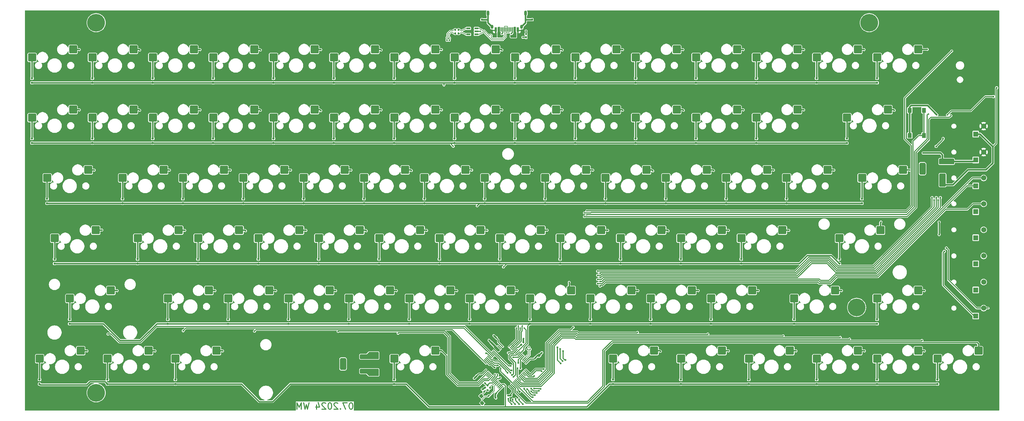
<source format=gbr>
%TF.GenerationSoftware,KiCad,Pcbnew,8.0.3*%
%TF.CreationDate,2024-07-13T16:12:33+02:00*%
%TF.ProjectId,DevKeyboard,4465764b-6579-4626-9f61-72642e6b6963,1.0*%
%TF.SameCoordinates,Original*%
%TF.FileFunction,Copper,L2,Bot*%
%TF.FilePolarity,Positive*%
%FSLAX46Y46*%
G04 Gerber Fmt 4.6, Leading zero omitted, Abs format (unit mm)*
G04 Created by KiCad (PCBNEW 8.0.3) date 2024-07-13 16:12:33*
%MOMM*%
%LPD*%
G01*
G04 APERTURE LIST*
G04 Aperture macros list*
%AMRoundRect*
0 Rectangle with rounded corners*
0 $1 Rounding radius*
0 $2 $3 $4 $5 $6 $7 $8 $9 X,Y pos of 4 corners*
0 Add a 4 corners polygon primitive as box body*
4,1,4,$2,$3,$4,$5,$6,$7,$8,$9,$2,$3,0*
0 Add four circle primitives for the rounded corners*
1,1,$1+$1,$2,$3*
1,1,$1+$1,$4,$5*
1,1,$1+$1,$6,$7*
1,1,$1+$1,$8,$9*
0 Add four rect primitives between the rounded corners*
20,1,$1+$1,$2,$3,$4,$5,0*
20,1,$1+$1,$4,$5,$6,$7,0*
20,1,$1+$1,$6,$7,$8,$9,0*
20,1,$1+$1,$8,$9,$2,$3,0*%
%AMRotRect*
0 Rectangle, with rotation*
0 The origin of the aperture is its center*
0 $1 length*
0 $2 width*
0 $3 Rotation angle, in degrees counterclockwise*
0 Add horizontal line*
21,1,$1,$2,0,0,$3*%
G04 Aperture macros list end*
%ADD10C,0.300000*%
%TA.AperFunction,NonConductor*%
%ADD11C,0.300000*%
%TD*%
%TA.AperFunction,ComponentPad*%
%ADD12C,5.600000*%
%TD*%
%TA.AperFunction,ComponentPad*%
%ADD13R,1.650000X1.650000*%
%TD*%
%TA.AperFunction,ComponentPad*%
%ADD14C,1.650000*%
%TD*%
%TA.AperFunction,SMDPad,CuDef*%
%ADD15RoundRect,0.250000X-1.025000X-1.000000X1.025000X-1.000000X1.025000X1.000000X-1.025000X1.000000X0*%
%TD*%
%TA.AperFunction,SMDPad,CuDef*%
%ADD16RoundRect,0.150000X-0.200000X0.150000X-0.200000X-0.150000X0.200000X-0.150000X0.200000X0.150000X0*%
%TD*%
%TA.AperFunction,SMDPad,CuDef*%
%ADD17RoundRect,0.140000X-0.021213X0.219203X-0.219203X0.021213X0.021213X-0.219203X0.219203X-0.021213X0*%
%TD*%
%TA.AperFunction,SMDPad,CuDef*%
%ADD18RoundRect,0.140000X0.140000X0.170000X-0.140000X0.170000X-0.140000X-0.170000X0.140000X-0.170000X0*%
%TD*%
%TA.AperFunction,SMDPad,CuDef*%
%ADD19RoundRect,0.140000X-0.219203X-0.021213X-0.021213X-0.219203X0.219203X0.021213X0.021213X0.219203X0*%
%TD*%
%TA.AperFunction,SMDPad,CuDef*%
%ADD20RoundRect,0.135000X-0.135000X-0.185000X0.135000X-0.185000X0.135000X0.185000X-0.135000X0.185000X0*%
%TD*%
%TA.AperFunction,SMDPad,CuDef*%
%ADD21R,1.300000X1.550000*%
%TD*%
%TA.AperFunction,SMDPad,CuDef*%
%ADD22RotRect,1.475000X0.300000X45.000000*%
%TD*%
%TA.AperFunction,SMDPad,CuDef*%
%ADD23RotRect,1.475000X0.300000X315.000000*%
%TD*%
%TA.AperFunction,SMDPad,CuDef*%
%ADD24RoundRect,0.225000X0.250000X-0.225000X0.250000X0.225000X-0.250000X0.225000X-0.250000X-0.225000X0*%
%TD*%
%TA.AperFunction,SMDPad,CuDef*%
%ADD25RoundRect,0.225000X-0.250000X0.225000X-0.250000X-0.225000X0.250000X-0.225000X0.250000X0.225000X0*%
%TD*%
%TA.AperFunction,SMDPad,CuDef*%
%ADD26RoundRect,0.225000X0.335876X0.017678X0.017678X0.335876X-0.335876X-0.017678X-0.017678X-0.335876X0*%
%TD*%
%TA.AperFunction,SMDPad,CuDef*%
%ADD27RoundRect,0.135000X0.135000X0.185000X-0.135000X0.185000X-0.135000X-0.185000X0.135000X-0.185000X0*%
%TD*%
%TA.AperFunction,SMDPad,CuDef*%
%ADD28RoundRect,0.135000X-0.226274X-0.035355X-0.035355X-0.226274X0.226274X0.035355X0.035355X0.226274X0*%
%TD*%
%TA.AperFunction,SMDPad,CuDef*%
%ADD29RoundRect,0.375000X0.625000X0.375000X-0.625000X0.375000X-0.625000X-0.375000X0.625000X-0.375000X0*%
%TD*%
%TA.AperFunction,SMDPad,CuDef*%
%ADD30RoundRect,0.500000X0.500000X1.400000X-0.500000X1.400000X-0.500000X-1.400000X0.500000X-1.400000X0*%
%TD*%
%TA.AperFunction,SMDPad,CuDef*%
%ADD31RoundRect,0.140000X-0.140000X-0.170000X0.140000X-0.170000X0.140000X0.170000X-0.140000X0.170000X0*%
%TD*%
%TA.AperFunction,SMDPad,CuDef*%
%ADD32RotRect,1.150000X1.000000X135.000000*%
%TD*%
%TA.AperFunction,SMDPad,CuDef*%
%ADD33RoundRect,0.140000X0.219203X0.021213X0.021213X0.219203X-0.219203X-0.021213X-0.021213X-0.219203X0*%
%TD*%
%TA.AperFunction,SMDPad,CuDef*%
%ADD34RoundRect,0.041300X0.563700X0.253700X-0.563700X0.253700X-0.563700X-0.253700X0.563700X-0.253700X0*%
%TD*%
%TA.AperFunction,SMDPad,CuDef*%
%ADD35RoundRect,0.135000X0.035355X-0.226274X0.226274X-0.035355X-0.035355X0.226274X-0.226274X0.035355X0*%
%TD*%
%TA.AperFunction,SMDPad,CuDef*%
%ADD36R,0.800000X1.400000*%
%TD*%
%TA.AperFunction,SMDPad,CuDef*%
%ADD37R,0.300000X1.400000*%
%TD*%
%TA.AperFunction,ComponentPad*%
%ADD38O,0.900000X1.600000*%
%TD*%
%TA.AperFunction,ComponentPad*%
%ADD39O,0.900000X1.300000*%
%TD*%
%TA.AperFunction,ViaPad*%
%ADD40C,0.500000*%
%TD*%
%TA.AperFunction,ViaPad*%
%ADD41C,0.600000*%
%TD*%
%TA.AperFunction,Conductor*%
%ADD42C,0.300000*%
%TD*%
%TA.AperFunction,Conductor*%
%ADD43C,0.400000*%
%TD*%
%TA.AperFunction,Conductor*%
%ADD44C,0.200000*%
%TD*%
%TA.AperFunction,Conductor*%
%ADD45C,0.500000*%
%TD*%
G04 APERTURE END LIST*
D10*
D11*
X131012152Y-139676438D02*
X130821675Y-139676438D01*
X130821675Y-139676438D02*
X130631199Y-139771676D01*
X130631199Y-139771676D02*
X130535961Y-139866914D01*
X130535961Y-139866914D02*
X130440723Y-140057390D01*
X130440723Y-140057390D02*
X130345485Y-140438342D01*
X130345485Y-140438342D02*
X130345485Y-140914533D01*
X130345485Y-140914533D02*
X130440723Y-141295485D01*
X130440723Y-141295485D02*
X130535961Y-141485961D01*
X130535961Y-141485961D02*
X130631199Y-141581200D01*
X130631199Y-141581200D02*
X130821675Y-141676438D01*
X130821675Y-141676438D02*
X131012152Y-141676438D01*
X131012152Y-141676438D02*
X131202628Y-141581200D01*
X131202628Y-141581200D02*
X131297866Y-141485961D01*
X131297866Y-141485961D02*
X131393104Y-141295485D01*
X131393104Y-141295485D02*
X131488342Y-140914533D01*
X131488342Y-140914533D02*
X131488342Y-140438342D01*
X131488342Y-140438342D02*
X131393104Y-140057390D01*
X131393104Y-140057390D02*
X131297866Y-139866914D01*
X131297866Y-139866914D02*
X131202628Y-139771676D01*
X131202628Y-139771676D02*
X131012152Y-139676438D01*
X129678818Y-139676438D02*
X128345485Y-139676438D01*
X128345485Y-139676438D02*
X129202628Y-141676438D01*
X127583580Y-141485961D02*
X127488342Y-141581200D01*
X127488342Y-141581200D02*
X127583580Y-141676438D01*
X127583580Y-141676438D02*
X127678818Y-141581200D01*
X127678818Y-141581200D02*
X127583580Y-141485961D01*
X127583580Y-141485961D02*
X127583580Y-141676438D01*
X126726437Y-139866914D02*
X126631199Y-139771676D01*
X126631199Y-139771676D02*
X126440723Y-139676438D01*
X126440723Y-139676438D02*
X125964532Y-139676438D01*
X125964532Y-139676438D02*
X125774056Y-139771676D01*
X125774056Y-139771676D02*
X125678818Y-139866914D01*
X125678818Y-139866914D02*
X125583580Y-140057390D01*
X125583580Y-140057390D02*
X125583580Y-140247866D01*
X125583580Y-140247866D02*
X125678818Y-140533580D01*
X125678818Y-140533580D02*
X126821675Y-141676438D01*
X126821675Y-141676438D02*
X125583580Y-141676438D01*
X124345485Y-139676438D02*
X124155008Y-139676438D01*
X124155008Y-139676438D02*
X123964532Y-139771676D01*
X123964532Y-139771676D02*
X123869294Y-139866914D01*
X123869294Y-139866914D02*
X123774056Y-140057390D01*
X123774056Y-140057390D02*
X123678818Y-140438342D01*
X123678818Y-140438342D02*
X123678818Y-140914533D01*
X123678818Y-140914533D02*
X123774056Y-141295485D01*
X123774056Y-141295485D02*
X123869294Y-141485961D01*
X123869294Y-141485961D02*
X123964532Y-141581200D01*
X123964532Y-141581200D02*
X124155008Y-141676438D01*
X124155008Y-141676438D02*
X124345485Y-141676438D01*
X124345485Y-141676438D02*
X124535961Y-141581200D01*
X124535961Y-141581200D02*
X124631199Y-141485961D01*
X124631199Y-141485961D02*
X124726437Y-141295485D01*
X124726437Y-141295485D02*
X124821675Y-140914533D01*
X124821675Y-140914533D02*
X124821675Y-140438342D01*
X124821675Y-140438342D02*
X124726437Y-140057390D01*
X124726437Y-140057390D02*
X124631199Y-139866914D01*
X124631199Y-139866914D02*
X124535961Y-139771676D01*
X124535961Y-139771676D02*
X124345485Y-139676438D01*
X122916913Y-139866914D02*
X122821675Y-139771676D01*
X122821675Y-139771676D02*
X122631199Y-139676438D01*
X122631199Y-139676438D02*
X122155008Y-139676438D01*
X122155008Y-139676438D02*
X121964532Y-139771676D01*
X121964532Y-139771676D02*
X121869294Y-139866914D01*
X121869294Y-139866914D02*
X121774056Y-140057390D01*
X121774056Y-140057390D02*
X121774056Y-140247866D01*
X121774056Y-140247866D02*
X121869294Y-140533580D01*
X121869294Y-140533580D02*
X123012151Y-141676438D01*
X123012151Y-141676438D02*
X121774056Y-141676438D01*
X120059770Y-140343104D02*
X120059770Y-141676438D01*
X120535961Y-139581200D02*
X121012151Y-141009771D01*
X121012151Y-141009771D02*
X119774056Y-141009771D01*
X117678817Y-139676438D02*
X117202627Y-141676438D01*
X117202627Y-141676438D02*
X116821674Y-140247866D01*
X116821674Y-140247866D02*
X116440722Y-141676438D01*
X116440722Y-141676438D02*
X115964532Y-139676438D01*
X115202627Y-141676438D02*
X115202627Y-139676438D01*
X115202627Y-139676438D02*
X114535960Y-141105009D01*
X114535960Y-141105009D02*
X113869294Y-139676438D01*
X113869294Y-139676438D02*
X113869294Y-141676438D01*
D12*
%TO.P,REF\u002A\u002A,1*%
%TO.N,N/C*%
X290500000Y-109500000D03*
%TD*%
D13*
%TO.P,J305,1,1*%
%TO.N,MCU_SPI1_MISO*%
X328105000Y-95721000D03*
D14*
%TO.P,J305,2,2*%
%TO.N,MCU_SPI1_MOSI*%
X330605000Y-93221000D03*
%TD*%
D15*
%TO.P,SW215,1,1*%
%TO.N,Net-(D215-A)*%
X297003800Y-30480000D03*
%TO.P,SW215,2,2*%
%TO.N,C15*%
X309930800Y-27940000D03*
%TD*%
%TO.P,SW236,1,1*%
%TO.N,Net-(D236-A)*%
X154128800Y-68580000D03*
%TO.P,SW236,2,2*%
%TO.N,C7*%
X167055800Y-66040000D03*
%TD*%
%TO.P,SW204,1,1*%
%TO.N,Net-(D204-A)*%
X87453800Y-30480000D03*
%TO.P,SW204,2,2*%
%TO.N,C4*%
X100380800Y-27940000D03*
%TD*%
%TO.P,SW279,1,1*%
%TO.N,Net-(D279-A)*%
X316053800Y-125730000D03*
%TO.P,SW279,2,2*%
%TO.N,C15*%
X328980800Y-123190000D03*
%TD*%
D13*
%TO.P,J306,1,1*%
%TO.N,MCU_TIM8_CH1*%
X328105000Y-87466000D03*
D14*
%TO.P,J306,2,2*%
%TO.N,MCU_TIM3_CH3*%
X330605000Y-84966000D03*
%TD*%
D15*
%TO.P,SW273,1,1*%
%TO.N,Net-(D273-A)*%
X144603800Y-125730000D03*
%TO.P,SW273,2,2*%
%TO.N,C6*%
X157530800Y-123190000D03*
%TD*%
%TO.P,SW228,1,1*%
%TO.N,Net-(D228-A)*%
X258903800Y-49530000D03*
%TO.P,SW228,2,2*%
%TO.N,C13*%
X271830800Y-46990000D03*
%TD*%
%TO.P,SW242,1,1*%
%TO.N,Net-(D242-A)*%
X268428800Y-68580000D03*
%TO.P,SW242,2,2*%
%TO.N,C13*%
X281355800Y-66040000D03*
%TD*%
%TO.P,SW220,1,1*%
%TO.N,Net-(D220-A)*%
X106503800Y-49530000D03*
%TO.P,SW220,2,2*%
%TO.N,C5*%
X119430800Y-46990000D03*
%TD*%
%TO.P,SW223,1,1*%
%TO.N,Net-(D223-A)*%
X163653800Y-49530000D03*
%TO.P,SW223,2,2*%
%TO.N,C8*%
X176580800Y-46990000D03*
%TD*%
%TO.P,SW257,1,1*%
%TO.N,Net-(D257-A)*%
X42210050Y-106680000D03*
%TO.P,SW257,2,2*%
%TO.N,C1*%
X55137050Y-104140000D03*
%TD*%
D12*
%TO.P,REF\u002A\u002A,1*%
%TO.N,N/C*%
X50500000Y-19500000D03*
%TD*%
D15*
%TO.P,SW268,1,1*%
%TO.N,Net-(D268-A)*%
X270810050Y-106680000D03*
%TO.P,SW268,2,2*%
%TO.N,C12*%
X283737050Y-104140000D03*
%TD*%
%TO.P,SW278,1,1*%
%TO.N,Net-(D278-A)*%
X297003800Y-125730000D03*
%TO.P,SW278,2,2*%
%TO.N,C14*%
X309930800Y-123190000D03*
%TD*%
%TO.P,SW254,1,1*%
%TO.N,Net-(D254-A)*%
X235091300Y-87630000D03*
%TO.P,SW254,2,2*%
%TO.N,C11*%
X248018300Y-85090000D03*
%TD*%
%TO.P,SW277,1,1*%
%TO.N,Net-(D277-A)*%
X277953800Y-125730000D03*
%TO.P,SW277,2,2*%
%TO.N,C12*%
X290880800Y-123190000D03*
%TD*%
%TO.P,SW218,1,1*%
%TO.N,Net-(D218-A)*%
X68403800Y-49530000D03*
%TO.P,SW218,2,2*%
%TO.N,C3*%
X81330800Y-46990000D03*
%TD*%
%TO.P,SW251,1,1*%
%TO.N,Net-(D251-A)*%
X177941300Y-87630000D03*
%TO.P,SW251,2,2*%
%TO.N,C8*%
X190868300Y-85090000D03*
%TD*%
%TO.P,SW209,1,1*%
%TO.N,Net-(D209-A)*%
X182703800Y-30480000D03*
%TO.P,SW209,2,2*%
%TO.N,C9*%
X195630800Y-27940000D03*
%TD*%
%TO.P,SW224,1,1*%
%TO.N,Net-(D224-A)*%
X182703800Y-49530000D03*
%TO.P,SW224,2,2*%
%TO.N,C9*%
X195630800Y-46990000D03*
%TD*%
%TO.P,SW256,1,1*%
%TO.N,Net-(D256-A)*%
X285097550Y-87630000D03*
%TO.P,SW256,2,2*%
%TO.N,C14*%
X298024550Y-85090000D03*
%TD*%
%TO.P,SW271,1,1*%
%TO.N,Net-(D271-A)*%
X54116300Y-125730000D03*
%TO.P,SW271,2,2*%
%TO.N,C2*%
X67043300Y-123190000D03*
%TD*%
%TO.P,SW259,1,1*%
%TO.N,Net-(D259-A)*%
X92216300Y-106680000D03*
%TO.P,SW259,2,2*%
%TO.N,C3*%
X105143300Y-104140000D03*
%TD*%
%TO.P,SW241,1,1*%
%TO.N,Net-(D241-A)*%
X249378800Y-68580000D03*
%TO.P,SW241,2,2*%
%TO.N,C12*%
X262305800Y-66040000D03*
%TD*%
%TO.P,SW245,1,1*%
%TO.N,Net-(D245-A)*%
X63641300Y-87630000D03*
%TO.P,SW245,2,2*%
%TO.N,C2*%
X76568300Y-85090000D03*
%TD*%
%TO.P,SW272,1,1*%
%TO.N,Net-(D272-A)*%
X75547550Y-125730000D03*
%TO.P,SW272,2,2*%
%TO.N,C3*%
X88474550Y-123190000D03*
%TD*%
%TO.P,SW214,1,1*%
%TO.N,Net-(D214-A)*%
X277953800Y-30480000D03*
%TO.P,SW214,2,2*%
%TO.N,C14*%
X290880800Y-27940000D03*
%TD*%
%TO.P,SW208,1,1*%
%TO.N,Net-(D208-A)*%
X163653800Y-30480000D03*
%TO.P,SW208,2,2*%
%TO.N,C8*%
X176580800Y-27940000D03*
%TD*%
%TO.P,SW227,1,1*%
%TO.N,Net-(D227-A)*%
X239853800Y-49530000D03*
%TO.P,SW227,2,2*%
%TO.N,C12*%
X252780800Y-46990000D03*
%TD*%
%TO.P,SW225,1,1*%
%TO.N,Net-(D225-A)*%
X201753800Y-49530000D03*
%TO.P,SW225,2,2*%
%TO.N,C10*%
X214680800Y-46990000D03*
%TD*%
%TO.P,SW219,1,1*%
%TO.N,Net-(D219-A)*%
X87453800Y-49530000D03*
%TO.P,SW219,2,2*%
%TO.N,C4*%
X100380800Y-46990000D03*
%TD*%
%TO.P,SW239,1,1*%
%TO.N,Net-(D239-A)*%
X211278800Y-68580000D03*
%TO.P,SW239,2,2*%
%TO.N,C10*%
X224205800Y-66040000D03*
%TD*%
%TO.P,SW210,1,1*%
%TO.N,Net-(D210-A)*%
X201753800Y-30480000D03*
%TO.P,SW210,2,2*%
%TO.N,C10*%
X214680800Y-27940000D03*
%TD*%
%TO.P,SW275,1,1*%
%TO.N,Net-(D275-A)*%
X235091300Y-125730000D03*
%TO.P,SW275,2,2*%
%TO.N,C10*%
X248018300Y-123190000D03*
%TD*%
%TO.P,SW213,1,1*%
%TO.N,Net-(D213-A)*%
X258903800Y-30480000D03*
%TO.P,SW213,2,2*%
%TO.N,C13*%
X271830800Y-27940000D03*
%TD*%
D13*
%TO.P,J402,1,1*%
%TO.N,+3.3VP*%
X328100000Y-54700000D03*
D14*
%TO.P,J402,2,2*%
%TO.N,GND*%
X330600000Y-52200000D03*
%TD*%
D15*
%TO.P,SW261,1,1*%
%TO.N,Net-(D261-A)*%
X130316300Y-106680000D03*
%TO.P,SW261,2,2*%
%TO.N,C5*%
X143243300Y-104140000D03*
%TD*%
%TO.P,SW237,1,1*%
%TO.N,Net-(D237-A)*%
X173178800Y-68580000D03*
%TO.P,SW237,2,2*%
%TO.N,C8*%
X186105800Y-66040000D03*
%TD*%
%TO.P,SW231,1,1*%
%TO.N,Net-(D231-A)*%
X58878800Y-68580000D03*
%TO.P,SW231,2,2*%
%TO.N,C2*%
X71805800Y-66040000D03*
%TD*%
%TO.P,SW252,1,1*%
%TO.N,Net-(D252-A)*%
X196991300Y-87630000D03*
%TO.P,SW252,2,2*%
%TO.N,C9*%
X209918300Y-85090000D03*
%TD*%
%TO.P,SW216,1,1*%
%TO.N,Net-(D216-A)*%
X30303800Y-49530000D03*
%TO.P,SW216,2,2*%
%TO.N,C1*%
X43230800Y-46990000D03*
%TD*%
%TO.P,SW244,1,1*%
%TO.N,Net-(D244-A)*%
X37447550Y-87630000D03*
%TO.P,SW244,2,2*%
%TO.N,C1*%
X50374550Y-85090000D03*
%TD*%
%TO.P,SW270,1,1*%
%TO.N,Net-(D270-A)*%
X32685050Y-125730000D03*
%TO.P,SW270,2,2*%
%TO.N,C1*%
X45612050Y-123190000D03*
%TD*%
D13*
%TO.P,J308,1,1*%
%TO.N,MCU_PA9_I{slash}0*%
X328105000Y-71083000D03*
D14*
%TO.P,J308,2,2*%
%TO.N,MCU_PB2_I{slash}0*%
X330605000Y-68583000D03*
%TD*%
D12*
%TO.P,REF\u002A\u002A,1*%
%TO.N,N/C*%
X294500000Y-19500000D03*
%TD*%
D15*
%TO.P,SW217,1,1*%
%TO.N,Net-(D217-A)*%
X49353800Y-49530000D03*
%TO.P,SW217,2,2*%
%TO.N,C2*%
X62280800Y-46990000D03*
%TD*%
%TO.P,SW230,1,1*%
%TO.N,Net-(D230-A)*%
X35066300Y-68580000D03*
%TO.P,SW230,2,2*%
%TO.N,C1*%
X47993300Y-66040000D03*
%TD*%
%TO.P,SW248,1,1*%
%TO.N,Net-(D248-A)*%
X120791300Y-87630000D03*
%TO.P,SW248,2,2*%
%TO.N,C5*%
X133718300Y-85090000D03*
%TD*%
%TO.P,SW235,1,1*%
%TO.N,Net-(D235-A)*%
X135078800Y-68580000D03*
%TO.P,SW235,2,2*%
%TO.N,C6*%
X148005800Y-66040000D03*
%TD*%
%TO.P,SW233,1,1*%
%TO.N,Net-(D233-A)*%
X96978800Y-68580000D03*
%TO.P,SW233,2,2*%
%TO.N,C4*%
X109905800Y-66040000D03*
%TD*%
%TO.P,SW234,1,1*%
%TO.N,Net-(D234-A)*%
X116028800Y-68580000D03*
%TO.P,SW234,2,2*%
%TO.N,C5*%
X128955800Y-66040000D03*
%TD*%
%TO.P,SW201,1,1*%
%TO.N,Net-(D201-A)*%
X30303800Y-30480000D03*
%TO.P,SW201,2,2*%
%TO.N,C1*%
X43230800Y-27940000D03*
%TD*%
%TO.P,SW229,1,1*%
%TO.N,Net-(D229-A)*%
X287478800Y-49530000D03*
%TO.P,SW229,2,2*%
%TO.N,C14*%
X300405800Y-46990000D03*
%TD*%
%TO.P,SW253,1,1*%
%TO.N,Net-(D253-A)*%
X216041300Y-87630000D03*
%TO.P,SW253,2,2*%
%TO.N,C10*%
X228968300Y-85090000D03*
%TD*%
%TO.P,SW274,1,1*%
%TO.N,Net-(D274-A)*%
X213660050Y-125730000D03*
%TO.P,SW274,2,2*%
%TO.N,C9*%
X226587050Y-123190000D03*
%TD*%
%TO.P,SW232,1,1*%
%TO.N,Net-(D232-A)*%
X77928800Y-68580000D03*
%TO.P,SW232,2,2*%
%TO.N,C3*%
X90855800Y-66040000D03*
%TD*%
%TO.P,SW258,1,1*%
%TO.N,Net-(D258-A)*%
X73166300Y-106680000D03*
%TO.P,SW258,2,2*%
%TO.N,C2*%
X86093300Y-104140000D03*
%TD*%
%TO.P,SW226,1,1*%
%TO.N,Net-(D226-A)*%
X220803800Y-49530000D03*
%TO.P,SW226,2,2*%
%TO.N,C11*%
X233730800Y-46990000D03*
%TD*%
%TO.P,SW207,1,1*%
%TO.N,Net-(D207-A)*%
X144603800Y-30480000D03*
%TO.P,SW207,2,2*%
%TO.N,C7*%
X157530800Y-27940000D03*
%TD*%
%TO.P,SW205,1,1*%
%TO.N,Net-(D205-A)*%
X106503800Y-30480000D03*
%TO.P,SW205,2,2*%
%TO.N,C5*%
X119430800Y-27940000D03*
%TD*%
D13*
%TO.P,J304,1,1*%
%TO.N,MCU_SPI1_NSS*%
X328105000Y-103976000D03*
D14*
%TO.P,J304,2,2*%
%TO.N,MCU_SPI1_SCK*%
X330605000Y-101476000D03*
%TD*%
D15*
%TO.P,SW202,1,1*%
%TO.N,Net-(D202-A)*%
X49353800Y-30480000D03*
%TO.P,SW202,2,2*%
%TO.N,C2*%
X62280800Y-27940000D03*
%TD*%
%TO.P,SW267,1,1*%
%TO.N,Net-(D267-A)*%
X244616300Y-106680000D03*
%TO.P,SW267,2,2*%
%TO.N,C11*%
X257543300Y-104140000D03*
%TD*%
%TO.P,SW269,1,1*%
%TO.N,Net-(D269-A)*%
X297003800Y-106680000D03*
%TO.P,SW269,2,2*%
%TO.N,C14*%
X309930800Y-104140000D03*
%TD*%
D13*
%TO.P,J303,1,1*%
%TO.N,MCU_I2C2_SDA*%
X328105000Y-112231000D03*
D14*
%TO.P,J303,2,2*%
%TO.N,MCU_I2C2_SCL*%
X330605000Y-109731000D03*
%TD*%
D15*
%TO.P,SW212,1,1*%
%TO.N,Net-(D212-A)*%
X239853800Y-30480000D03*
%TO.P,SW212,2,2*%
%TO.N,C12*%
X252780800Y-27940000D03*
%TD*%
%TO.P,SW211,1,1*%
%TO.N,Net-(D211-A)*%
X220803800Y-30480000D03*
%TO.P,SW211,2,2*%
%TO.N,C11*%
X233730800Y-27940000D03*
%TD*%
%TO.P,SW262,1,1*%
%TO.N,Net-(D262-A)*%
X149366300Y-106680000D03*
%TO.P,SW262,2,2*%
%TO.N,C6*%
X162293300Y-104140000D03*
%TD*%
%TO.P,SW222,1,1*%
%TO.N,Net-(D222-A)*%
X144603800Y-49530000D03*
%TO.P,SW222,2,2*%
%TO.N,C7*%
X157530800Y-46990000D03*
%TD*%
%TO.P,SW243,1,1*%
%TO.N,Net-(D243-A)*%
X292241300Y-68580000D03*
%TO.P,SW243,2,2*%
%TO.N,C14*%
X305168300Y-66040000D03*
%TD*%
%TO.P,SW249,1,1*%
%TO.N,Net-(D249-A)*%
X139841300Y-87630000D03*
%TO.P,SW249,2,2*%
%TO.N,C6*%
X152768300Y-85090000D03*
%TD*%
%TO.P,SW246,1,1*%
%TO.N,Net-(D246-A)*%
X82691300Y-87630000D03*
%TO.P,SW246,2,2*%
%TO.N,C3*%
X95618300Y-85090000D03*
%TD*%
%TO.P,SW276,1,1*%
%TO.N,Net-(D276-A)*%
X256522550Y-125730000D03*
%TO.P,SW276,2,2*%
%TO.N,C11*%
X269449550Y-123190000D03*
%TD*%
%TO.P,SW265,1,1*%
%TO.N,Net-(D265-A)*%
X206516300Y-106680000D03*
%TO.P,SW265,2,2*%
%TO.N,C9*%
X219443300Y-104140000D03*
%TD*%
%TO.P,SW260,1,1*%
%TO.N,Net-(D260-A)*%
X111266300Y-106680000D03*
%TO.P,SW260,2,2*%
%TO.N,C4*%
X124193300Y-104140000D03*
%TD*%
D13*
%TO.P,J401,1,1*%
%TO.N,VBUS*%
X328100000Y-62909000D03*
D14*
%TO.P,J401,2,2*%
%TO.N,GND*%
X330600000Y-60409000D03*
%TD*%
D15*
%TO.P,SW247,1,1*%
%TO.N,Net-(D247-A)*%
X101741300Y-87630000D03*
%TO.P,SW247,2,2*%
%TO.N,C4*%
X114668300Y-85090000D03*
%TD*%
D12*
%TO.P,REF\u002A\u002A,1*%
%TO.N,N/C*%
X50500000Y-136500000D03*
%TD*%
D13*
%TO.P,J307,1,1*%
%TO.N,MCU_COMP4_OUT*%
X328105000Y-79251000D03*
D14*
%TO.P,J307,2,2*%
%TO.N,MCU_PA15_I{slash}0*%
X330605000Y-76751000D03*
%TD*%
D15*
%TO.P,SW263,1,1*%
%TO.N,Net-(D263-A)*%
X168416300Y-106680000D03*
%TO.P,SW263,2,2*%
%TO.N,C7*%
X181343300Y-104140000D03*
%TD*%
%TO.P,SW240,1,1*%
%TO.N,Net-(D240-A)*%
X230328800Y-68580000D03*
%TO.P,SW240,2,2*%
%TO.N,C11*%
X243255800Y-66040000D03*
%TD*%
%TO.P,SW206,1,1*%
%TO.N,Net-(D206-A)*%
X125553800Y-30480000D03*
%TO.P,SW206,2,2*%
%TO.N,C6*%
X138480800Y-27940000D03*
%TD*%
%TO.P,SW250,1,1*%
%TO.N,Net-(D250-A)*%
X158891300Y-87630000D03*
%TO.P,SW250,2,2*%
%TO.N,C7*%
X171818300Y-85090000D03*
%TD*%
%TO.P,SW255,1,1*%
%TO.N,Net-(D255-A)*%
X254141300Y-87630000D03*
%TO.P,SW255,2,2*%
%TO.N,C12*%
X267068300Y-85090000D03*
%TD*%
%TO.P,SW238,1,1*%
%TO.N,Net-(D238-A)*%
X192228800Y-68580000D03*
%TO.P,SW238,2,2*%
%TO.N,C9*%
X205155800Y-66040000D03*
%TD*%
%TO.P,SW264,1,1*%
%TO.N,Net-(D264-A)*%
X187466300Y-106680000D03*
%TO.P,SW264,2,2*%
%TO.N,C8*%
X200393300Y-104140000D03*
%TD*%
%TO.P,SW203,1,1*%
%TO.N,Net-(D203-A)*%
X68403800Y-30480000D03*
%TO.P,SW203,2,2*%
%TO.N,C3*%
X81330800Y-27940000D03*
%TD*%
%TO.P,SW221,1,1*%
%TO.N,Net-(D221-A)*%
X125553800Y-49530000D03*
%TO.P,SW221,2,2*%
%TO.N,C6*%
X138480800Y-46990000D03*
%TD*%
%TO.P,SW266,1,1*%
%TO.N,Net-(D266-A)*%
X225566300Y-106680000D03*
%TO.P,SW266,2,2*%
%TO.N,C10*%
X238493300Y-104140000D03*
%TD*%
D16*
%TO.P,D263,1,K*%
%TO.N,R5*%
X168357550Y-114682500D03*
%TO.P,D263,2,A*%
%TO.N,Net-(D263-A)*%
X168357550Y-113282500D03*
%TD*%
D17*
%TO.P,C307,1*%
%TO.N,MCU_NRST*%
X173211811Y-133467789D03*
%TO.P,C307,2*%
%TO.N,GND*%
X172532989Y-134146611D03*
%TD*%
D16*
%TO.P,D246,1,K*%
%TO.N,R4*%
X82632550Y-95632500D03*
%TO.P,D246,2,A*%
%TO.N,Net-(D246-A)*%
X82632550Y-94232500D03*
%TD*%
%TO.P,D225,1,K*%
%TO.N,R2*%
X201695050Y-57532500D03*
%TO.P,D225,2,A*%
%TO.N,Net-(D225-A)*%
X201695050Y-56132500D03*
%TD*%
%TO.P,D226,1,K*%
%TO.N,R2*%
X220745050Y-57532500D03*
%TO.P,D226,2,A*%
%TO.N,Net-(D226-A)*%
X220745050Y-56132500D03*
%TD*%
%TO.P,D220,1,K*%
%TO.N,R2*%
X106445050Y-57532500D03*
%TO.P,D220,2,A*%
%TO.N,Net-(D220-A)*%
X106445050Y-56132500D03*
%TD*%
D18*
%TO.P,C314,1*%
%TO.N,GND*%
X189075000Y-18542000D03*
%TO.P,C314,2*%
%TO.N,Net-(C314-Pad2)*%
X188115000Y-18542000D03*
%TD*%
D16*
%TO.P,D227,1,K*%
%TO.N,R2*%
X239795050Y-57532500D03*
%TO.P,D227,2,A*%
%TO.N,Net-(D227-A)*%
X239795050Y-56132500D03*
%TD*%
D19*
%TO.P,C301,1*%
%TO.N,+3.3V*%
X176698589Y-136693589D03*
%TO.P,C301,2*%
%TO.N,GND*%
X177377411Y-137372411D03*
%TD*%
D16*
%TO.P,D224,1,K*%
%TO.N,R2*%
X182645050Y-57532500D03*
%TO.P,D224,2,A*%
%TO.N,Net-(D224-A)*%
X182645050Y-56132500D03*
%TD*%
%TO.P,D257,1,K*%
%TO.N,R5*%
X42151300Y-114682500D03*
%TO.P,D257,2,A*%
%TO.N,Net-(D257-A)*%
X42151300Y-113282500D03*
%TD*%
%TO.P,D237,1,K*%
%TO.N,R3*%
X173120050Y-76582500D03*
%TO.P,D237,2,A*%
%TO.N,Net-(D237-A)*%
X173120050Y-75182500D03*
%TD*%
%TO.P,D265,1,K*%
%TO.N,R5*%
X206457550Y-114682500D03*
%TO.P,D265,2,A*%
%TO.N,Net-(D265-A)*%
X206457550Y-113282500D03*
%TD*%
D17*
%TO.P,C310,1*%
%TO.N,+3.3V*%
X176729711Y-119104089D03*
%TO.P,C310,2*%
%TO.N,GND*%
X176050889Y-119782911D03*
%TD*%
D16*
%TO.P,D217,1,K*%
%TO.N,R2*%
X49295050Y-57532500D03*
%TO.P,D217,2,A*%
%TO.N,Net-(D217-A)*%
X49295050Y-56132500D03*
%TD*%
%TO.P,D277,1,K*%
%TO.N,R6*%
X277895050Y-133732500D03*
%TO.P,D277,2,A*%
%TO.N,Net-(D277-A)*%
X277895050Y-132332500D03*
%TD*%
%TO.P,D252,1,K*%
%TO.N,R4*%
X196932550Y-95632500D03*
%TO.P,D252,2,A*%
%TO.N,Net-(D252-A)*%
X196932550Y-94232500D03*
%TD*%
%TO.P,D260,1,K*%
%TO.N,R5*%
X111207550Y-114682500D03*
%TO.P,D260,2,A*%
%TO.N,Net-(D260-A)*%
X111207550Y-113282500D03*
%TD*%
%TO.P,D253,1,K*%
%TO.N,R4*%
X215982550Y-95632500D03*
%TO.P,D253,2,A*%
%TO.N,Net-(D253-A)*%
X215982550Y-94232500D03*
%TD*%
%TO.P,D251,1,K*%
%TO.N,R4*%
X177882550Y-95632500D03*
%TO.P,D251,2,A*%
%TO.N,Net-(D251-A)*%
X177882550Y-94232500D03*
%TD*%
%TO.P,D279,1,K*%
%TO.N,R6*%
X315995050Y-133732500D03*
%TO.P,D279,2,A*%
%TO.N,Net-(D279-A)*%
X315995050Y-132332500D03*
%TD*%
%TO.P,D211,1,K*%
%TO.N,R1*%
X220745050Y-38482500D03*
%TO.P,D211,2,A*%
%TO.N,Net-(D211-A)*%
X220745050Y-37082500D03*
%TD*%
D20*
%TO.P,R301,1*%
%TO.N,Net-(J301-CC1)*%
X186180001Y-23114000D03*
%TO.P,R301,2*%
%TO.N,GND*%
X187199999Y-23114000D03*
%TD*%
D16*
%TO.P,D249,1,K*%
%TO.N,R4*%
X139782550Y-95632500D03*
%TO.P,D249,2,A*%
%TO.N,Net-(D249-A)*%
X139782550Y-94232500D03*
%TD*%
D21*
%TO.P,SW301,1,1*%
%TO.N,+3.3V*%
X307276000Y-47206000D03*
X307276000Y-55156000D03*
%TO.P,SW301,2,2*%
%TO.N,/Processor/MCU_BOOT0*%
X311776000Y-47206000D03*
X311776000Y-55156000D03*
%TD*%
D16*
%TO.P,D223,1,K*%
%TO.N,R2*%
X163595050Y-57532500D03*
%TO.P,D223,2,A*%
%TO.N,Net-(D223-A)*%
X163595050Y-56132500D03*
%TD*%
D22*
%TO.P,IC301,1,VBAT*%
%TO.N,+3.3V*%
X178413572Y-134915529D03*
%TO.P,IC301,2,PC13*%
%TO.N,R6*%
X178060018Y-134561976D03*
%TO.P,IC301,3,PC14-OSC32_IN*%
%TO.N,unconnected-(IC301-PC14-OSC32_IN-Pad3)*%
X177706465Y-134208422D03*
%TO.P,IC301,4,PC15-OSC32_OUT*%
%TO.N,unconnected-(IC301-PC15-OSC32_OUT-Pad4)*%
X177352912Y-133854869D03*
%TO.P,IC301,5,PF0-OSC_IN*%
%TO.N,/Processor/MCU_OSC_IN*%
X176999358Y-133501316D03*
%TO.P,IC301,6,PF1-OSC_OUT*%
%TO.N,/Processor/MCU_OSC_OUT*%
X176645805Y-133147762D03*
%TO.P,IC301,7,PG10-NRST*%
%TO.N,MCU_NRST*%
X176292251Y-132794209D03*
%TO.P,IC301,8,PC0*%
%TO.N,ENC_A*%
X175938698Y-132440655D03*
%TO.P,IC301,9,PC1*%
%TO.N,ENC_B*%
X175585145Y-132087102D03*
%TO.P,IC301,10,PC2*%
%TO.N,C6*%
X175231591Y-131733549D03*
%TO.P,IC301,11,PC3*%
%TO.N,C5*%
X174878038Y-131379995D03*
%TO.P,IC301,12,PA0*%
%TO.N,MCU_ADC1_IN1*%
X174524484Y-131026442D03*
%TO.P,IC301,13,PA1*%
%TO.N,MCU_ADC1_IN2*%
X174170931Y-130672888D03*
%TO.P,IC301,14,PA2*%
%TO.N,C4*%
X173817378Y-130319335D03*
%TO.P,IC301,15,VSS*%
%TO.N,GND*%
X173463824Y-129965782D03*
%TO.P,IC301,16,VDD*%
%TO.N,+3.3V*%
X173110271Y-129612228D03*
D23*
%TO.P,IC301,17,PA3*%
%TO.N,C3*%
X173110271Y-126800772D03*
%TO.P,IC301,18,PA4*%
%TO.N,MCU_SPI1_NSS*%
X173463824Y-126447218D03*
%TO.P,IC301,19,PA5*%
%TO.N,MCU_SPI1_SCK*%
X173817378Y-126093665D03*
%TO.P,IC301,20,PA6*%
%TO.N,MCU_SPI1_MISO*%
X174170931Y-125740112D03*
%TO.P,IC301,21,PA7*%
%TO.N,MCU_SPI1_MOSI*%
X174524484Y-125386558D03*
%TO.P,IC301,22,PC4*%
%TO.N,MCU_I2C2_SCL*%
X174878038Y-125033005D03*
%TO.P,IC301,23,PC5*%
%TO.N,C2*%
X175231591Y-124679451D03*
%TO.P,IC301,24,PB0*%
%TO.N,C1*%
X175585145Y-124325898D03*
%TO.P,IC301,25,PB1*%
%TO.N,MCU_COMP4_OUT*%
X175938698Y-123972345D03*
%TO.P,IC301,26,PB2*%
%TO.N,MCU_PB2_I{slash}0*%
X176292251Y-123618791D03*
%TO.P,IC301,27,VSSA*%
%TO.N,GND*%
X176645805Y-123265238D03*
%TO.P,IC301,28,VREF+*%
%TO.N,+3.3V*%
X176999358Y-122911684D03*
%TO.P,IC301,29,VDDA*%
X177352912Y-122558131D03*
%TO.P,IC301,30,PB10*%
%TO.N,unconnected-(IC301-PB10-Pad30)*%
X177706465Y-122204578D03*
%TO.P,IC301,31,VSS*%
%TO.N,GND*%
X178060018Y-121851024D03*
%TO.P,IC301,32,VDD*%
%TO.N,+3.3V*%
X178413572Y-121497471D03*
D22*
%TO.P,IC301,33,PB11*%
%TO.N,C7*%
X181225028Y-121497471D03*
%TO.P,IC301,34,PB12*%
%TO.N,R1*%
X181578582Y-121851024D03*
%TO.P,IC301,35,PB13*%
%TO.N,R2*%
X181932135Y-122204578D03*
%TO.P,IC301,36,PB14*%
%TO.N,R3*%
X182285688Y-122558131D03*
%TO.P,IC301,37,PB15*%
%TO.N,ENC_S1*%
X182639242Y-122911684D03*
%TO.P,IC301,38,PC6*%
%TO.N,MCU_TIM8_CH1*%
X182992795Y-123265238D03*
%TO.P,IC301,39,PC7*%
%TO.N,R4*%
X183346349Y-123618791D03*
%TO.P,IC301,40,PC8*%
%TO.N,MCU_TIM3_CH3*%
X183699902Y-123972345D03*
%TO.P,IC301,41,PC9*%
%TO.N,R5*%
X184053455Y-124325898D03*
%TO.P,IC301,42,PA8*%
%TO.N,MCU_I2C2_SDA*%
X184407009Y-124679451D03*
%TO.P,IC301,43,PA9*%
%TO.N,MCU_PA9_I{slash}0*%
X184760562Y-125033005D03*
%TO.P,IC301,44,PA10*%
%TO.N,/Processor/MCU_LED_ERROR*%
X185114116Y-125386558D03*
%TO.P,IC301,45,PA11*%
%TO.N,D-*%
X185467669Y-125740112D03*
%TO.P,IC301,46,PA12*%
%TO.N,D+*%
X185821222Y-126093665D03*
%TO.P,IC301,47,VSS*%
%TO.N,GND*%
X186174776Y-126447218D03*
%TO.P,IC301,48,VDD*%
%TO.N,+3.3V*%
X186528329Y-126800772D03*
D23*
%TO.P,IC301,49,PA13*%
%TO.N,MCU_SWDIO*%
X186528329Y-129612228D03*
%TO.P,IC301,50,PA14*%
%TO.N,MCU_SWCLK*%
X186174776Y-129965782D03*
%TO.P,IC301,51,PA15*%
%TO.N,MCU_PA15_I{slash}0*%
X185821222Y-130319335D03*
%TO.P,IC301,52,PC10*%
%TO.N,unconnected-(IC301-PC10-Pad52)*%
X185467669Y-130672888D03*
%TO.P,IC301,53,PC11*%
%TO.N,C8*%
X185114116Y-131026442D03*
%TO.P,IC301,54,PC12*%
%TO.N,C9*%
X184760562Y-131379995D03*
%TO.P,IC301,55,PD2*%
%TO.N,C10*%
X184407009Y-131733549D03*
%TO.P,IC301,56,PB3*%
%TO.N,MCU_SWO*%
X184053455Y-132087102D03*
%TO.P,IC301,57,PB4*%
%TO.N,C11*%
X183699902Y-132440655D03*
%TO.P,IC301,58,PB5*%
%TO.N,C12*%
X183346349Y-132794209D03*
%TO.P,IC301,59,PB6*%
%TO.N,C13*%
X182992795Y-133147762D03*
%TO.P,IC301,60,PB7*%
%TO.N,C14*%
X182639242Y-133501316D03*
%TO.P,IC301,61,PB8-BOOT0*%
%TO.N,/Processor/MCU_BOOT0*%
X182285688Y-133854869D03*
%TO.P,IC301,62,PB9*%
%TO.N,C15*%
X181932135Y-134208422D03*
%TO.P,IC301,63,VSS*%
%TO.N,GND*%
X181578582Y-134561976D03*
%TO.P,IC301,64,VDD*%
%TO.N,+3.3V*%
X181225028Y-134915529D03*
%TD*%
D16*
%TO.P,D254,1,K*%
%TO.N,R4*%
X235032550Y-95632500D03*
%TO.P,D254,2,A*%
%TO.N,Net-(D254-A)*%
X235032550Y-94232500D03*
%TD*%
%TO.P,D208,1,K*%
%TO.N,R1*%
X163595050Y-38482500D03*
%TO.P,D208,2,A*%
%TO.N,Net-(D208-A)*%
X163595050Y-37082500D03*
%TD*%
%TO.P,D221,1,K*%
%TO.N,R2*%
X125495050Y-57532500D03*
%TO.P,D221,2,A*%
%TO.N,Net-(D221-A)*%
X125495050Y-56132500D03*
%TD*%
%TO.P,D272,1,K*%
%TO.N,R6*%
X75488800Y-133732500D03*
%TO.P,D272,2,A*%
%TO.N,Net-(D272-A)*%
X75488800Y-132332500D03*
%TD*%
%TO.P,D271,1,K*%
%TO.N,R6*%
X54057550Y-133732500D03*
%TO.P,D271,2,A*%
%TO.N,Net-(D271-A)*%
X54057550Y-132332500D03*
%TD*%
%TO.P,D209,1,K*%
%TO.N,R1*%
X182645050Y-38482500D03*
%TO.P,D209,2,A*%
%TO.N,Net-(D209-A)*%
X182645050Y-37082500D03*
%TD*%
D24*
%TO.P,C402,1*%
%TO.N,+3.3V*%
X139065000Y-129680000D03*
%TO.P,C402,2*%
%TO.N,GND*%
X139065000Y-128130000D03*
%TD*%
D16*
%TO.P,D204,1,K*%
%TO.N,R1*%
X87395050Y-38482500D03*
%TO.P,D204,2,A*%
%TO.N,Net-(D204-A)*%
X87395050Y-37082500D03*
%TD*%
D25*
%TO.P,C403,1*%
%TO.N,VBUS*%
X320675000Y-63360000D03*
%TO.P,C403,2*%
%TO.N,GND*%
X320675000Y-64910000D03*
%TD*%
D26*
%TO.P,C305,1*%
%TO.N,+3.3V*%
X190286008Y-124703208D03*
%TO.P,C305,2*%
%TO.N,GND*%
X189189992Y-123607192D03*
%TD*%
D16*
%TO.P,D201,1,K*%
%TO.N,R1*%
X30245050Y-38482500D03*
%TO.P,D201,2,A*%
%TO.N,Net-(D201-A)*%
X30245050Y-37082500D03*
%TD*%
%TO.P,D238,1,K*%
%TO.N,R3*%
X192170050Y-76582500D03*
%TO.P,D238,2,A*%
%TO.N,Net-(D238-A)*%
X192170050Y-75182500D03*
%TD*%
%TO.P,D244,1,K*%
%TO.N,R4*%
X37388800Y-95632500D03*
%TO.P,D244,2,A*%
%TO.N,Net-(D244-A)*%
X37388800Y-94232500D03*
%TD*%
D27*
%TO.P,R311,1*%
%TO.N,/Processor/TVS_D-*%
X164848000Y-21742400D03*
%TO.P,R311,2*%
%TO.N,D-*%
X163828000Y-21742400D03*
%TD*%
D16*
%TO.P,D233,1,K*%
%TO.N,R3*%
X96920050Y-76582500D03*
%TO.P,D233,2,A*%
%TO.N,Net-(D233-A)*%
X96920050Y-75182500D03*
%TD*%
%TO.P,D245,1,K*%
%TO.N,R4*%
X63582550Y-95632500D03*
%TO.P,D245,2,A*%
%TO.N,Net-(D245-A)*%
X63582550Y-94232500D03*
%TD*%
%TO.P,D230,1,K*%
%TO.N,R3*%
X35007550Y-76582500D03*
%TO.P,D230,2,A*%
%TO.N,Net-(D230-A)*%
X35007550Y-75182500D03*
%TD*%
D28*
%TO.P,R303,1*%
%TO.N,/Processor/MCU_BOOT0*%
X184170376Y-136164376D03*
%TO.P,R303,2*%
%TO.N,GND*%
X184891624Y-136885624D03*
%TD*%
D16*
%TO.P,D205,1,K*%
%TO.N,R1*%
X106445050Y-38482500D03*
%TO.P,D205,2,A*%
%TO.N,Net-(D205-A)*%
X106445050Y-37082500D03*
%TD*%
%TO.P,D247,1,K*%
%TO.N,R4*%
X101682550Y-95632500D03*
%TO.P,D247,2,A*%
%TO.N,Net-(D247-A)*%
X101682550Y-94232500D03*
%TD*%
%TO.P,D206,1,K*%
%TO.N,R1*%
X125495050Y-38482500D03*
%TO.P,D206,2,A*%
%TO.N,Net-(D206-A)*%
X125495050Y-37082500D03*
%TD*%
%TO.P,D278,1,K*%
%TO.N,R6*%
X296945050Y-133732500D03*
%TO.P,D278,2,A*%
%TO.N,Net-(D278-A)*%
X296945050Y-132332500D03*
%TD*%
%TO.P,D250,1,K*%
%TO.N,R4*%
X158832550Y-95632500D03*
%TO.P,D250,2,A*%
%TO.N,Net-(D250-A)*%
X158832550Y-94232500D03*
%TD*%
D17*
%TO.P,C304,1*%
%TO.N,+3.3V*%
X175193011Y-120615389D03*
%TO.P,C304,2*%
%TO.N,GND*%
X174514189Y-121294211D03*
%TD*%
D16*
%TO.P,D273,1,K*%
%TO.N,R6*%
X144545050Y-133732500D03*
%TO.P,D273,2,A*%
%TO.N,Net-(D273-A)*%
X144545050Y-132332500D03*
%TD*%
%TO.P,D248,1,K*%
%TO.N,R4*%
X120732550Y-95632500D03*
%TO.P,D248,2,A*%
%TO.N,Net-(D248-A)*%
X120732550Y-94232500D03*
%TD*%
%TO.P,D241,1,K*%
%TO.N,R3*%
X249320050Y-76582500D03*
%TO.P,D241,2,A*%
%TO.N,Net-(D241-A)*%
X249320050Y-75182500D03*
%TD*%
%TO.P,D235,1,K*%
%TO.N,R3*%
X135020050Y-76582500D03*
%TO.P,D235,2,A*%
%TO.N,Net-(D235-A)*%
X135020050Y-75182500D03*
%TD*%
%TO.P,D269,1,K*%
%TO.N,R5*%
X296945050Y-114682500D03*
%TO.P,D269,2,A*%
%TO.N,Net-(D269-A)*%
X296945050Y-113282500D03*
%TD*%
%TO.P,D219,1,K*%
%TO.N,R2*%
X87395050Y-57532500D03*
%TO.P,D219,2,A*%
%TO.N,Net-(D219-A)*%
X87395050Y-56132500D03*
%TD*%
%TO.P,D232,1,K*%
%TO.N,R3*%
X77870050Y-76582500D03*
%TO.P,D232,2,A*%
%TO.N,Net-(D232-A)*%
X77870050Y-75182500D03*
%TD*%
%TO.P,D243,1,K*%
%TO.N,R3*%
X292182550Y-76582500D03*
%TO.P,D243,2,A*%
%TO.N,Net-(D243-A)*%
X292182550Y-75182500D03*
%TD*%
%TO.P,D261,1,K*%
%TO.N,R5*%
X130257550Y-114682500D03*
%TO.P,D261,2,A*%
%TO.N,Net-(D261-A)*%
X130257550Y-113282500D03*
%TD*%
%TO.P,D258,1,K*%
%TO.N,R5*%
X73107550Y-114682500D03*
%TO.P,D258,2,A*%
%TO.N,Net-(D258-A)*%
X73107550Y-113282500D03*
%TD*%
%TO.P,D214,1,K*%
%TO.N,R1*%
X277863300Y-38482500D03*
%TO.P,D214,2,A*%
%TO.N,Net-(D214-A)*%
X277863300Y-37082500D03*
%TD*%
%TO.P,D240,1,K*%
%TO.N,R3*%
X230270050Y-76582500D03*
%TO.P,D240,2,A*%
%TO.N,Net-(D240-A)*%
X230270050Y-75182500D03*
%TD*%
D29*
%TO.P,U401,1,VI*%
%TO.N,VBUS*%
X134722000Y-125081000D03*
%TO.P,U401,2,GND*%
%TO.N,GND*%
X134721999Y-127381000D03*
%TO.P,U401,3,VO*%
%TO.N,+3.3V*%
X134722000Y-129681000D03*
D30*
%TO.P,U401,4*%
%TO.N,N/C*%
X128422001Y-127381000D03*
%TD*%
D16*
%TO.P,D255,1,K*%
%TO.N,R4*%
X254082550Y-95632500D03*
%TO.P,D255,2,A*%
%TO.N,Net-(D255-A)*%
X254082550Y-94232500D03*
%TD*%
%TO.P,D276,1,K*%
%TO.N,R6*%
X256463800Y-133732500D03*
%TO.P,D276,2,A*%
%TO.N,Net-(D276-A)*%
X256463800Y-132332500D03*
%TD*%
%TO.P,D262,1,K*%
%TO.N,R5*%
X149307550Y-114682500D03*
%TO.P,D262,2,A*%
%TO.N,Net-(D262-A)*%
X149307550Y-113282500D03*
%TD*%
%TO.P,D274,1,K*%
%TO.N,R6*%
X213601300Y-133732500D03*
%TO.P,D274,2,A*%
%TO.N,Net-(D274-A)*%
X213601300Y-132332500D03*
%TD*%
%TO.P,D234,1,K*%
%TO.N,R3*%
X115970050Y-76582500D03*
%TO.P,D234,2,A*%
%TO.N,Net-(D234-A)*%
X115970050Y-75182500D03*
%TD*%
%TO.P,D270,1,K*%
%TO.N,R6*%
X32626300Y-133732500D03*
%TO.P,D270,2,A*%
%TO.N,Net-(D270-A)*%
X32626300Y-132332500D03*
%TD*%
%TO.P,D275,1,K*%
%TO.N,R6*%
X235032550Y-133732500D03*
%TO.P,D275,2,A*%
%TO.N,Net-(D275-A)*%
X235032550Y-132332500D03*
%TD*%
D31*
%TO.P,C302,1*%
%TO.N,+3.3V*%
X181384000Y-137287000D03*
%TO.P,C302,2*%
%TO.N,GND*%
X182344000Y-137287000D03*
%TD*%
D29*
%TO.P,U402,1,VI*%
%TO.N,VBUS*%
X317602000Y-63359000D03*
%TO.P,U402,2,GND*%
%TO.N,GND*%
X317602000Y-65659000D03*
%TO.P,U402,3,VO*%
%TO.N,+3.3VP*%
X317602000Y-67959000D03*
D30*
%TO.P,U402,4*%
%TO.N,N/C*%
X311302000Y-65659000D03*
%TD*%
D16*
%TO.P,D231,1,K*%
%TO.N,R3*%
X58820050Y-76582500D03*
%TO.P,D231,2,A*%
%TO.N,Net-(D231-A)*%
X58820050Y-75182500D03*
%TD*%
%TO.P,D268,1,K*%
%TO.N,R5*%
X270751300Y-114682500D03*
%TO.P,D268,2,A*%
%TO.N,Net-(D268-A)*%
X270751300Y-113282500D03*
%TD*%
%TO.P,D216,1,K*%
%TO.N,R2*%
X30245050Y-57532500D03*
%TO.P,D216,2,A*%
%TO.N,Net-(D216-A)*%
X30245050Y-56132500D03*
%TD*%
%TO.P,D242,1,K*%
%TO.N,R3*%
X268370050Y-76582500D03*
%TO.P,D242,2,A*%
%TO.N,Net-(D242-A)*%
X268370050Y-75182500D03*
%TD*%
%TO.P,D239,1,K*%
%TO.N,R3*%
X211220050Y-76582500D03*
%TO.P,D239,2,A*%
%TO.N,Net-(D239-A)*%
X211220050Y-75182500D03*
%TD*%
%TO.P,D229,1,K*%
%TO.N,R2*%
X287420050Y-57532500D03*
%TO.P,D229,2,A*%
%TO.N,Net-(D229-A)*%
X287420050Y-56132500D03*
%TD*%
D32*
%TO.P,Y301,1,1*%
%TO.N,/Processor/MCU_OSC_IN*%
X172332488Y-139768386D03*
%TO.P,Y301,2,2*%
%TO.N,GND*%
X171095051Y-138530949D03*
%TO.P,Y301,3,3*%
%TO.N,/Processor/XTAL_IN*%
X172085000Y-137541000D03*
%TO.P,Y301,4,4*%
%TO.N,GND*%
X173322437Y-138778437D03*
%TD*%
D33*
%TO.P,C303,1*%
%TO.N,+3.3V*%
X189048711Y-125497911D03*
%TO.P,C303,2*%
%TO.N,GND*%
X188369889Y-124819089D03*
%TD*%
D25*
%TO.P,C404,1*%
%TO.N,+3.3VP*%
X317601600Y-70751400D03*
%TO.P,C404,2*%
%TO.N,GND*%
X317601600Y-72301400D03*
%TD*%
D16*
%TO.P,D222,1,K*%
%TO.N,R2*%
X144545050Y-57532500D03*
%TO.P,D222,2,A*%
%TO.N,Net-(D222-A)*%
X144545050Y-56132500D03*
%TD*%
D19*
%TO.P,C311,1*%
%TO.N,+3.3V*%
X170589889Y-131169089D03*
%TO.P,C311,2*%
%TO.N,GND*%
X171268711Y-131847911D03*
%TD*%
D16*
%TO.P,D267,1,K*%
%TO.N,R5*%
X244557550Y-114682500D03*
%TO.P,D267,2,A*%
%TO.N,Net-(D267-A)*%
X244557550Y-113282500D03*
%TD*%
D25*
%TO.P,C401,1*%
%TO.N,VBUS*%
X139065000Y-124955000D03*
%TO.P,C401,2*%
%TO.N,GND*%
X139065000Y-126505000D03*
%TD*%
D34*
%TO.P,U301,1*%
%TO.N,/Processor/CON_D-*%
X170505600Y-21300400D03*
%TO.P,U301,2*%
%TO.N,VBUS*%
X170505600Y-22250400D03*
%TO.P,U301,3*%
%TO.N,/Processor/CON_D+*%
X170505600Y-23200400D03*
%TO.P,U301,4*%
%TO.N,/Processor/TVS_D+*%
X167995600Y-23200400D03*
%TO.P,U301,5*%
%TO.N,GND*%
X167995600Y-22250400D03*
%TO.P,U301,6*%
%TO.N,/Processor/TVS_D-*%
X167995600Y-21300400D03*
%TD*%
D16*
%TO.P,D259,1,K*%
%TO.N,R5*%
X92157550Y-114682500D03*
%TO.P,D259,2,A*%
%TO.N,Net-(D259-A)*%
X92157550Y-113282500D03*
%TD*%
%TO.P,D264,1,K*%
%TO.N,R5*%
X187407550Y-114682500D03*
%TO.P,D264,2,A*%
%TO.N,Net-(D264-A)*%
X187407550Y-113282500D03*
%TD*%
%TO.P,D213,1,K*%
%TO.N,R1*%
X258845050Y-38482500D03*
%TO.P,D213,2,A*%
%TO.N,Net-(D213-A)*%
X258845050Y-37082500D03*
%TD*%
D35*
%TO.P,R305,1*%
%TO.N,/Processor/XTAL_IN*%
X174083320Y-135662517D03*
%TO.P,R305,2*%
%TO.N,/Processor/MCU_OSC_OUT*%
X174804568Y-134941269D03*
%TD*%
D16*
%TO.P,D215,1,K*%
%TO.N,R1*%
X296945050Y-38482500D03*
%TO.P,D215,2,A*%
%TO.N,Net-(D215-A)*%
X296945050Y-37082500D03*
%TD*%
%TO.P,D210,1,K*%
%TO.N,R1*%
X201695050Y-38482500D03*
%TO.P,D210,2,A*%
%TO.N,Net-(D210-A)*%
X201695050Y-37082500D03*
%TD*%
D31*
%TO.P,C306,1*%
%TO.N,GND*%
X171224000Y-18542000D03*
%TO.P,C306,2*%
%TO.N,Net-(C306-Pad2)*%
X172184000Y-18542000D03*
%TD*%
D16*
%TO.P,D236,1,K*%
%TO.N,R3*%
X154070050Y-76582500D03*
%TO.P,D236,2,A*%
%TO.N,Net-(D236-A)*%
X154070050Y-75182500D03*
%TD*%
%TO.P,D207,1,K*%
%TO.N,R1*%
X144545050Y-38482500D03*
%TO.P,D207,2,A*%
%TO.N,Net-(D207-A)*%
X144545050Y-37082500D03*
%TD*%
D35*
%TO.P,R310,1*%
%TO.N,ENC_S1*%
X184658000Y-121285000D03*
%TO.P,R310,2*%
%TO.N,+3.3V*%
X185379248Y-120563752D03*
%TD*%
D16*
%TO.P,D228,1,K*%
%TO.N,R2*%
X258845050Y-57532500D03*
%TO.P,D228,2,A*%
%TO.N,Net-(D228-A)*%
X258845050Y-56132500D03*
%TD*%
D19*
%TO.P,C308,1*%
%TO.N,/Processor/MCU_OSC_IN*%
X174307733Y-137502482D03*
%TO.P,C308,2*%
%TO.N,GND*%
X174986555Y-138181304D03*
%TD*%
D16*
%TO.P,D212,1,K*%
%TO.N,R1*%
X239795050Y-38482500D03*
%TO.P,D212,2,A*%
%TO.N,Net-(D212-A)*%
X239795050Y-37082500D03*
%TD*%
D20*
%TO.P,R302,1*%
%TO.N,Net-(J301-CC2)*%
X186180001Y-24130000D03*
%TO.P,R302,2*%
%TO.N,GND*%
X187199999Y-24130000D03*
%TD*%
D16*
%TO.P,D266,1,K*%
%TO.N,R5*%
X225507550Y-114682500D03*
%TO.P,D266,2,A*%
%TO.N,Net-(D266-A)*%
X225507550Y-113282500D03*
%TD*%
D36*
%TO.P,J301,A1_B12,GND*%
%TO.N,GND*%
X176600000Y-21600000D03*
%TO.P,J301,A4_B9,VBUS*%
%TO.N,VBUS*%
X177600000Y-21600000D03*
D37*
%TO.P,J301,A5,CC1*%
%TO.N,Net-(J301-CC1)*%
X178850000Y-21600000D03*
%TO.P,J301,A6,D1+*%
%TO.N,/Processor/CON_D+*%
X179850000Y-21600000D03*
%TO.P,J301,A7,D1-*%
%TO.N,/Processor/CON_D-*%
X180350000Y-21600000D03*
%TO.P,J301,A8,SBU1*%
%TO.N,unconnected-(J301-SBU1-PadA8)*%
X181350000Y-21600000D03*
D36*
%TO.P,J301,A9_B4,VBUS*%
%TO.N,VBUS*%
X182600000Y-21600000D03*
%TO.P,J301,A12_B1,GND*%
%TO.N,GND*%
X183600000Y-21600000D03*
D37*
%TO.P,J301,B5,CC2*%
%TO.N,Net-(J301-CC2)*%
X181850000Y-21600000D03*
%TO.P,J301,B6,D2+*%
%TO.N,/Processor/CON_D+*%
X180850000Y-21600000D03*
%TO.P,J301,B7,D2-*%
%TO.N,/Processor/CON_D-*%
X179350000Y-21600000D03*
%TO.P,J301,B8,SBU2*%
%TO.N,unconnected-(J301-SBU2-PadB8)*%
X178350000Y-21600000D03*
D38*
%TO.P,J301,S1,SHELL_GND*%
%TO.N,Net-(C306-Pad2)*%
X174180000Y-16500000D03*
%TO.P,J301,S2,SHELL_GND*%
%TO.N,Net-(C314-Pad2)*%
X186020000Y-16500000D03*
D39*
%TO.P,J301,S3,SHELL_GND*%
%TO.N,Net-(C306-Pad2)*%
X175450000Y-20820000D03*
%TO.P,J301,S4,SHELL_GND*%
%TO.N,Net-(C314-Pad2)*%
X184750000Y-20820000D03*
%TD*%
D27*
%TO.P,R312,1*%
%TO.N,/Processor/TVS_D+*%
X164848000Y-22885400D03*
%TO.P,R312,2*%
%TO.N,D+*%
X163828000Y-22885400D03*
%TD*%
D35*
%TO.P,R304,1*%
%TO.N,+3.3V*%
X173248376Y-134853624D03*
%TO.P,R304,2*%
%TO.N,MCU_NRST*%
X173969624Y-134132376D03*
%TD*%
D16*
%TO.P,D202,1,K*%
%TO.N,R1*%
X49295050Y-38482500D03*
%TO.P,D202,2,A*%
%TO.N,Net-(D202-A)*%
X49295050Y-37082500D03*
%TD*%
%TO.P,D218,1,K*%
%TO.N,R2*%
X68345050Y-57532500D03*
%TO.P,D218,2,A*%
%TO.N,Net-(D218-A)*%
X68345050Y-56132500D03*
%TD*%
%TO.P,D256,1,K*%
%TO.N,R4*%
X285038800Y-95632500D03*
%TO.P,D256,2,A*%
%TO.N,Net-(D256-A)*%
X285038800Y-94232500D03*
%TD*%
%TO.P,D203,1,K*%
%TO.N,R1*%
X68345050Y-38482500D03*
%TO.P,D203,2,A*%
%TO.N,Net-(D203-A)*%
X68345050Y-37082500D03*
%TD*%
D19*
%TO.P,C309,1*%
%TO.N,/Processor/XTAL_IN*%
X172936133Y-136130882D03*
%TO.P,C309,2*%
%TO.N,GND*%
X173614955Y-136809704D03*
%TD*%
D40*
%TO.N,*%
X187098000Y-122047000D03*
%TO.N,C1*%
X57137300Y-104203500D03*
X45199300Y-47053500D03*
X45199300Y-28003500D03*
X54216300Y-117919500D03*
X49898300Y-66103500D03*
X47612300Y-123253500D03*
X52311300Y-85026500D03*
%TO.N,C2*%
X78473300Y-85153500D03*
X87998300Y-104203500D03*
X73647300Y-66103500D03*
X69075300Y-123253500D03*
X64249300Y-28130500D03*
X64249300Y-47180500D03*
X77965300Y-116903500D03*
%TO.N,C3*%
X83299300Y-47053500D03*
X83299300Y-28003500D03*
X92824300Y-66103500D03*
X90411300Y-123253500D03*
X97650300Y-85280500D03*
X100444300Y-117030500D03*
X107175300Y-104203500D03*
%TO.N,C4*%
X126098300Y-104203500D03*
X102349300Y-47180500D03*
X111874300Y-66103500D03*
X126860300Y-117106500D03*
X116700300Y-85153500D03*
X102349300Y-28130500D03*
%TO.N,C5*%
X135750300Y-85280500D03*
X121399300Y-28003500D03*
X145783300Y-117665500D03*
X121399300Y-47307500D03*
X145275300Y-104203500D03*
X130924300Y-66103500D03*
%TO.N,C6*%
X159499300Y-123253500D03*
X140449300Y-28130500D03*
X164325300Y-104203500D03*
X140449300Y-47053500D03*
X149974300Y-66230500D03*
X154800300Y-85153500D03*
%TO.N,C7*%
X173850300Y-85153500D03*
X169024300Y-66103500D03*
X183375300Y-104203500D03*
X159499300Y-28003500D03*
X183121300Y-116014500D03*
X159499300Y-47053500D03*
%TO.N,C8*%
X178549300Y-47053500D03*
X178549300Y-28130500D03*
X199796400Y-101574600D03*
X192836800Y-85090000D03*
X201041000Y-115824000D03*
X188201300Y-66103500D03*
%TO.N,C9*%
X221348300Y-117411500D03*
X221475300Y-104203500D03*
X207251300Y-66103500D03*
X197599300Y-28130500D03*
X211950300Y-85153500D03*
X228587300Y-123380500D03*
X197599300Y-47053500D03*
%TO.N,C10*%
X216649300Y-28003500D03*
X231000300Y-85280500D03*
X216649300Y-47180500D03*
X240525300Y-104203500D03*
X243573300Y-117919500D03*
X250050300Y-123253500D03*
X226174300Y-66357500D03*
%TO.N,C11*%
X235826300Y-47180500D03*
X271386300Y-123253500D03*
X267322300Y-118486500D03*
X250050300Y-85153500D03*
X245351300Y-66230500D03*
X259448300Y-104203500D03*
X235699300Y-28003500D03*
%TO.N,C12*%
X292976300Y-123253500D03*
X264274300Y-66103500D03*
X254749300Y-47053500D03*
X285737300Y-104203500D03*
X269100300Y-85153500D03*
X254749300Y-28003500D03*
X285356300Y-118986500D03*
%TO.N,C13*%
X283324300Y-66103500D03*
X273799300Y-28003500D03*
X288277300Y-119486500D03*
X273799300Y-47053500D03*
%TO.N,C14*%
X311899300Y-104203500D03*
X311899300Y-123253500D03*
X298183300Y-82486500D03*
X292849300Y-28003500D03*
X307200300Y-66103500D03*
X302374300Y-47180500D03*
X311137300Y-119951500D03*
%TO.N,C15*%
X328663300Y-120713500D03*
X312801000Y-27940000D03*
%TO.N,R1*%
X183756300Y-115379500D03*
X160261300Y-39179500D03*
%TO.N,R2*%
X184356300Y-116014500D03*
X163193430Y-58575571D03*
%TO.N,R3*%
X185026300Y-115379500D03*
X170759300Y-77393800D03*
%TO.N,R4*%
X185556300Y-116029436D03*
X179037865Y-96731535D03*
D41*
%TO.N,MCU_TIM3_CH3*%
X190246000Y-135890000D03*
X182245000Y-131445000D03*
X187821880Y-135154120D03*
%TO.N,MCU_SPI1_MISO*%
X180353478Y-130178824D03*
X185595380Y-135135000D03*
X188341000Y-137857095D03*
%TO.N,MCU_SWCLK*%
X314975000Y-75565000D03*
X209550000Y-98694000D03*
X191135000Y-129682000D03*
%TO.N,MCU_SWDIO*%
X208788000Y-98044000D03*
X191770000Y-129032000D03*
X314325000Y-74803000D03*
%TO.N,MCU_COMP4_OUT*%
X188722000Y-135135000D03*
X190756095Y-135257095D03*
X181595000Y-129428000D03*
D40*
%TO.N,GND*%
X183642000Y-24003000D03*
D41*
X313944000Y-23977600D03*
D40*
X181737000Y-117475000D03*
X174240744Y-139721493D03*
X170307000Y-129032000D03*
D41*
X182168800Y-141732000D03*
X312826400Y-25400000D03*
X318100000Y-52200000D03*
D40*
X189992000Y-18542000D03*
D41*
X311404000Y-77089000D03*
D40*
X176530000Y-125857000D03*
X184404000Y-23495000D03*
D41*
X332587600Y-29514800D03*
D40*
X190042800Y-122783600D03*
X178816000Y-123698000D03*
X174752000Y-122301000D03*
X191135000Y-121920000D03*
X180721000Y-123190000D03*
X181356000Y-119380000D03*
X185674000Y-137668000D03*
X178562000Y-119380000D03*
D41*
X330403200Y-37033200D03*
D40*
X178054000Y-138049000D03*
X318008000Y-48641000D03*
X179324000Y-117475000D03*
X176657000Y-139446000D03*
D41*
X310743600Y-41757600D03*
X310642000Y-43891200D03*
X310540400Y-23723600D03*
X321564000Y-48260000D03*
X317703200Y-73558400D03*
X180086000Y-133350000D03*
X315341000Y-50800000D03*
X316500000Y-59100000D03*
X327787000Y-67310000D03*
D40*
X170176744Y-137587893D03*
D41*
X328295000Y-47371000D03*
X312216800Y-22352000D03*
X180594000Y-136017000D03*
D40*
X168021000Y-131699000D03*
D41*
X332689200Y-26619200D03*
D40*
X173786800Y-120548400D03*
D41*
X321818000Y-57531000D03*
X178943000Y-137414000D03*
D40*
X175764744Y-137537093D03*
D41*
X311404000Y-70739000D03*
D40*
X162941000Y-25019000D03*
X175361600Y-119024400D03*
D41*
X330504800Y-38912800D03*
D40*
X188976000Y-121539000D03*
X169164000Y-135382000D03*
X175006000Y-22606000D03*
X185928000Y-123571000D03*
D41*
X333857600Y-24536400D03*
D40*
X166715800Y-22275800D03*
X176276000Y-23876000D03*
D41*
X314147200Y-41960800D03*
X172593000Y-128651000D03*
X325247000Y-48768000D03*
X334772000Y-28448000D03*
X330327000Y-67310000D03*
D40*
X188087000Y-121158000D03*
D41*
X180594000Y-117475000D03*
X318770000Y-57023000D03*
X311404000Y-73152000D03*
D40*
X183642000Y-22987000D03*
X174625000Y-136525000D03*
D41*
X329946000Y-50546000D03*
D40*
X316992000Y-48641000D03*
D41*
X172720000Y-127508000D03*
X322961000Y-50546000D03*
X191922400Y-141681200D03*
X179197000Y-131953000D03*
X321411600Y-43535600D03*
X325374000Y-67691000D03*
D40*
X170535600Y-132588000D03*
X175895000Y-22987000D03*
X160147000Y-25019000D03*
X171069000Y-126492000D03*
D41*
X318389000Y-75057000D03*
D40*
X178435000Y-139827000D03*
D41*
X315874400Y-41960800D03*
X326517000Y-50546000D03*
D40*
X174498000Y-21971000D03*
D41*
X315874400Y-37338000D03*
D40*
X170307000Y-18542000D03*
X171614727Y-134784727D03*
D41*
X174625000Y-128524000D03*
X180086000Y-119380000D03*
D40*
X161594800Y-24434800D03*
X170942000Y-128016000D03*
X183090735Y-137584265D03*
%TO.N,+3.3V*%
X315849000Y-48641000D03*
X139192000Y-130810000D03*
X176657000Y-138176000D03*
X191160400Y-123799600D03*
X138303000Y-130810000D03*
X169824400Y-131927600D03*
X176022000Y-118414800D03*
X319151000Y-48641000D03*
X180467000Y-137414000D03*
X137668000Y-129413000D03*
X172339000Y-135382000D03*
X174498000Y-119888000D03*
X185420000Y-119380000D03*
X137414000Y-130810000D03*
D41*
X333642020Y-42857980D03*
%TO.N,MCU_NRST*%
X316275000Y-75565000D03*
X177938792Y-131803976D03*
X317800000Y-56100000D03*
X209550000Y-99994000D03*
X315600000Y-58600000D03*
%TO.N,MCU_SWO*%
X208788000Y-99344000D03*
X315625000Y-74803000D03*
X183515000Y-128778000D03*
%TO.N,MCU_I2C2_SDA*%
X318160400Y-91795600D03*
X182118000Y-125246348D03*
X182753000Y-140081000D03*
X181991000Y-138557000D03*
%TO.N,MCU_SPI1_MOSI*%
X188976000Y-137207095D03*
X186521880Y-135319355D03*
X181288856Y-130167104D03*
%TO.N,MCU_SPI1_NSS*%
X184023000Y-140081000D03*
X182880000Y-138430000D03*
X176276000Y-128446726D03*
D40*
%TO.N,D+*%
X161969800Y-25094400D03*
X187473000Y-122705920D03*
%TO.N,/Processor/MCU_BOOT0*%
X178181000Y-128778000D03*
X204597000Y-79629000D03*
D41*
%TO.N,MCU_TIM8_CH1*%
X187799260Y-136050740D03*
X181721674Y-130839914D03*
X189611000Y-136557095D03*
D40*
%TO.N,D-*%
X161219800Y-25094400D03*
X186723000Y-122705920D03*
D41*
%TO.N,MCU_I2C2_SCL*%
X181610000Y-140081000D03*
X173596950Y-123964050D03*
X318820800Y-90728800D03*
X180594000Y-138430000D03*
%TO.N,MCU_SPI1_SCK*%
X185166000Y-140081000D03*
X177264274Y-127796726D03*
X184004762Y-138569001D03*
D40*
%TO.N,ENC_S1*%
X180583718Y-123876409D03*
X205359000Y-78994000D03*
X320548000Y-28448000D03*
%TO.N,ENC_B*%
X204597000Y-80829000D03*
X320294000Y-48895000D03*
X176403000Y-130683000D03*
%TO.N,ENC_A*%
X313182000Y-48387000D03*
X177165000Y-130810000D03*
X205359000Y-80229000D03*
%TO.N,Net-(J301-CC1)*%
X186182000Y-22098000D03*
X178562000Y-22987000D03*
D41*
%TO.N,VBUS*%
X311531000Y-60706000D03*
D40*
X139446000Y-123952000D03*
X138557000Y-123952000D03*
X182499000Y-22860000D03*
X177824192Y-22886977D03*
X177419000Y-23495000D03*
X137668000Y-123952000D03*
X171795800Y-22225000D03*
X182753000Y-23749000D03*
X178054000Y-23876000D03*
X181864000Y-23876000D03*
%TO.N,Net-(J301-CC2)*%
X181561500Y-22938500D03*
X185166000Y-24130000D03*
D41*
%TO.N,/Processor/MCU_LED_ERROR*%
X316925000Y-74803000D03*
X197866000Y-123302000D03*
X208788000Y-100644000D03*
X198628000Y-126102000D03*
X184404000Y-128778000D03*
%TO.N,MCU_PA9_I{slash}0*%
X196088000Y-122174000D03*
X183754000Y-127021000D03*
X197104000Y-127254000D03*
X208788000Y-101944000D03*
%TO.N,MCU_PA15_I{slash}0*%
X209550000Y-102743000D03*
X188722000Y-131206000D03*
%TO.N,+3.3VP*%
X316534800Y-82550000D03*
X316534800Y-86461600D03*
X334721200Y-40081200D03*
X318262000Y-69646800D03*
%TO.N,MCU_PB2_I{slash}0*%
X196975674Y-122652663D03*
X197739000Y-126492000D03*
X181356000Y-128016000D03*
X209550000Y-101294000D03*
%TD*%
D42*
%TO.N,C1*%
X175585145Y-124325898D02*
X166765747Y-115506500D01*
D43*
X42708800Y-46990000D02*
X45135800Y-46990000D01*
D42*
X69599118Y-115506500D02*
X64604118Y-120501500D01*
D43*
X47471300Y-66040000D02*
X49834800Y-66040000D01*
D42*
X57798482Y-120501500D02*
X55216482Y-117919500D01*
X55216482Y-117919500D02*
X54216300Y-117919500D01*
D43*
X45135800Y-46990000D02*
X45199300Y-47053500D01*
X49852550Y-85090000D02*
X52247800Y-85090000D01*
X45135800Y-27940000D02*
X45199300Y-28003500D01*
X47548800Y-123190000D02*
X47612300Y-123253500D01*
D42*
X64604118Y-120501500D02*
X57798482Y-120501500D01*
D43*
X52247800Y-85090000D02*
X52311300Y-85026500D01*
X57073800Y-104140000D02*
X57137300Y-104203500D01*
X49834800Y-66040000D02*
X49898300Y-66103500D01*
X42708800Y-27940000D02*
X45135800Y-27940000D01*
X45090050Y-123190000D02*
X47548800Y-123190000D01*
D42*
X166765747Y-115506500D02*
X69599118Y-115506500D01*
D43*
X54615050Y-104140000D02*
X57073800Y-104140000D01*
%TO.N,Net-(D201-A)*%
X30245050Y-37082500D02*
X30245050Y-31038750D01*
X30245050Y-31038750D02*
X30803800Y-30480000D01*
%TO.N,Net-(D202-A)*%
X49295050Y-37082500D02*
X49295050Y-31038750D01*
X49295050Y-31038750D02*
X49853800Y-30480000D01*
%TO.N,C2*%
X69011800Y-123190000D02*
X69075300Y-123253500D01*
X86093300Y-104140000D02*
X87934800Y-104140000D01*
X73583800Y-66040000D02*
X73647300Y-66103500D01*
X76568300Y-85090000D02*
X78409800Y-85090000D01*
X87934800Y-104140000D02*
X87998300Y-104203500D01*
D42*
X166558640Y-116006500D02*
X78862300Y-116006500D01*
D43*
X64058800Y-46990000D02*
X64249300Y-47180500D01*
X64058800Y-27940000D02*
X64249300Y-28130500D01*
X71805800Y-66040000D02*
X73583800Y-66040000D01*
D42*
X78862300Y-116006500D02*
X77965300Y-116903500D01*
D43*
X67043300Y-123190000D02*
X69011800Y-123190000D01*
X62280800Y-46990000D02*
X64058800Y-46990000D01*
D42*
X175231591Y-124679451D02*
X166558640Y-116006500D01*
D43*
X78409800Y-85090000D02*
X78473300Y-85153500D01*
X62280800Y-27940000D02*
X64058800Y-27940000D01*
D42*
%TO.N,C3*%
X102349300Y-116506500D02*
X100968300Y-116506500D01*
D43*
X81330800Y-46990000D02*
X83235800Y-46990000D01*
D42*
X100968300Y-116506500D02*
X100444300Y-117030500D01*
D43*
X107111800Y-104140000D02*
X107175300Y-104203500D01*
X97459800Y-85090000D02*
X97650300Y-85280500D01*
D42*
X173110271Y-126800772D02*
X165214300Y-118904801D01*
D43*
X83235800Y-46990000D02*
X83299300Y-47053500D01*
X83235800Y-27940000D02*
X83299300Y-28003500D01*
X95618300Y-85090000D02*
X97459800Y-85090000D01*
X105143300Y-104140000D02*
X107111800Y-104140000D01*
X90347800Y-123190000D02*
X90411300Y-123253500D01*
X88474550Y-123190000D02*
X90347800Y-123190000D01*
X81330800Y-27940000D02*
X83235800Y-27940000D01*
X90855800Y-66040000D02*
X92760800Y-66040000D01*
D42*
X165214300Y-118904801D02*
X165214300Y-118808500D01*
X165214300Y-118808500D02*
X162912300Y-116506500D01*
D43*
X92760800Y-66040000D02*
X92824300Y-66103500D01*
D42*
X162912300Y-116506500D02*
X102349300Y-116506500D01*
D43*
%TO.N,Net-(D203-A)*%
X68345050Y-37082500D02*
X68345050Y-31038750D01*
X68345050Y-31038750D02*
X68903800Y-30480000D01*
D42*
%TO.N,C4*%
X173817378Y-130319335D02*
X170913713Y-133223000D01*
D43*
X102158800Y-46990000D02*
X102349300Y-47180500D01*
X124193300Y-104140000D02*
X126034800Y-104140000D01*
X111810800Y-66040000D02*
X111874300Y-66103500D01*
X109905800Y-66040000D02*
X111810800Y-66040000D01*
D42*
X162166300Y-130365500D02*
X162166300Y-118681500D01*
X165023800Y-133223000D02*
X162166300Y-130365500D01*
D43*
X100380800Y-46990000D02*
X102158800Y-46990000D01*
D42*
X162166300Y-118681500D02*
X160491300Y-117006500D01*
X170913713Y-133223000D02*
X165023800Y-133223000D01*
D43*
X100380800Y-27940000D02*
X102158800Y-27940000D01*
X126034800Y-104140000D02*
X126098300Y-104203500D01*
X102158800Y-27940000D02*
X102349300Y-28130500D01*
D42*
X160491300Y-117006500D02*
X126960300Y-117006500D01*
X126960300Y-117006500D02*
X126860300Y-117106500D01*
D43*
X116636800Y-85090000D02*
X116700300Y-85153500D01*
X114668300Y-85090000D02*
X116636800Y-85090000D01*
%TO.N,Net-(D204-A)*%
X87395050Y-31038750D02*
X87953800Y-30480000D01*
X87395050Y-37082500D02*
X87395050Y-31038750D01*
%TO.N,Net-(D205-A)*%
X106445050Y-37082500D02*
X106445050Y-31038750D01*
X106445050Y-31038750D02*
X107003800Y-30480000D01*
%TO.N,C5*%
X135559800Y-85090000D02*
X135750300Y-85280500D01*
X119430800Y-27940000D02*
X121335800Y-27940000D01*
X121081800Y-46990000D02*
X121399300Y-47307500D01*
D42*
X174114533Y-132143500D02*
X172700319Y-132143500D01*
D43*
X130860800Y-66040000D02*
X130924300Y-66103500D01*
D42*
X161666300Y-118888606D02*
X160284194Y-117506500D01*
X161666300Y-130572607D02*
X161666300Y-118888606D01*
D43*
X143243300Y-104140000D02*
X145211800Y-104140000D01*
X133718300Y-85090000D02*
X135559800Y-85090000D01*
X128955800Y-66040000D02*
X130860800Y-66040000D01*
D42*
X171112819Y-133731000D02*
X164824693Y-133731000D01*
D43*
X145211800Y-104140000D02*
X145275300Y-104203500D01*
D42*
X172700319Y-132143500D02*
X171112819Y-133731000D01*
X164824693Y-133731000D02*
X161666300Y-130572607D01*
X160284194Y-117506500D02*
X145942300Y-117506500D01*
X174878038Y-131379995D02*
X174114533Y-132143500D01*
D43*
X119430800Y-46990000D02*
X121081800Y-46990000D01*
X121335800Y-27940000D02*
X121399300Y-28003500D01*
D42*
X145942300Y-117506500D02*
X145783300Y-117665500D01*
D43*
%TO.N,C6*%
X138480800Y-46990000D02*
X140385800Y-46990000D01*
X149783800Y-66040000D02*
X149974300Y-66230500D01*
X140385800Y-46990000D02*
X140449300Y-47053500D01*
X140258800Y-27940000D02*
X140449300Y-28130500D01*
D42*
X171319925Y-134231000D02*
X164617586Y-134231000D01*
D43*
X164261800Y-104140000D02*
X164325300Y-104203500D01*
X138480800Y-27940000D02*
X140258800Y-27940000D01*
D42*
X172907425Y-132643500D02*
X171319925Y-134231000D01*
X164617586Y-134231000D02*
X161166300Y-130779714D01*
D43*
X157530800Y-123190000D02*
X159435800Y-123190000D01*
X152768300Y-85090000D02*
X154736800Y-85090000D01*
X154736800Y-85090000D02*
X154800300Y-85153500D01*
D42*
X161166300Y-130779714D02*
X161166300Y-124844300D01*
D43*
X159435800Y-123190000D02*
X159499300Y-123253500D01*
D42*
X161166300Y-124844300D02*
X159575500Y-123253500D01*
D43*
X162293300Y-104140000D02*
X164261800Y-104140000D01*
D42*
X175231591Y-131733549D02*
X174321640Y-132643500D01*
X159575500Y-123253500D02*
X159499300Y-123253500D01*
D43*
X148005800Y-66040000D02*
X149783800Y-66040000D01*
D42*
X174321640Y-132643500D02*
X172907425Y-132643500D01*
D43*
%TO.N,Net-(D206-A)*%
X125495050Y-31038750D02*
X126053800Y-30480000D01*
X125495050Y-37082500D02*
X125495050Y-31038750D01*
%TO.N,Net-(D207-A)*%
X144545050Y-31038750D02*
X145103800Y-30480000D01*
X144545050Y-37082500D02*
X144545050Y-31038750D01*
D42*
%TO.N,C7*%
X159435800Y-27940000D02*
X159499300Y-28003500D01*
X183121300Y-116014500D02*
X183121300Y-119601198D01*
X181849031Y-120873467D02*
X181225028Y-121497471D01*
X168960800Y-66040000D02*
X169024300Y-66103500D01*
X171818300Y-85090000D02*
X173786800Y-85090000D01*
X157530800Y-27940000D02*
X159435800Y-27940000D01*
X183121300Y-119601198D02*
X181849031Y-120873467D01*
X181343300Y-104140000D02*
X183311800Y-104140000D01*
X159435800Y-46990000D02*
X159499300Y-47053500D01*
X157530800Y-46990000D02*
X159435800Y-46990000D01*
X183311800Y-104140000D02*
X183375300Y-104203500D01*
X167055800Y-66040000D02*
X168960800Y-66040000D01*
X173786800Y-85090000D02*
X173850300Y-85153500D01*
D43*
%TO.N,C8*%
X190868300Y-85090000D02*
X192836800Y-85090000D01*
X176580800Y-46990000D02*
X178485800Y-46990000D01*
X178485800Y-46990000D02*
X178549300Y-47053500D01*
D42*
X192535300Y-120680286D02*
X192535300Y-129200939D01*
X201041000Y-115824000D02*
X200207500Y-116657500D01*
D43*
X188137800Y-66040000D02*
X188201300Y-66103500D01*
D42*
X186040674Y-131953000D02*
X185114116Y-131026442D01*
D43*
X186105800Y-66040000D02*
X188137800Y-66040000D01*
X178358800Y-27940000D02*
X178549300Y-28130500D01*
D42*
X189783239Y-131953000D02*
X186040674Y-131953000D01*
X192535300Y-129200939D02*
X189783239Y-131953000D01*
D43*
X176580800Y-27940000D02*
X178358800Y-27940000D01*
X199796400Y-101574600D02*
X199796400Y-103543100D01*
D42*
X200207500Y-116657500D02*
X196558086Y-116657500D01*
X196558086Y-116657500D02*
X192535300Y-120680286D01*
D43*
X199796400Y-103543100D02*
X200393300Y-104140000D01*
%TO.N,Net-(D208-A)*%
X163595050Y-31038750D02*
X164153800Y-30480000D01*
X163595050Y-37082500D02*
X163595050Y-31038750D01*
%TO.N,C9*%
X211886800Y-85090000D02*
X211950300Y-85153500D01*
X226587050Y-123190000D02*
X228396800Y-123190000D01*
X228396800Y-123190000D02*
X228587300Y-123380500D01*
D42*
X202315512Y-117157500D02*
X202744512Y-117586500D01*
X189990346Y-132453000D02*
X193035300Y-129408046D01*
X193035300Y-120887393D02*
X196765193Y-117157500D01*
D43*
X221411800Y-104140000D02*
X221475300Y-104203500D01*
X195630800Y-27940000D02*
X197408800Y-27940000D01*
X197408800Y-27940000D02*
X197599300Y-28130500D01*
D42*
X184760562Y-131379996D02*
X185833566Y-132453000D01*
D43*
X195630800Y-46990000D02*
X197535800Y-46990000D01*
X207187800Y-66040000D02*
X207251300Y-66103500D01*
D42*
X193035300Y-129408046D02*
X193035300Y-120887393D01*
D43*
X219443300Y-104140000D02*
X221411800Y-104140000D01*
X205155800Y-66040000D02*
X207187800Y-66040000D01*
D42*
X185833566Y-132453000D02*
X189990346Y-132453000D01*
D43*
X197535800Y-46990000D02*
X197599300Y-47053500D01*
D42*
X202744512Y-117586500D02*
X221173300Y-117586500D01*
X184760562Y-131379995D02*
X184760562Y-131379996D01*
D43*
X209918300Y-85090000D02*
X211886800Y-85090000D01*
D42*
X221173300Y-117586500D02*
X221348300Y-117411500D01*
X196765193Y-117157500D02*
X202315512Y-117157500D01*
D43*
%TO.N,Net-(D209-A)*%
X182645050Y-31038750D02*
X183203800Y-30480000D01*
X182645050Y-37082500D02*
X182645050Y-31038750D01*
D42*
%TO.N,C10*%
X202124406Y-117673500D02*
X202537406Y-118086500D01*
D43*
X230809800Y-85090000D02*
X231000300Y-85280500D01*
D42*
X193535300Y-121132179D02*
X196993979Y-117673500D01*
D43*
X216585800Y-27940000D02*
X216649300Y-28003500D01*
D42*
X196993979Y-117673500D02*
X202124406Y-117673500D01*
D43*
X238493300Y-104140000D02*
X240461800Y-104140000D01*
X216458800Y-46990000D02*
X216649300Y-47180500D01*
D42*
X184407009Y-131733549D02*
X184407009Y-131733550D01*
D43*
X228968300Y-85090000D02*
X230809800Y-85090000D01*
D42*
X185626459Y-132953000D02*
X190197453Y-132953000D01*
X193535300Y-129615153D02*
X193535300Y-121132179D01*
X184407009Y-131733550D02*
X185626459Y-132953000D01*
D43*
X240461800Y-104140000D02*
X240525300Y-104203500D01*
X249986800Y-123190000D02*
X250050300Y-123253500D01*
D42*
X190197453Y-132953000D02*
X193535300Y-129615153D01*
D43*
X214680800Y-46990000D02*
X216458800Y-46990000D01*
X248018300Y-123190000D02*
X249986800Y-123190000D01*
X214680800Y-27940000D02*
X216585800Y-27940000D01*
X224205800Y-66040000D02*
X225856800Y-66040000D01*
D42*
X202537406Y-118086500D02*
X243406300Y-118086500D01*
D43*
X225856800Y-66040000D02*
X226174300Y-66357500D01*
D42*
X243406300Y-118086500D02*
X243573300Y-117919500D01*
D43*
%TO.N,Net-(D210-A)*%
X201695050Y-31038750D02*
X202253800Y-30480000D01*
X201695050Y-37082500D02*
X201695050Y-31038750D01*
D42*
%TO.N,C11*%
X183699902Y-132440655D02*
X183846349Y-132587102D01*
D43*
X249986800Y-85090000D02*
X250050300Y-85153500D01*
X259384800Y-104140000D02*
X259448300Y-104203500D01*
D42*
X184736245Y-133477000D02*
X190436500Y-133477000D01*
X197201086Y-118173500D02*
X201917300Y-118173500D01*
X194059300Y-129854200D02*
X194059300Y-121315287D01*
D43*
X235635800Y-46990000D02*
X235826300Y-47180500D01*
D42*
X267222300Y-118586500D02*
X267322300Y-118486500D01*
D43*
X257543300Y-104140000D02*
X259384800Y-104140000D01*
D42*
X183846349Y-132587102D02*
X183846349Y-132587104D01*
X190436500Y-133477000D02*
X194059300Y-129854200D01*
D43*
X248018300Y-85090000D02*
X249986800Y-85090000D01*
X233730800Y-27940000D02*
X235635800Y-27940000D01*
X235635800Y-27940000D02*
X235699300Y-28003500D01*
D42*
X201917300Y-118173500D02*
X202330300Y-118586500D01*
X194059300Y-121315287D02*
X197154193Y-118220393D01*
D43*
X271322800Y-123190000D02*
X271386300Y-123253500D01*
D42*
X202330300Y-118586500D02*
X267222300Y-118586500D01*
D43*
X243255800Y-66040000D02*
X245160800Y-66040000D01*
X233730800Y-46990000D02*
X235635800Y-46990000D01*
D42*
X197154193Y-118220393D02*
X197201086Y-118173500D01*
D43*
X245160800Y-66040000D02*
X245351300Y-66230500D01*
D42*
X183846349Y-132587104D02*
X184736245Y-133477000D01*
D43*
X269449550Y-123190000D02*
X271322800Y-123190000D01*
%TO.N,Net-(D211-A)*%
X220745050Y-37082500D02*
X220745050Y-31038750D01*
X220745050Y-31038750D02*
X221303800Y-30480000D01*
%TO.N,Net-(D212-A)*%
X239795050Y-31038750D02*
X240353800Y-30480000D01*
X239795050Y-37082500D02*
X239795050Y-31038750D01*
D42*
%TO.N,C12*%
X184537139Y-133985000D02*
X190690500Y-133985000D01*
D43*
X269036800Y-85090000D02*
X269100300Y-85153500D01*
X254685800Y-46990000D02*
X254749300Y-47053500D01*
X290880800Y-123190000D02*
X292912800Y-123190000D01*
D42*
X285256300Y-119086500D02*
X285356300Y-118986500D01*
D43*
X285673800Y-104140000D02*
X285737300Y-104203500D01*
X292912800Y-123190000D02*
X292976300Y-123253500D01*
X283737050Y-104140000D02*
X285673800Y-104140000D01*
D42*
X201671300Y-118689500D02*
X202068300Y-119086500D01*
D43*
X264210800Y-66040000D02*
X264274300Y-66103500D01*
D42*
X190690500Y-133985000D02*
X194559300Y-130116200D01*
D43*
X254685800Y-27940000D02*
X254749300Y-28003500D01*
D42*
X202068300Y-119086500D02*
X285256300Y-119086500D01*
D43*
X252780800Y-27940000D02*
X254685800Y-27940000D01*
X262305800Y-66040000D02*
X264210800Y-66040000D01*
D42*
X197392193Y-118689500D02*
X201671300Y-118689500D01*
D43*
X252780800Y-46990000D02*
X254685800Y-46990000D01*
D42*
X183346349Y-132794210D02*
X184537139Y-133985000D01*
X194559300Y-130116200D02*
X194559300Y-121522393D01*
X194559300Y-121522393D02*
X197392193Y-118689500D01*
D43*
X267068300Y-85090000D02*
X269036800Y-85090000D01*
D42*
X183346349Y-132794209D02*
X183346349Y-132794210D01*
%TO.N,C13*%
X288277300Y-119486500D02*
X288177300Y-119586500D01*
X190897606Y-134485000D02*
X184330033Y-134485000D01*
X195059300Y-130323306D02*
X190897606Y-134485000D01*
X195059300Y-121729500D02*
X195059300Y-130323306D01*
X184330033Y-134485000D02*
X182992795Y-133147762D01*
D43*
X273735800Y-46990000D02*
X273799300Y-47053500D01*
X283260800Y-66040000D02*
X283324300Y-66103500D01*
D42*
X197599300Y-119189500D02*
X195059300Y-121729500D01*
X288177300Y-119586500D02*
X201861193Y-119586500D01*
D43*
X273735800Y-27940000D02*
X273799300Y-28003500D01*
X271830800Y-46990000D02*
X273735800Y-46990000D01*
X271830800Y-27940000D02*
X273735800Y-27940000D01*
D42*
X201464193Y-119189500D02*
X197599300Y-119189500D01*
D43*
X281355800Y-66040000D02*
X283260800Y-66040000D01*
D42*
X201861193Y-119586500D02*
X201464193Y-119189500D01*
D43*
%TO.N,Net-(D213-A)*%
X258845050Y-37082500D02*
X258845050Y-31038750D01*
X258845050Y-31038750D02*
X259403800Y-30480000D01*
%TO.N,Net-(D214-A)*%
X277895050Y-37082500D02*
X277895050Y-31038750D01*
X277895050Y-31038750D02*
X278453800Y-30480000D01*
D42*
%TO.N,C14*%
X210434300Y-134333576D02*
X210434300Y-122991500D01*
X188359425Y-139221500D02*
X205546376Y-139221500D01*
X311002300Y-120086500D02*
X311137300Y-119951500D01*
D43*
X311835800Y-104140000D02*
X311899300Y-104203500D01*
X300405800Y-46990000D02*
X302183800Y-46990000D01*
X309930800Y-104140000D02*
X311835800Y-104140000D01*
X302183800Y-46990000D02*
X302374300Y-47180500D01*
X298024550Y-85090000D02*
X298024550Y-82645250D01*
X307136800Y-66040000D02*
X307200300Y-66103500D01*
X290880800Y-27940000D02*
X292785800Y-27940000D01*
D42*
X213339300Y-120086500D02*
X311002300Y-120086500D01*
D43*
X298024550Y-82645250D02*
X298183300Y-82486500D01*
X309930800Y-123190000D02*
X311835800Y-123190000D01*
X292785800Y-27940000D02*
X292849300Y-28003500D01*
D42*
X182639242Y-133501316D02*
X182639242Y-133501317D01*
X210434300Y-122991500D02*
X213339300Y-120086500D01*
D43*
X311835800Y-123190000D02*
X311899300Y-123253500D01*
D42*
X205546376Y-139221500D02*
X210434300Y-134333576D01*
X182639242Y-133501317D02*
X188359425Y-139221500D01*
D43*
X305168300Y-66040000D02*
X307136800Y-66040000D01*
%TO.N,Net-(D215-A)*%
X296945050Y-31038750D02*
X297503800Y-30480000D01*
X296945050Y-37082500D02*
X296945050Y-31038750D01*
D42*
%TO.N,C15*%
X181932135Y-134208422D02*
X182844000Y-135120287D01*
X182844000Y-135120287D02*
X182844000Y-136489000D01*
X213601300Y-120586500D02*
X328536300Y-120586500D01*
D43*
X328980800Y-121031000D02*
X328663300Y-120713500D01*
X312801000Y-27940000D02*
X309930800Y-27940000D01*
D42*
X186076500Y-139721500D02*
X205753482Y-139721500D01*
X205753482Y-139721500D02*
X210934300Y-134540682D01*
D43*
X328980800Y-123190000D02*
X328980800Y-121031000D01*
D42*
X210934300Y-123253500D02*
X213601300Y-120586500D01*
X328536300Y-120586500D02*
X328663300Y-120713500D01*
X182844000Y-136489000D02*
X186076500Y-139721500D01*
X210934300Y-134540682D02*
X210934300Y-123253500D01*
D43*
%TO.N,Net-(D216-A)*%
X30245050Y-50088750D02*
X30803800Y-49530000D01*
X30245050Y-56132500D02*
X30245050Y-50088750D01*
%TO.N,Net-(D217-A)*%
X49295050Y-56132500D02*
X49295050Y-50088750D01*
X49295050Y-50088750D02*
X49853800Y-49530000D01*
%TO.N,Net-(D218-A)*%
X68345050Y-56132500D02*
X68345050Y-50088750D01*
X68345050Y-50088750D02*
X68903800Y-49530000D01*
%TO.N,Net-(D219-A)*%
X87395050Y-50088750D02*
X87953800Y-49530000D01*
X87395050Y-56132500D02*
X87395050Y-50088750D01*
%TO.N,Net-(D220-A)*%
X106445050Y-50088750D02*
X107003800Y-49530000D01*
X106445050Y-56132500D02*
X106445050Y-50088750D01*
%TO.N,Net-(D221-A)*%
X125495050Y-50088750D02*
X126053800Y-49530000D01*
X125495050Y-56132500D02*
X125495050Y-50088750D01*
%TO.N,Net-(D222-A)*%
X144545050Y-50088750D02*
X145103800Y-49530000D01*
X144545050Y-56132500D02*
X144545050Y-50088750D01*
%TO.N,Net-(D223-A)*%
X163595050Y-56132500D02*
X163595050Y-50088750D01*
X163595050Y-50088750D02*
X164153800Y-49530000D01*
%TO.N,Net-(D224-A)*%
X182645050Y-50088750D02*
X183203800Y-49530000D01*
X182645050Y-56132500D02*
X182645050Y-50088750D01*
%TO.N,Net-(D225-A)*%
X201695050Y-56132500D02*
X201695050Y-50088750D01*
X201695050Y-50088750D02*
X202253800Y-49530000D01*
%TO.N,Net-(D226-A)*%
X220745050Y-50088750D02*
X221303800Y-49530000D01*
X220745050Y-56132500D02*
X220745050Y-50088750D01*
%TO.N,Net-(D227-A)*%
X239795050Y-50088750D02*
X240353800Y-49530000D01*
X239795050Y-56132500D02*
X239795050Y-50088750D01*
%TO.N,Net-(D228-A)*%
X258845050Y-50088750D02*
X259403800Y-49530000D01*
X258845050Y-56132500D02*
X258845050Y-50088750D01*
%TO.N,Net-(D229-A)*%
X287420050Y-50088750D02*
X287978800Y-49530000D01*
X287420050Y-56132500D02*
X287420050Y-50088750D01*
%TO.N,Net-(D230-A)*%
X35007550Y-69138750D02*
X35566300Y-68580000D01*
X35007550Y-75182500D02*
X35007550Y-69138750D01*
%TO.N,Net-(D231-A)*%
X58820050Y-69138750D02*
X59378800Y-68580000D01*
X58820050Y-75182500D02*
X58820050Y-69138750D01*
%TO.N,Net-(D232-A)*%
X77870050Y-69138750D02*
X78428800Y-68580000D01*
X77870050Y-75182500D02*
X77870050Y-69138750D01*
%TO.N,Net-(D233-A)*%
X96920050Y-69138750D02*
X97478800Y-68580000D01*
X96920050Y-75182500D02*
X96920050Y-69138750D01*
%TO.N,Net-(D234-A)*%
X115970050Y-75182500D02*
X115970050Y-69138750D01*
X115970050Y-69138750D02*
X116528800Y-68580000D01*
%TO.N,Net-(D235-A)*%
X135020050Y-75182500D02*
X135020050Y-69138750D01*
X135020050Y-69138750D02*
X135578800Y-68580000D01*
%TO.N,Net-(D236-A)*%
X154070050Y-75182500D02*
X154070050Y-69138750D01*
X154070050Y-69138750D02*
X154628800Y-68580000D01*
%TO.N,Net-(D237-A)*%
X173120050Y-75182500D02*
X173120050Y-69138750D01*
X173120050Y-69138750D02*
X173678800Y-68580000D01*
%TO.N,Net-(D238-A)*%
X192170050Y-75182500D02*
X192170050Y-69138750D01*
X192170050Y-69138750D02*
X192728800Y-68580000D01*
%TO.N,Net-(D239-A)*%
X211220050Y-75182500D02*
X211220050Y-69138750D01*
X211220050Y-69138750D02*
X211778800Y-68580000D01*
%TO.N,Net-(D240-A)*%
X230270050Y-69138750D02*
X230828800Y-68580000D01*
X230270050Y-75182500D02*
X230270050Y-69138750D01*
%TO.N,Net-(D241-A)*%
X249320050Y-69138750D02*
X249878800Y-68580000D01*
X249320050Y-75182500D02*
X249320050Y-69138750D01*
%TO.N,Net-(D242-A)*%
X268370050Y-69138750D02*
X268928800Y-68580000D01*
X268370050Y-75182500D02*
X268370050Y-69138750D01*
%TO.N,Net-(D243-A)*%
X292182550Y-69138750D02*
X292741300Y-68580000D01*
X292182550Y-75182500D02*
X292182550Y-69138750D01*
%TO.N,Net-(D244-A)*%
X37388800Y-88188750D02*
X37947550Y-87630000D01*
X37388800Y-94232500D02*
X37388800Y-88188750D01*
%TO.N,Net-(D245-A)*%
X63582550Y-88188750D02*
X64141300Y-87630000D01*
X63582550Y-94232500D02*
X63582550Y-88188750D01*
%TO.N,Net-(D246-A)*%
X82632550Y-88188750D02*
X83191300Y-87630000D01*
X82632550Y-94232500D02*
X82632550Y-88188750D01*
%TO.N,Net-(D247-A)*%
X101682550Y-94232500D02*
X101682550Y-88188750D01*
X101682550Y-88188750D02*
X102241300Y-87630000D01*
%TO.N,Net-(D248-A)*%
X120732550Y-94232500D02*
X120732550Y-88188750D01*
X120732550Y-88188750D02*
X121291300Y-87630000D01*
%TO.N,Net-(D249-A)*%
X139782550Y-88188750D02*
X140341300Y-87630000D01*
X139782550Y-94232500D02*
X139782550Y-88188750D01*
%TO.N,Net-(D250-A)*%
X158832550Y-94232500D02*
X158832550Y-88188750D01*
X158832550Y-88188750D02*
X159391300Y-87630000D01*
%TO.N,Net-(D251-A)*%
X177882550Y-88188750D02*
X178441300Y-87630000D01*
X177882550Y-94232500D02*
X177882550Y-88188750D01*
%TO.N,Net-(D252-A)*%
X196932550Y-88188750D02*
X197491300Y-87630000D01*
X196932550Y-94232500D02*
X196932550Y-88188750D01*
%TO.N,Net-(D253-A)*%
X215982550Y-88188750D02*
X216541300Y-87630000D01*
X215982550Y-94232500D02*
X215982550Y-88188750D01*
%TO.N,Net-(D254-A)*%
X235032550Y-94232500D02*
X235032550Y-88188750D01*
X235032550Y-88188750D02*
X235591300Y-87630000D01*
%TO.N,Net-(D255-A)*%
X254082550Y-94232500D02*
X254082550Y-88188750D01*
X254082550Y-88188750D02*
X254641300Y-87630000D01*
%TO.N,Net-(D256-A)*%
X285038800Y-94232500D02*
X285038800Y-88188750D01*
X285038800Y-88188750D02*
X285597550Y-87630000D01*
%TO.N,Net-(D257-A)*%
X42151300Y-113282500D02*
X42151300Y-107238750D01*
X42151300Y-107238750D02*
X42710050Y-106680000D01*
%TO.N,Net-(D258-A)*%
X73107550Y-113282500D02*
X73107550Y-107238750D01*
X73107550Y-107238750D02*
X73666300Y-106680000D01*
%TO.N,Net-(D259-A)*%
X92157550Y-113282500D02*
X92157550Y-107238750D01*
X92157550Y-107238750D02*
X92716300Y-106680000D01*
%TO.N,Net-(D260-A)*%
X111207550Y-113282500D02*
X111207550Y-107238750D01*
X111207550Y-107238750D02*
X111766300Y-106680000D01*
%TO.N,Net-(D261-A)*%
X130257550Y-107238750D02*
X130816300Y-106680000D01*
X130257550Y-113282500D02*
X130257550Y-107238750D01*
%TO.N,Net-(D262-A)*%
X149307550Y-113282500D02*
X149307550Y-107238750D01*
X149307550Y-107238750D02*
X149866300Y-106680000D01*
%TO.N,Net-(D263-A)*%
X168357550Y-107238750D02*
X168916300Y-106680000D01*
X168357550Y-113282500D02*
X168357550Y-107238750D01*
%TO.N,Net-(D264-A)*%
X187407550Y-107238750D02*
X187966300Y-106680000D01*
X187407550Y-113282500D02*
X187407550Y-107238750D01*
%TO.N,Net-(D265-A)*%
X206457550Y-113282500D02*
X206457550Y-107238750D01*
X206457550Y-107238750D02*
X207016300Y-106680000D01*
%TO.N,Net-(D266-A)*%
X225507550Y-107238750D02*
X226066300Y-106680000D01*
X225507550Y-113282500D02*
X225507550Y-107238750D01*
%TO.N,Net-(D267-A)*%
X244557550Y-107238750D02*
X245116300Y-106680000D01*
X244557550Y-113282500D02*
X244557550Y-107238750D01*
%TO.N,Net-(D268-A)*%
X270751300Y-107238750D02*
X271310050Y-106680000D01*
X270751300Y-113282500D02*
X270751300Y-107238750D01*
%TO.N,Net-(D269-A)*%
X296945050Y-107238750D02*
X297503800Y-106680000D01*
X296945050Y-113282500D02*
X296945050Y-107238750D01*
%TO.N,Net-(D270-A)*%
X32626300Y-132332500D02*
X32626300Y-126288750D01*
X32626300Y-126288750D02*
X33185050Y-125730000D01*
%TO.N,Net-(D271-A)*%
X54057550Y-126288750D02*
X54616300Y-125730000D01*
X54057550Y-132332500D02*
X54057550Y-126288750D01*
%TO.N,Net-(D272-A)*%
X75488800Y-126288750D02*
X76047550Y-125730000D01*
X75488800Y-132332500D02*
X75488800Y-126288750D01*
%TO.N,Net-(D273-A)*%
X144545050Y-126288750D02*
X145103800Y-125730000D01*
X144545050Y-132332500D02*
X144545050Y-126288750D01*
%TO.N,Net-(D274-A)*%
X213601300Y-132332500D02*
X213601300Y-126288750D01*
X213601300Y-126288750D02*
X214160050Y-125730000D01*
%TO.N,Net-(D275-A)*%
X235032550Y-126288750D02*
X235591300Y-125730000D01*
X235032550Y-132332500D02*
X235032550Y-126288750D01*
%TO.N,Net-(D276-A)*%
X256463800Y-126288750D02*
X257022550Y-125730000D01*
X256463800Y-132332500D02*
X256463800Y-126288750D01*
%TO.N,Net-(D277-A)*%
X277895050Y-126288750D02*
X278453800Y-125730000D01*
X277895050Y-132332500D02*
X277895050Y-126288750D01*
%TO.N,R1*%
X68345050Y-38482500D02*
X87395050Y-38482500D01*
D42*
X183621300Y-119792304D02*
X183621300Y-116776500D01*
X183756300Y-116641500D02*
X183756300Y-115379500D01*
D43*
X144545050Y-38482500D02*
X296945050Y-38482500D01*
D42*
X160261300Y-39179500D02*
X160261300Y-38482500D01*
D43*
X160261300Y-38482500D02*
X163595050Y-38482500D01*
X30245050Y-38482500D02*
X68345050Y-38482500D01*
D42*
X181578582Y-121851024D02*
X182056137Y-121373467D01*
D43*
X125495050Y-38482500D02*
X144545050Y-38482500D01*
D42*
X183629300Y-119800304D02*
X183621300Y-119792304D01*
X183621300Y-116776500D02*
X183756300Y-116641500D01*
D43*
X30245050Y-38482500D02*
X49295050Y-38482500D01*
X87395050Y-38482500D02*
X106445050Y-38482500D01*
X144545050Y-38482500D02*
X160261300Y-38482500D01*
D42*
X182056137Y-121373467D02*
X183629300Y-119800304D01*
D43*
X87395050Y-38482500D02*
X125495050Y-38482500D01*
D42*
%TO.N,R2*%
X162612400Y-58039000D02*
X162612400Y-57532500D01*
X184121300Y-117046500D02*
X184121300Y-119316500D01*
X184129300Y-119324500D02*
X184129300Y-120007411D01*
X184129300Y-120007411D02*
X182556137Y-121580574D01*
X184121300Y-119316500D02*
X184129300Y-119324500D01*
D43*
X165214300Y-57532500D02*
X287420050Y-57532500D01*
D42*
X182556137Y-121580574D02*
X181932135Y-122204578D01*
X163148971Y-58575571D02*
X162612400Y-58039000D01*
D43*
X162612400Y-57532500D02*
X165214300Y-57532500D01*
D42*
X163193430Y-58575571D02*
X163148971Y-58575571D01*
X184356300Y-116811500D02*
X184121300Y-117046500D01*
D43*
X30245050Y-57532500D02*
X162612400Y-57532500D01*
D42*
X184356300Y-116014500D02*
X184356300Y-116811500D01*
D43*
%TO.N,R3*%
X175374300Y-76582500D02*
X35007550Y-76582500D01*
D42*
X182909692Y-121934127D02*
X184629300Y-120214519D01*
X184956300Y-116973500D02*
X184956300Y-115449500D01*
X182285688Y-122558131D02*
X182909691Y-121934127D01*
X184629300Y-120214519D02*
X184629300Y-117300500D01*
X170759300Y-77393800D02*
X171570600Y-76582500D01*
X184629300Y-117300500D02*
X184956300Y-116973500D01*
D43*
X292182550Y-76582500D02*
X175374300Y-76582500D01*
D42*
X182909691Y-121934127D02*
X182909692Y-121934127D01*
X171570600Y-76582500D02*
X175374300Y-76582500D01*
X184956300Y-115449500D02*
X185026300Y-115379500D01*
D43*
%TO.N,R4*%
X235032550Y-95632500D02*
X215982550Y-95632500D01*
X139782550Y-95632500D02*
X120732550Y-95632500D01*
D42*
X183970352Y-122994789D02*
X183346349Y-123618791D01*
D43*
X196932550Y-95632500D02*
X179819300Y-95632500D01*
X63582550Y-95632500D02*
X37388800Y-95632500D01*
X177882550Y-95632500D02*
X158832550Y-95632500D01*
X272413500Y-95632500D02*
X254082550Y-95632500D01*
X158832550Y-95632500D02*
X139782550Y-95632500D01*
X282497300Y-93091000D02*
X274955000Y-93091000D01*
D42*
X179037865Y-96731535D02*
X179819300Y-95950100D01*
D43*
X82632550Y-95632500D02*
X63582550Y-95632500D01*
X120732550Y-95632500D02*
X101682550Y-95632500D01*
D42*
X185556300Y-116029436D02*
X186182000Y-116655136D01*
D43*
X274955000Y-93091000D02*
X272413500Y-95632500D01*
X179819300Y-95632500D02*
X177882550Y-95632500D01*
D42*
X186182000Y-116655136D02*
X186182000Y-120777000D01*
D43*
X101682550Y-95632500D02*
X82632550Y-95632500D01*
D42*
X183970352Y-122988648D02*
X183970352Y-122994789D01*
D43*
X285038800Y-95632500D02*
X282497300Y-93091000D01*
X254082550Y-95632500D02*
X235032550Y-95632500D01*
X215982550Y-95632500D02*
X196932550Y-95632500D01*
D42*
X179819300Y-95950100D02*
X179819300Y-95632500D01*
X186182000Y-120777000D02*
X183970352Y-122988648D01*
D43*
%TO.N,R5*%
X92157550Y-114682500D02*
X111207550Y-114682500D01*
X225507550Y-114682500D02*
X244557550Y-114682500D01*
X187407550Y-114682500D02*
X206457550Y-114682500D01*
D42*
X185547000Y-122832353D02*
X184053455Y-124325898D01*
X185547000Y-122119106D02*
X185547000Y-122832353D01*
D43*
X58026300Y-119951500D02*
X64376300Y-119951500D01*
X52757300Y-114682500D02*
X58026300Y-119951500D01*
D42*
X186690000Y-120976106D02*
X185547000Y-122119106D01*
D43*
X64376300Y-119951500D02*
X69645300Y-114682500D01*
X69645300Y-114682500D02*
X73107550Y-114682500D01*
X130257550Y-114682500D02*
X149307550Y-114682500D01*
D42*
X187407550Y-114682500D02*
X186690000Y-115400050D01*
X186690000Y-115400050D02*
X186690000Y-120976106D01*
D43*
X270751300Y-114682500D02*
X296945050Y-114682500D01*
D42*
X184053455Y-124325898D02*
X184631576Y-123747776D01*
D43*
X206457550Y-114682500D02*
X225507550Y-114682500D01*
X168357550Y-114682500D02*
X187407550Y-114682500D01*
X42151300Y-114682500D02*
X52757300Y-114682500D01*
X244557550Y-114682500D02*
X270751300Y-114682500D01*
X73107550Y-114682500D02*
X92157550Y-114682500D01*
X111207550Y-114682500D02*
X130257550Y-114682500D01*
X149307550Y-114682500D02*
X168357550Y-114682500D01*
%TO.N,R6*%
X101955600Y-139293600D02*
X96394500Y-133732500D01*
D42*
X178827493Y-133794500D02*
X178684021Y-133937972D01*
D43*
X235032550Y-133732500D02*
X256463800Y-133732500D01*
X212520300Y-133732500D02*
X213601300Y-133732500D01*
X179692300Y-140928526D02*
X155533526Y-140928526D01*
D42*
X178684021Y-133937972D02*
X178060018Y-134561976D01*
D43*
X144545050Y-133732500D02*
X144518150Y-133705600D01*
X53325050Y-133000000D02*
X48500000Y-133000000D01*
X32893800Y-134000000D02*
X32626300Y-133732500D01*
X213601300Y-133732500D02*
X235032550Y-133732500D01*
X256463800Y-133732500D02*
X277895050Y-133732500D01*
X96394500Y-133732500D02*
X75488800Y-133732500D01*
X75488800Y-133732500D02*
X54057550Y-133732500D01*
D42*
X179692300Y-140928526D02*
X179692300Y-134302500D01*
D43*
X296945050Y-133732500D02*
X315995050Y-133732500D01*
X148337500Y-133732500D02*
X144545050Y-133732500D01*
X277895050Y-133732500D02*
X296945050Y-133732500D01*
X54057550Y-133732500D02*
X53325050Y-133000000D01*
X179692300Y-140928526D02*
X205324274Y-140928526D01*
X155533526Y-140928526D02*
X148337500Y-133732500D01*
D42*
X179184300Y-133794500D02*
X178827493Y-133794500D01*
D43*
X48500000Y-133000000D02*
X47500000Y-134000000D01*
X47500000Y-134000000D02*
X32893800Y-134000000D01*
X144518150Y-133705600D02*
X111760000Y-133705600D01*
D42*
X179692300Y-134302500D02*
X179184300Y-133794500D01*
D43*
X106172000Y-139293600D02*
X101955600Y-139293600D01*
X205324274Y-140928526D02*
X212520300Y-133732500D01*
X111760000Y-133705600D02*
X106172000Y-139293600D01*
%TO.N,Net-(D278-A)*%
X296945050Y-132332500D02*
X296945050Y-126288750D01*
X296945050Y-126288750D02*
X297503800Y-125730000D01*
%TO.N,Net-(D279-A)*%
X315995050Y-126288750D02*
X316553800Y-125730000D01*
X315995050Y-132332500D02*
X315995050Y-126288750D01*
D44*
%TO.N,/Processor/MCU_OSC_OUT*%
X176645805Y-133147762D02*
X176630638Y-133147762D01*
X175869600Y-133908800D02*
X175586618Y-133908800D01*
X176630638Y-133147762D02*
X175869600Y-133908800D01*
X174804568Y-134690850D02*
X174804568Y-134941269D01*
X175586618Y-133908800D02*
X174804568Y-134690850D01*
D42*
%TO.N,MCU_TIM3_CH3*%
X181600652Y-124596348D02*
X181356000Y-124841000D01*
X182865000Y-127000000D02*
X182865000Y-130825000D01*
X182865000Y-130825000D02*
X182245000Y-131445000D01*
X181356000Y-124841000D02*
X181356000Y-125491000D01*
X187821881Y-135154120D02*
X188574856Y-135907095D01*
X190228905Y-135907095D02*
X190246000Y-135890000D01*
X183075899Y-124596348D02*
X181600652Y-124596348D01*
X188574856Y-135907095D02*
X190228905Y-135907095D01*
X183699902Y-123972345D02*
X183699901Y-123972345D01*
X183699902Y-123972345D02*
X183075899Y-124596348D01*
X187821880Y-135154120D02*
X187821881Y-135154120D01*
X181356000Y-125491000D02*
X182865000Y-127000000D01*
%TO.N,MCU_SPI1_MISO*%
X175641000Y-126619000D02*
X176141000Y-127119000D01*
X177505788Y-127119000D02*
X179752394Y-129365606D01*
X175049819Y-126619000D02*
X175641000Y-126619000D01*
X174170931Y-125740112D02*
X175049819Y-126619000D01*
X185595380Y-135135000D02*
X185595380Y-135312094D01*
X186300286Y-136017000D02*
X186300286Y-136262286D01*
X187895095Y-137857095D02*
X188341000Y-137857095D01*
X185595380Y-135312094D02*
X186300286Y-136017000D01*
X179752394Y-129365606D02*
X179752394Y-129577740D01*
X187745095Y-137707095D02*
X187895095Y-137857095D01*
X176141000Y-127119000D02*
X177505788Y-127119000D01*
X186300286Y-136262286D02*
X187745095Y-137707095D01*
X179752394Y-129577740D02*
X180353478Y-130178824D01*
%TO.N,MCU_SWCLK*%
X189310106Y-129532000D02*
X187933207Y-130908899D01*
X295918000Y-96838106D02*
X314975000Y-77781106D01*
X187933207Y-130908899D02*
X187117893Y-130908899D01*
X191135000Y-129682000D02*
X190985000Y-129532000D01*
X281778931Y-94141000D02*
X284530931Y-96893000D01*
X314975000Y-77781106D02*
X314975000Y-75565000D01*
X275683000Y-94141000D02*
X281778931Y-94141000D01*
X209700000Y-98544000D02*
X271280000Y-98544000D01*
X187117893Y-130908899D02*
X186174776Y-129965782D01*
X209550000Y-98694000D02*
X209700000Y-98544000D01*
X295918000Y-96893000D02*
X295918000Y-96838106D01*
X190985000Y-129532000D02*
X189310106Y-129532000D01*
X271280000Y-98544000D02*
X275683000Y-94141000D01*
X284530931Y-96893000D02*
X295918000Y-96893000D01*
%TO.N,MCU_SWDIO*%
X295656000Y-96393000D02*
X314325000Y-77724000D01*
X208788000Y-98044000D02*
X271018000Y-98044000D01*
X187325000Y-130408899D02*
X187726101Y-130408899D01*
X281986038Y-93641000D02*
X284738038Y-96393000D01*
X186528329Y-129612228D02*
X187325000Y-130408899D01*
X189103000Y-129032000D02*
X191770000Y-129032000D01*
X275421000Y-93641000D02*
X281986038Y-93641000D01*
X271018000Y-98044000D02*
X275421000Y-93641000D01*
X314325000Y-77724000D02*
X314325000Y-74803000D01*
X284738038Y-96393000D02*
X295656000Y-96393000D01*
X187726101Y-130408899D02*
X189103000Y-129032000D01*
%TO.N,MCU_COMP4_OUT*%
X177800000Y-125833647D02*
X175938698Y-123972345D01*
X181595000Y-129428000D02*
X181229000Y-129428000D01*
X188722000Y-135135000D02*
X190634000Y-135135000D01*
X190634000Y-135135000D02*
X190756095Y-135257095D01*
X177800000Y-125999000D02*
X177800000Y-125833647D01*
X181229000Y-129428000D02*
X177800000Y-125999000D01*
%TO.N,GND*%
X176600000Y-21600000D02*
X176229000Y-21971000D01*
D45*
X174986555Y-138181304D02*
X175120533Y-138181304D01*
D42*
X184404000Y-23495000D02*
X184404000Y-22987000D01*
X178060018Y-121851024D02*
X176050889Y-119841895D01*
X176050889Y-119841895D02*
X176050889Y-119782911D01*
D45*
X171095051Y-138506200D02*
X170176744Y-137587893D01*
D42*
X176645805Y-123265238D02*
X174674778Y-121294211D01*
D45*
X189189992Y-123607192D02*
X189189992Y-123998986D01*
D42*
X187349193Y-125272800D02*
X187916178Y-125272800D01*
D45*
X173903566Y-136521093D02*
X174621093Y-136521093D01*
X190042800Y-122783600D02*
X190013584Y-122783600D01*
X173786800Y-120548400D02*
X173786800Y-120566822D01*
D42*
X167995600Y-22250400D02*
X166741200Y-22250400D01*
X171268711Y-131847911D02*
X171268711Y-131854889D01*
X183971000Y-21971000D02*
X183600000Y-21600000D01*
D45*
X171793273Y-134784727D02*
X172431389Y-134146611D01*
X184891624Y-136885624D02*
X185674000Y-137668000D01*
D42*
X187916178Y-125272800D02*
X188369889Y-124819089D01*
X172373606Y-131056000D02*
X173463824Y-129965782D01*
X186798778Y-125823215D02*
X187349193Y-125272800D01*
D45*
X173322437Y-138778437D02*
X173322437Y-138803186D01*
X175120533Y-138181304D02*
X175764744Y-137537093D01*
X170535600Y-132588000D02*
X170535600Y-132581022D01*
X175361600Y-119024400D02*
X175361600Y-119093622D01*
D42*
X184404000Y-22987000D02*
X184658000Y-22733000D01*
D45*
X172431389Y-134146611D02*
X172532989Y-134146611D01*
D42*
X176229000Y-21971000D02*
X174498000Y-21971000D01*
D45*
X175361600Y-119093622D02*
X176050889Y-119782911D01*
X173786800Y-120566822D02*
X174514189Y-121294211D01*
X173322437Y-138803186D02*
X174240744Y-139721493D01*
X171095051Y-138530949D02*
X171095051Y-138506200D01*
D42*
X184658000Y-22733000D02*
X184658000Y-21971000D01*
X174514189Y-121294211D02*
X174514189Y-121275789D01*
X186174776Y-126447218D02*
X186798778Y-125823215D01*
X174674778Y-121294211D02*
X174514189Y-121294211D01*
X181578582Y-134561976D02*
X182344000Y-135327394D01*
D45*
X174621093Y-136521093D02*
X174625000Y-136525000D01*
D42*
X166741200Y-22250400D02*
X166715800Y-22275800D01*
D45*
X189189992Y-123998986D02*
X188369889Y-124819089D01*
X190013584Y-122783600D02*
X189189992Y-123607192D01*
D42*
X172060622Y-131056000D02*
X172373606Y-131056000D01*
D45*
X170535600Y-132581022D02*
X171268711Y-131847911D01*
D42*
X182344000Y-135327394D02*
X182344000Y-137287000D01*
X176050889Y-119782911D02*
X176050889Y-119713689D01*
X171268711Y-131847911D02*
X172060622Y-131056000D01*
D45*
X173614955Y-136809704D02*
X173903566Y-136521093D01*
D42*
X184658000Y-21971000D02*
X183971000Y-21971000D01*
D45*
X171614727Y-134784727D02*
X171793273Y-134784727D01*
X177377411Y-137372411D02*
X178054000Y-138049000D01*
D42*
%TO.N,+3.3V*%
X181384000Y-136878000D02*
X181384000Y-137287000D01*
X175193011Y-120615389D02*
X175193011Y-120583011D01*
D45*
X312928000Y-45720000D02*
X307721000Y-45720000D01*
D42*
X333642020Y-42857980D02*
X331070020Y-42857980D01*
D45*
X191160400Y-123828816D02*
X190286008Y-124703208D01*
D42*
X176698589Y-136630512D02*
X178413572Y-134915529D01*
X176729711Y-119104089D02*
X176711289Y-119104089D01*
X177479850Y-120563750D02*
X177393600Y-120477500D01*
X188715022Y-125831600D02*
X187497499Y-125831600D01*
D45*
X190286008Y-124703208D02*
X189843414Y-124703208D01*
D42*
X181844000Y-136418000D02*
X181384000Y-136878000D01*
D45*
X307276000Y-47206000D02*
X307276000Y-55156000D01*
D42*
X181844000Y-135534501D02*
X181844000Y-136418000D01*
X187497499Y-125831602D02*
X186528329Y-126800772D01*
D45*
X185379248Y-120563752D02*
X185379248Y-119420752D01*
X173181015Y-134853624D02*
X172652639Y-135382000D01*
D42*
X189048711Y-125497911D02*
X188715022Y-125831600D01*
X177393600Y-120477500D02*
X177393600Y-119767978D01*
X320421000Y-47371000D02*
X319151000Y-48641000D01*
D45*
X172652639Y-135382000D02*
X172339000Y-135382000D01*
X181257000Y-137414000D02*
X181384000Y-137287000D01*
X315849000Y-48641000D02*
X312928000Y-45720000D01*
D42*
X178413572Y-121497471D02*
X177479850Y-120563750D01*
D45*
X176479386Y-136912792D02*
X176698589Y-136693589D01*
D42*
X170589889Y-131169089D02*
X171202978Y-130556000D01*
D45*
X307721000Y-45720000D02*
X307276000Y-46165000D01*
D42*
X331070020Y-42857980D02*
X326557000Y-47371000D01*
D45*
X176022000Y-118414800D02*
X176040422Y-118414800D01*
D42*
X172166500Y-130555999D02*
X173110271Y-129612228D01*
D45*
X169824400Y-131927600D02*
X169831378Y-131927600D01*
X173248376Y-134853624D02*
X173181015Y-134853624D01*
X176479386Y-137998386D02*
X176479386Y-136912792D01*
X169831378Y-131927600D02*
X170589889Y-131169089D01*
X180467000Y-137414000D02*
X181257000Y-137414000D01*
D42*
X181225028Y-134915529D02*
X181844000Y-135534501D01*
D45*
X176040422Y-118414800D02*
X176729711Y-119104089D01*
D42*
X176698589Y-136693589D02*
X176698589Y-136630512D01*
X326557000Y-47371000D02*
X320421000Y-47371000D01*
X177393600Y-119767978D02*
X176729711Y-119104089D01*
X171202978Y-130556000D02*
X172166500Y-130556000D01*
D45*
X176657000Y-138176000D02*
X176479386Y-137998386D01*
D42*
X170582911Y-131169089D02*
X170589889Y-131169089D01*
D45*
X174498000Y-119888000D02*
X174498000Y-119920378D01*
X185379248Y-119420752D02*
X185420000Y-119380000D01*
X307276000Y-46165000D02*
X307276000Y-47206000D01*
X189843414Y-124703208D02*
X189048711Y-125497911D01*
X191160400Y-123799600D02*
X191160400Y-123828816D01*
D42*
X172166500Y-130556000D02*
X172166500Y-130555999D01*
D45*
X174498000Y-119920378D02*
X175193011Y-120615389D01*
D42*
X187497499Y-125831600D02*
X187497499Y-125831602D01*
%TO.N,MCU_NRST*%
X276097212Y-95141000D02*
X281364718Y-95141000D01*
X316275000Y-77950214D02*
X316275000Y-75565000D01*
X174683788Y-133418212D02*
X173969624Y-134132376D01*
X296332213Y-97893000D02*
X298204607Y-96020606D01*
X281592718Y-95369000D02*
X281592718Y-95369001D01*
X210320000Y-99560000D02*
X271678212Y-99560000D01*
X317800000Y-56400000D02*
X317800000Y-56100000D01*
X271678212Y-99560000D02*
X271725106Y-99513106D01*
X175668248Y-133418212D02*
X174683788Y-133418212D01*
X177938792Y-131803976D02*
X177662768Y-132080000D01*
X281592718Y-95369001D02*
X284116717Y-97893000D01*
X209550000Y-99994000D02*
X209886000Y-99994000D01*
X173876398Y-134132376D02*
X173211811Y-133467789D01*
X177006460Y-132080000D02*
X176292251Y-132794209D01*
X271725106Y-99513106D02*
X276097212Y-95141000D01*
X176292251Y-132794209D02*
X175668248Y-133418212D01*
X177662768Y-132080000D02*
X177006460Y-132080000D01*
X298204607Y-96020606D02*
X298395108Y-95830106D01*
X298395108Y-95830106D02*
X316275000Y-77950214D01*
X173969624Y-134132376D02*
X173876398Y-134132376D01*
X173261388Y-133418212D02*
X173211811Y-133467789D01*
X315600000Y-58600000D02*
X317800000Y-56400000D01*
X209886000Y-99994000D02*
X210320000Y-99560000D01*
X284116717Y-97893000D02*
X296332213Y-97893000D01*
X281364718Y-95141000D02*
X281592718Y-95369000D01*
%TO.N,MCU_SWO*%
X183515000Y-128778000D02*
X183429452Y-128863548D01*
X210103239Y-99060000D02*
X271471106Y-99060000D01*
X183429452Y-128863548D02*
X183429452Y-131463099D01*
X271471106Y-99060000D02*
X275890106Y-94641000D01*
X209819239Y-99344000D02*
X210103239Y-99060000D01*
X296125107Y-97393000D02*
X315625000Y-77893107D01*
X284323824Y-97393000D02*
X296125107Y-97393000D01*
X281571824Y-94641000D02*
X284323824Y-97393000D01*
X315625000Y-77893107D02*
X315625000Y-74803000D01*
X208788000Y-99344000D02*
X209819239Y-99344000D01*
X275890106Y-94641000D02*
X281571824Y-94641000D01*
X183429452Y-131463099D02*
X184053455Y-132087102D01*
%TO.N,MCU_I2C2_SDA*%
X317804800Y-102463600D02*
X317804800Y-92151200D01*
X184407009Y-124679451D02*
X183783005Y-125303455D01*
X327572200Y-112231000D02*
X317804800Y-102463600D01*
X182175107Y-125303455D02*
X182118000Y-125246348D01*
X317804800Y-92151200D02*
X318160400Y-91795600D01*
X181991000Y-138557000D02*
X181991000Y-139319000D01*
X183783005Y-125303455D02*
X182175107Y-125303455D01*
X181991000Y-139319000D02*
X182753000Y-140081000D01*
X328105000Y-112231000D02*
X327572200Y-112231000D01*
%TO.N,MCU_SPI1_MOSI*%
X187149260Y-135946735D02*
X187149260Y-136319979D01*
X181260998Y-130167104D02*
X177550894Y-126457000D01*
X186521880Y-135319355D02*
X187149260Y-135946735D01*
X175248926Y-126111000D02*
X174524484Y-125386558D01*
X181288856Y-130167104D02*
X181260998Y-130167104D01*
X177550894Y-126457000D02*
X176281471Y-126457000D01*
X175935471Y-126111000D02*
X175248926Y-126111000D01*
X187149260Y-136319979D02*
X188036376Y-137207095D01*
X176281471Y-126457000D02*
X175935471Y-126111000D01*
X188036376Y-137207095D02*
X188976000Y-137207095D01*
%TO.N,MCU_SPI1_NSS*%
X174635606Y-127619000D02*
X175226788Y-127619000D01*
X176054514Y-128446726D02*
X176276000Y-128446726D01*
X173463824Y-126447218D02*
X174635606Y-127619000D01*
X182880000Y-138938000D02*
X184023000Y-140081000D01*
X175226788Y-127619000D02*
X176054514Y-128446726D01*
X182880000Y-138430000D02*
X182880000Y-138938000D01*
D44*
%TO.N,D+*%
X163828000Y-22885400D02*
X163312900Y-22885400D01*
X187323001Y-122855919D02*
X187323001Y-124556530D01*
X187473000Y-122705920D02*
X187323001Y-122855919D01*
X186486848Y-125392683D02*
X186486848Y-125428039D01*
X161819801Y-23881983D02*
X162144800Y-24206982D01*
X186486848Y-125428039D02*
X185821222Y-126093665D01*
X162144800Y-24662618D02*
X161841409Y-24966009D01*
X187323001Y-124556530D02*
X186486848Y-125392683D01*
X162966400Y-22538900D02*
X162437300Y-22538900D01*
X161819801Y-23156399D02*
X161819801Y-23881983D01*
X162144800Y-24206982D02*
X162144800Y-24662618D01*
X161841409Y-24966009D02*
X161969800Y-25094400D01*
X163312900Y-22885400D02*
X162966400Y-22538900D01*
X162437300Y-22538900D02*
X161819801Y-23156399D01*
D42*
%TO.N,/Processor/MCU_BOOT0*%
X308300300Y-77470807D02*
X306269107Y-79502000D01*
X311776000Y-47206000D02*
X311776000Y-55156000D01*
X178181000Y-129750181D02*
X182285688Y-133854869D01*
X206629000Y-79629000D02*
X204597000Y-79629000D01*
X206756000Y-79502000D02*
X206629000Y-79629000D01*
X311776000Y-55156000D02*
X310096000Y-55156000D01*
X308300300Y-56951700D02*
X308300300Y-77470807D01*
X306269107Y-79502000D02*
X206756000Y-79502000D01*
X182285688Y-133854869D02*
X183642000Y-135211181D01*
X178181000Y-128778000D02*
X178181000Y-129750181D01*
X310096000Y-55156000D02*
X308300300Y-56951700D01*
X183642000Y-135636000D02*
X184170376Y-136164376D01*
X183642000Y-135211181D02*
X183642000Y-135636000D01*
%TO.N,MCU_TIM8_CH1*%
X181930847Y-130839914D02*
X182245000Y-130525761D01*
X181395635Y-124071000D02*
X182187033Y-124071000D01*
X187799260Y-136050740D02*
X188305615Y-136557095D01*
X182187033Y-124071000D02*
X182992795Y-123265238D01*
X182245000Y-127127000D02*
X180848000Y-125730000D01*
X188305615Y-136557095D02*
X189611000Y-136557095D01*
X181721674Y-130839914D02*
X181930847Y-130839914D01*
X182245000Y-130525761D02*
X182245000Y-127127000D01*
X180848000Y-125730000D02*
X180848000Y-124618635D01*
X180848000Y-124618635D02*
X181395635Y-124071000D01*
D44*
%TO.N,D-*%
X161044800Y-24206982D02*
X161044800Y-24662618D01*
X162250900Y-22088900D02*
X161369799Y-22970001D01*
X186133295Y-125074486D02*
X185467669Y-125740112D01*
X161044800Y-24662618D02*
X161348191Y-24966009D01*
X186872999Y-124370138D02*
X186168651Y-125074486D01*
X163828000Y-21742400D02*
X163312900Y-21742400D01*
X161369799Y-23881983D02*
X161044800Y-24206982D01*
X186723000Y-122705920D02*
X186872999Y-122855919D01*
X162966400Y-22088900D02*
X162250900Y-22088900D01*
X186168651Y-125074486D02*
X186133295Y-125074486D01*
X161369799Y-22970001D02*
X161369799Y-23881983D01*
X161348191Y-24966009D02*
X161219800Y-25094400D01*
X163312900Y-21742400D02*
X162966400Y-22088900D01*
X186872999Y-122855919D02*
X186872999Y-124370138D01*
D42*
%TO.N,MCU_I2C2_SCL*%
X319430400Y-91592400D02*
X319430400Y-91338400D01*
X173809083Y-123964050D02*
X173596950Y-123964050D01*
X328422000Y-109728000D02*
X319430400Y-100736400D01*
X180594000Y-139065000D02*
X181610000Y-140081000D01*
X332105000Y-109728000D02*
X328422000Y-109728000D01*
X319430400Y-100736400D02*
X319430400Y-91592400D01*
X174878038Y-125033005D02*
X173809083Y-123964050D01*
X319430400Y-91338400D02*
X318820800Y-90728800D01*
X180594000Y-138430000D02*
X180594000Y-139065000D01*
D44*
%TO.N,/Processor/MCU_OSC_IN*%
X174315362Y-137494853D02*
X174358533Y-137494853D01*
X173173944Y-137689493D02*
X172262297Y-138601140D01*
X172262297Y-139698195D02*
X172332488Y-139768386D01*
X176999358Y-133501316D02*
X176174400Y-134326274D01*
X172262297Y-138601140D02*
X172262297Y-139698195D01*
X174120722Y-137689493D02*
X173173944Y-137689493D01*
X174307733Y-137502482D02*
X174120722Y-137689493D01*
X174536518Y-137502482D02*
X174307733Y-137502482D01*
X176174400Y-135864600D02*
X174536518Y-137502482D01*
X174307733Y-137502482D02*
X174315362Y-137494853D01*
X176174400Y-134326274D02*
X176174400Y-135864600D01*
D42*
%TO.N,MCU_SPI1_SCK*%
X175433894Y-127119000D02*
X174842713Y-127119000D01*
X184004762Y-138919762D02*
X185166000Y-140081000D01*
X177264274Y-127796726D02*
X176111620Y-127796726D01*
X174842713Y-127119000D02*
X173817378Y-126093665D01*
X184004762Y-138569001D02*
X184004762Y-138919762D01*
X176111620Y-127796726D02*
X175433894Y-127119000D01*
%TO.N,ENC_S1*%
X305689000Y-56261000D02*
X305689000Y-43307000D01*
X181979926Y-123571000D02*
X182639242Y-122911684D01*
X183769000Y-122174000D02*
X184658000Y-121285000D01*
X180883120Y-123876409D02*
X181188529Y-123571000D01*
X183376926Y-122174000D02*
X183769000Y-122174000D01*
X307800300Y-58372300D02*
X305689000Y-56261000D01*
X306070000Y-78994000D02*
X307800300Y-77263700D01*
X180583718Y-123876409D02*
X180883120Y-123876409D01*
X181188529Y-123571000D02*
X181979926Y-123571000D01*
X305689000Y-43307000D02*
X320548000Y-28448000D01*
X205359000Y-78994000D02*
X306070000Y-78994000D01*
X182639242Y-122911684D02*
X183376926Y-122174000D01*
X307800300Y-77263700D02*
X307800300Y-58372300D01*
%TO.N,ENC_B*%
X320294000Y-48895000D02*
X319786000Y-49403000D01*
X309300300Y-77922700D02*
X306578000Y-80645000D01*
X313301000Y-56463106D02*
X309300300Y-60463806D01*
X175585145Y-132087102D02*
X175731591Y-131940655D01*
X319786000Y-49403000D02*
X313944000Y-49403000D01*
X306578000Y-80645000D02*
X306394000Y-80829000D01*
X313944000Y-49403000D02*
X313301000Y-50046000D01*
X176403000Y-131269246D02*
X176403000Y-130683000D01*
X309300300Y-77885021D02*
X309300300Y-77922700D01*
X313301000Y-50046000D02*
X313301000Y-56261000D01*
X175731591Y-131940655D02*
X176403000Y-131269246D01*
X309300300Y-60463806D02*
X309300300Y-77885021D01*
X306394000Y-80829000D02*
X204597000Y-80829000D01*
X313301000Y-56261000D02*
X313301000Y-56463106D01*
%TO.N,ENC_A*%
X312801000Y-56256000D02*
X308800300Y-60256700D01*
X176541677Y-131837677D02*
X175938698Y-132440655D01*
X308800300Y-60256700D02*
X308800300Y-77677914D01*
X306349214Y-80129000D02*
X205459000Y-80129000D01*
X308800300Y-77677914D02*
X306349214Y-80129000D01*
X313182000Y-48387000D02*
X313055000Y-48387000D01*
X312801000Y-48641000D02*
X312801000Y-56256000D01*
X177165000Y-130810000D02*
X177165000Y-131214354D01*
X313055000Y-48387000D02*
X312801000Y-48641000D01*
X205459000Y-80129000D02*
X205359000Y-80229000D01*
X177165000Y-131214354D02*
X176541677Y-131837677D01*
%TO.N,Net-(J301-CC1)*%
X186182000Y-23112001D02*
X186180001Y-23114000D01*
X178850000Y-22699000D02*
X178562000Y-22987000D01*
X178850000Y-21600000D02*
X178850000Y-22699000D01*
X186182000Y-22098000D02*
X186182000Y-23112001D01*
D45*
%TO.N,VBUS*%
X327649000Y-63360000D02*
X328100000Y-62909000D01*
X320675000Y-63360000D02*
X327649000Y-63360000D01*
D42*
X170505600Y-22250400D02*
X171770400Y-22250400D01*
X171770400Y-22250400D02*
X171795800Y-22225000D01*
D45*
X316992000Y-60706000D02*
X317602000Y-61316000D01*
X317602000Y-61316000D02*
X317602000Y-63359000D01*
X311531000Y-60706000D02*
X316992000Y-60706000D01*
D42*
%TO.N,Net-(J301-CC2)*%
X181850000Y-22650000D02*
X181850000Y-21600000D01*
X185166000Y-24130000D02*
X186180001Y-24130000D01*
X181561500Y-22938500D02*
X181850000Y-22650000D01*
D44*
%TO.N,/Processor/CON_D+*%
X179850000Y-21600000D02*
X179850000Y-22550000D01*
X178858400Y-24964600D02*
X175364301Y-24964600D01*
X179850000Y-22550000D02*
X179900000Y-22600000D01*
X179850000Y-21600000D02*
X179850000Y-22650001D01*
X171413101Y-23200400D02*
X170505600Y-23200400D01*
X179850000Y-22650001D02*
X179825000Y-22675001D01*
X172875101Y-22475400D02*
X175364301Y-24964600D01*
X172470129Y-22475400D02*
X172095129Y-22850400D01*
X179825000Y-23998000D02*
X178858400Y-24964600D01*
X172095129Y-22850400D02*
X171763101Y-22850400D01*
X171763101Y-22850400D02*
X171413101Y-23200400D01*
X179825000Y-22675001D02*
X179825000Y-23998000D01*
X180850000Y-22550000D02*
X180850000Y-21600000D01*
X180800000Y-22600000D02*
X180850000Y-22550000D01*
X172470129Y-22475400D02*
X172875101Y-22475400D01*
X179900000Y-22600000D02*
X180800000Y-22600000D01*
%TO.N,/Processor/CON_D-*%
X179350000Y-20650000D02*
X179400000Y-20600000D01*
X174849592Y-23334379D02*
X174779741Y-23404229D01*
X179375000Y-23811600D02*
X178672000Y-24514600D01*
X172095129Y-21650400D02*
X171763101Y-21650400D01*
X179350000Y-22650001D02*
X179375000Y-22675001D01*
X171413101Y-21300400D02*
X170505600Y-21300400D01*
X174440330Y-23404229D02*
X174355478Y-23319377D01*
X172470129Y-22025400D02*
X172095129Y-21650400D01*
X179350000Y-21600000D02*
X179350000Y-22650001D01*
X175550701Y-24514600D02*
X175204007Y-24167906D01*
X180350000Y-20650000D02*
X180350000Y-21600000D01*
X174238271Y-23202170D02*
X173061501Y-22025400D01*
X179400000Y-20600000D02*
X180300000Y-20600000D01*
X173061501Y-22025400D02*
X172470129Y-22025400D01*
X179350000Y-21600000D02*
X179350000Y-20650000D01*
X171763101Y-21650400D02*
X171413101Y-21300400D01*
X175273857Y-23419232D02*
X175189004Y-23334379D01*
X174355478Y-23319377D02*
X174238271Y-23202170D01*
X180300000Y-20600000D02*
X180350000Y-20650000D01*
X179375000Y-22675001D02*
X179375000Y-23811600D01*
X178672000Y-24514600D02*
X175550701Y-24514600D01*
X175204007Y-23828494D02*
X175273857Y-23758643D01*
X175204007Y-24167906D02*
G75*
G02*
X175204007Y-23828494I169693J169706D01*
G01*
X174779741Y-23404229D02*
G75*
G02*
X174440331Y-23404229I-169705J169703D01*
G01*
X175189004Y-23334379D02*
G75*
G03*
X174849592Y-23334379I-169706J-169704D01*
G01*
X175273857Y-23758643D02*
G75*
G03*
X175273895Y-23419194I-169657J169743D01*
G01*
%TO.N,/Processor/TVS_D-*%
X167088099Y-21300400D02*
X166738099Y-21650400D01*
X165674501Y-22088900D02*
X165328001Y-21742400D01*
X166391071Y-21650400D02*
X165952571Y-22088900D01*
X166738099Y-21650400D02*
X166391071Y-21650400D01*
X165952571Y-22088900D02*
X165674501Y-22088900D01*
X167995600Y-21300400D02*
X167088099Y-21300400D01*
X165328001Y-21742400D02*
X164848000Y-21742400D01*
%TO.N,/Processor/TVS_D+*%
X166079571Y-22538900D02*
X165674501Y-22538900D01*
X166738099Y-22850400D02*
X166391071Y-22850400D01*
X167088099Y-23200400D02*
X166738099Y-22850400D01*
X165328001Y-22885400D02*
X164848000Y-22885400D01*
X166391071Y-22850400D02*
X166079571Y-22538900D01*
X167995600Y-23200400D02*
X167088099Y-23200400D01*
X165674501Y-22538900D02*
X165328001Y-22885400D01*
%TO.N,/Processor/XTAL_IN*%
X172936133Y-136130882D02*
X172936133Y-136435867D01*
X172936133Y-136435867D02*
X172085000Y-137287000D01*
X173404498Y-135662517D02*
X174083320Y-135662517D01*
X172085000Y-137287000D02*
X172085000Y-137541000D01*
X172936133Y-136130882D02*
X173404498Y-135662517D01*
D45*
%TO.N,Net-(C306-Pad2)*%
X174180000Y-19550000D02*
X174180000Y-18415000D01*
X174180000Y-18415000D02*
X174025000Y-18570000D01*
X174025000Y-18570000D02*
X172212000Y-18570000D01*
X175450000Y-20820000D02*
X174180000Y-19550000D01*
X174180000Y-18415000D02*
X174180000Y-16500000D01*
%TO.N,Net-(C314-Pad2)*%
X186048000Y-18570000D02*
X188087000Y-18570000D01*
X186020000Y-18542000D02*
X186020000Y-16500000D01*
X186020000Y-18542000D02*
X186048000Y-18570000D01*
X184750000Y-20820000D02*
X186020000Y-19550000D01*
X186020000Y-19550000D02*
X186020000Y-18542000D01*
D42*
%TO.N,/Processor/MCU_LED_ERROR*%
X208788000Y-100644000D02*
X209998000Y-100644000D01*
X276342000Y-95641000D02*
X281157610Y-95641000D01*
X271907000Y-100076000D02*
X276342000Y-95641000D01*
X316332106Y-78600214D02*
X316925000Y-78007320D01*
X316925000Y-78007320D02*
X316925000Y-74803000D01*
X184404000Y-126096674D02*
X185114116Y-125386558D01*
X210598000Y-100076000D02*
X270256000Y-100076000D01*
X209998000Y-100644000D02*
X210582000Y-100060000D01*
X270256000Y-100076000D02*
X271907000Y-100076000D01*
X198365000Y-126102000D02*
X198628000Y-126102000D01*
X281157610Y-95641000D02*
X283909610Y-98393000D01*
X184404000Y-128778000D02*
X184404000Y-126096674D01*
X210582000Y-100060000D02*
X210598000Y-100076000D01*
X315176319Y-79756000D02*
X316332106Y-78600214D01*
X197866000Y-123302000D02*
X197866000Y-125603000D01*
X197866000Y-125603000D02*
X198365000Y-126102000D01*
X283909610Y-98393000D02*
X296539319Y-98393000D01*
X296539319Y-98393000D02*
X315176319Y-79756000D01*
%TO.N,MCU_PA9_I{slash}0*%
X196088000Y-122174000D02*
X196088000Y-126238000D01*
X282020106Y-101465000D02*
X284092106Y-99393000D01*
X284092106Y-99393000D02*
X296974000Y-99393000D01*
X211090000Y-101076000D02*
X278549894Y-101076000D01*
X278549894Y-101076000D02*
X278549894Y-101076001D01*
X208788000Y-101944000D02*
X210222000Y-101944000D01*
X184760562Y-125033005D02*
X183754000Y-126039567D01*
X210222000Y-101944000D02*
X211090000Y-101076000D01*
X328102000Y-71080000D02*
X328105000Y-71083000D01*
X183754000Y-126039567D02*
X183754000Y-127021000D01*
X296974000Y-99393000D02*
X325287000Y-71080000D01*
X278549894Y-101076001D02*
X278938893Y-101465000D01*
X196088000Y-126238000D02*
X197104000Y-127254000D01*
X325287000Y-71080000D02*
X328102000Y-71080000D01*
X278938893Y-101465000D02*
X282020106Y-101465000D01*
%TO.N,MCU_PA15_I{slash}0*%
X282227212Y-101965000D02*
X284299212Y-99893000D01*
X318588106Y-78486000D02*
X325501000Y-78486000D01*
X325501000Y-78486000D02*
X327236000Y-76751000D01*
X327236000Y-76751000D02*
X330605000Y-76751000D01*
X210384107Y-102488999D02*
X211297106Y-101576000D01*
X188722000Y-131206000D02*
X188519101Y-131408899D01*
X211297106Y-101576000D02*
X278342787Y-101576000D01*
X278731786Y-101965000D02*
X282227212Y-101965000D01*
X188519101Y-131408899D02*
X186910786Y-131408899D01*
X297181106Y-99893000D02*
X318588106Y-78486000D01*
X278342787Y-101576001D02*
X278731786Y-101965000D01*
X209804000Y-102489000D02*
X210384107Y-102489000D01*
X209550000Y-102743000D02*
X209804000Y-102489000D01*
X210384107Y-102489000D02*
X210384107Y-102488999D01*
X278342787Y-101576000D02*
X278342787Y-101576001D01*
X284299212Y-99893000D02*
X297181106Y-99893000D01*
X186910786Y-131408899D02*
X185821222Y-130319335D01*
%TO.N,+3.3VP*%
X334500000Y-40302400D02*
X334500000Y-57676000D01*
X334500000Y-57676000D02*
X333478500Y-58697500D01*
D45*
X320916600Y-70751400D02*
X317601600Y-70751400D01*
X325628000Y-66040000D02*
X320916600Y-70751400D01*
X331343000Y-66040000D02*
X325628000Y-66040000D01*
X333502000Y-58721000D02*
X333502000Y-63881000D01*
X329481000Y-54700000D02*
X328100000Y-54700000D01*
X333478500Y-58697500D02*
X329481000Y-54700000D01*
D43*
X316534800Y-82550000D02*
X316534800Y-86461600D01*
D42*
X334721200Y-40081200D02*
X334500000Y-40302400D01*
D45*
X333502000Y-63881000D02*
X331343000Y-66040000D01*
X333478500Y-58697500D02*
X333502000Y-58721000D01*
D42*
%TO.N,MCU_PB2_I{slash}0*%
X181356000Y-128016000D02*
X180689460Y-128016000D01*
X281813000Y-100965000D02*
X283885000Y-98893000D01*
X296746425Y-98893000D02*
X327059425Y-68580000D01*
X176292251Y-123618791D02*
X176292251Y-123618790D01*
X283885000Y-98893000D02*
X296746425Y-98893000D01*
X196975674Y-122652663D02*
X196975674Y-125728674D01*
X180689460Y-128016000D02*
X176292251Y-123618791D01*
X279146000Y-100965000D02*
X281813000Y-100965000D01*
X210828000Y-100576000D02*
X278757000Y-100576000D01*
X196975674Y-125728674D02*
X197739000Y-126492000D01*
X209550000Y-101294000D02*
X210110000Y-101294000D01*
X210110000Y-101294000D02*
X210828000Y-100576000D01*
X278757000Y-100576000D02*
X279146000Y-100965000D01*
X330602000Y-68580000D02*
X330605000Y-68583000D01*
X327059425Y-68580000D02*
X330602000Y-68580000D01*
%TD*%
%TA.AperFunction,Conductor*%
%TO.N,+3.3V*%
G36*
X175262805Y-120296678D02*
G01*
X175298490Y-120311460D01*
X175378890Y-120365181D01*
X175393893Y-120377493D01*
X176174400Y-121158000D01*
X176551956Y-121525352D01*
X176866341Y-121831241D01*
X176888763Y-121864302D01*
X176890038Y-121867379D01*
X176890040Y-121867383D01*
X176890041Y-121867384D01*
X176923169Y-121916964D01*
X177400465Y-122394260D01*
X177836185Y-122829980D01*
X177860038Y-122868489D01*
X177873928Y-122909882D01*
X177879069Y-122940699D01*
X177879717Y-123035292D01*
X177874998Y-123066176D01*
X177846138Y-123156255D01*
X177832031Y-123184130D01*
X177771870Y-123267174D01*
X177761702Y-123279097D01*
X177732751Y-123308048D01*
X177720938Y-123318137D01*
X177638681Y-123377900D01*
X177611083Y-123391961D01*
X177521885Y-123420944D01*
X177491292Y-123425790D01*
X177397505Y-123425790D01*
X177366912Y-123420944D01*
X177286242Y-123394732D01*
X177246831Y-123370582D01*
X176067755Y-122191506D01*
X176040661Y-122140816D01*
X176022000Y-122047001D01*
X176022000Y-122047000D01*
X176022000Y-121920000D01*
X174936693Y-120834693D01*
X174924381Y-120819690D01*
X174870660Y-120739290D01*
X174855878Y-120703604D01*
X174838952Y-120618509D01*
X174838952Y-120579890D01*
X174855879Y-120494792D01*
X174870658Y-120459111D01*
X174918860Y-120386972D01*
X174946174Y-120359659D01*
X175018311Y-120311458D01*
X175053992Y-120296679D01*
X175139090Y-120279752D01*
X175177710Y-120279752D01*
X175262805Y-120296678D01*
G37*
%TD.AperFunction*%
%TD*%
%TA.AperFunction,Conductor*%
%TO.N,VBUS*%
G36*
X182843561Y-20829902D02*
G01*
X182886088Y-20838360D01*
X182919813Y-20845069D01*
X182973198Y-20874965D01*
X182998814Y-20930530D01*
X182999500Y-20942167D01*
X182999500Y-22319746D01*
X182999501Y-22319758D01*
X183007415Y-22359540D01*
X183011133Y-22378231D01*
X183055448Y-22444552D01*
X183090002Y-22467641D01*
X183127881Y-22515689D01*
X183134000Y-22549955D01*
X183134000Y-23947248D01*
X183132098Y-23966563D01*
X183115005Y-24052492D01*
X183100223Y-24088178D01*
X183057073Y-24152758D01*
X183029758Y-24180073D01*
X182965178Y-24223223D01*
X182929492Y-24238005D01*
X182864801Y-24250873D01*
X182843561Y-24255098D01*
X182824248Y-24257000D01*
X181538752Y-24257000D01*
X181519438Y-24255098D01*
X181433508Y-24238005D01*
X181397821Y-24223223D01*
X181385246Y-24214821D01*
X181333238Y-24180070D01*
X181305929Y-24152761D01*
X181262775Y-24088177D01*
X181247994Y-24052491D01*
X181230902Y-23966562D01*
X181229000Y-23947248D01*
X181229000Y-23441048D01*
X181247907Y-23382857D01*
X181297407Y-23346893D01*
X181358593Y-23346893D01*
X181369127Y-23350995D01*
X181372426Y-23352501D01*
X181372431Y-23352504D01*
X181496728Y-23389000D01*
X181496730Y-23389000D01*
X181626270Y-23389000D01*
X181626272Y-23389000D01*
X181750569Y-23352504D01*
X181859549Y-23282467D01*
X181944382Y-23184563D01*
X181998197Y-23066726D01*
X182005134Y-23018471D01*
X182032128Y-22963566D01*
X182032977Y-22962703D01*
X182130470Y-22865212D01*
X182176614Y-22785288D01*
X182179798Y-22773403D01*
X182188499Y-22740936D01*
X182192891Y-22724540D01*
X182200500Y-22696144D01*
X182200500Y-21553856D01*
X182200500Y-20972371D01*
X182219407Y-20914180D01*
X182244498Y-20890056D01*
X182267083Y-20874965D01*
X182286821Y-20861776D01*
X182322507Y-20846994D01*
X182367341Y-20838076D01*
X182408439Y-20829902D01*
X182427752Y-20828000D01*
X182824248Y-20828000D01*
X182843561Y-20829902D01*
G37*
%TD.AperFunction*%
%TD*%
%TA.AperFunction,Conductor*%
%TO.N,VBUS*%
G36*
X139409562Y-123572902D02*
G01*
X139495492Y-123589994D01*
X139531177Y-123604775D01*
X139595761Y-123647929D01*
X139623070Y-123675238D01*
X139657821Y-123727246D01*
X139666223Y-123739821D01*
X139681005Y-123775507D01*
X139698098Y-123861436D01*
X139700000Y-123880751D01*
X139700000Y-125547248D01*
X139698098Y-125566563D01*
X139681005Y-125652492D01*
X139666223Y-125688178D01*
X139623073Y-125752758D01*
X139595758Y-125780073D01*
X139531178Y-125823223D01*
X139495492Y-125838005D01*
X139430801Y-125850873D01*
X139409561Y-125855098D01*
X139390248Y-125857000D01*
X139372064Y-125857000D01*
X139356577Y-125855781D01*
X139348488Y-125854500D01*
X138781512Y-125854500D01*
X138773422Y-125855781D01*
X138757936Y-125857000D01*
X134040752Y-125857000D01*
X134021438Y-125855098D01*
X133935508Y-125838005D01*
X133899821Y-125823223D01*
X133887246Y-125814821D01*
X133835238Y-125780070D01*
X133807929Y-125752761D01*
X133764775Y-125688177D01*
X133749994Y-125652491D01*
X133732902Y-125566562D01*
X133731000Y-125547248D01*
X133731000Y-124642751D01*
X133732902Y-124623437D01*
X133749994Y-124537508D01*
X133764774Y-124501824D01*
X133807931Y-124437235D01*
X133835235Y-124409931D01*
X133899824Y-124366774D01*
X133935507Y-124351994D01*
X133980341Y-124343076D01*
X134021439Y-124334902D01*
X134040752Y-124333000D01*
X135765735Y-124333000D01*
X135765736Y-124333000D01*
X135890000Y-124333000D01*
X136557244Y-123665755D01*
X136572235Y-123653453D01*
X136645088Y-123604774D01*
X136680771Y-123589994D01*
X136725605Y-123581076D01*
X136766703Y-123572902D01*
X136786016Y-123571000D01*
X139390248Y-123571000D01*
X139409562Y-123572902D01*
G37*
%TD.AperFunction*%
%TD*%
%TA.AperFunction,Conductor*%
%TO.N,VBUS*%
G36*
X321019562Y-62485902D02*
G01*
X321105492Y-62502994D01*
X321141177Y-62517775D01*
X321205761Y-62560929D01*
X321233070Y-62588238D01*
X321267821Y-62640246D01*
X321276223Y-62652821D01*
X321291005Y-62688507D01*
X321308098Y-62774436D01*
X321310000Y-62793751D01*
X321310000Y-63952248D01*
X321308098Y-63971563D01*
X321291005Y-64057492D01*
X321276223Y-64093178D01*
X321233073Y-64157758D01*
X321205758Y-64185073D01*
X321141178Y-64228223D01*
X321105492Y-64243005D01*
X321040801Y-64255873D01*
X321019561Y-64260098D01*
X321000248Y-64262000D01*
X320982064Y-64262000D01*
X320966577Y-64260781D01*
X320958488Y-64259500D01*
X320391512Y-64259500D01*
X320383422Y-64260781D01*
X320367936Y-64262000D01*
X316793752Y-64262000D01*
X316774438Y-64260098D01*
X316688508Y-64243005D01*
X316652821Y-64228223D01*
X316640246Y-64219821D01*
X316588238Y-64185070D01*
X316560929Y-64157761D01*
X316517775Y-64093177D01*
X316502994Y-64057491D01*
X316485902Y-63971562D01*
X316484000Y-63952248D01*
X316484000Y-62793751D01*
X316485902Y-62774437D01*
X316502994Y-62688508D01*
X316502995Y-62688507D01*
X316502994Y-62688506D01*
X316517774Y-62652824D01*
X316560931Y-62588235D01*
X316588235Y-62560931D01*
X316652824Y-62517774D01*
X316688507Y-62502994D01*
X316733341Y-62494076D01*
X316774439Y-62485902D01*
X316793752Y-62484000D01*
X321000248Y-62484000D01*
X321019562Y-62485902D01*
G37*
%TD.AperFunction*%
%TD*%
%TA.AperFunction,Conductor*%
%TO.N,+3.3VP*%
G36*
X318327162Y-67210302D02*
G01*
X318413092Y-67227394D01*
X318448777Y-67242175D01*
X318513361Y-67285329D01*
X318540670Y-67312638D01*
X318575421Y-67364646D01*
X318583823Y-67377221D01*
X318598605Y-67412907D01*
X318615698Y-67498836D01*
X318617600Y-67518151D01*
X318617600Y-71013448D01*
X318615698Y-71032763D01*
X318598605Y-71118692D01*
X318583823Y-71154378D01*
X318540673Y-71218958D01*
X318513358Y-71246273D01*
X318448778Y-71289423D01*
X318413092Y-71304205D01*
X318348401Y-71317073D01*
X318327161Y-71321298D01*
X318307848Y-71323200D01*
X316895352Y-71323200D01*
X316876038Y-71321298D01*
X316790108Y-71304205D01*
X316754421Y-71289423D01*
X316741846Y-71281021D01*
X316689838Y-71246270D01*
X316662529Y-71218961D01*
X316619375Y-71154377D01*
X316604594Y-71118691D01*
X316587502Y-71032762D01*
X316585600Y-71013448D01*
X316585600Y-67518151D01*
X316587502Y-67498837D01*
X316604594Y-67412908D01*
X316604595Y-67412907D01*
X316604594Y-67412906D01*
X316619374Y-67377224D01*
X316662531Y-67312635D01*
X316689835Y-67285331D01*
X316754424Y-67242174D01*
X316790107Y-67227394D01*
X316834941Y-67218476D01*
X316876039Y-67210302D01*
X316895352Y-67208400D01*
X318307848Y-67208400D01*
X318327162Y-67210302D01*
G37*
%TD.AperFunction*%
%TD*%
%TA.AperFunction,Conductor*%
%TO.N,VBUS*%
G36*
X177763562Y-20829902D02*
G01*
X177849492Y-20846994D01*
X177885178Y-20861777D01*
X177949758Y-20904928D01*
X177977068Y-20932235D01*
X177982814Y-20940834D01*
X177999500Y-20995837D01*
X177999500Y-22319746D01*
X177999501Y-22319758D01*
X178011132Y-22378227D01*
X178011134Y-22378233D01*
X178054000Y-22442385D01*
X178054000Y-22479000D01*
X178107002Y-22479000D01*
X178121769Y-22488867D01*
X178143847Y-22493258D01*
X178180237Y-22500498D01*
X178180246Y-22500498D01*
X178180252Y-22500500D01*
X178180257Y-22500500D01*
X178180735Y-22500547D01*
X178180944Y-22500638D01*
X178185023Y-22501450D01*
X178184845Y-22502344D01*
X178236796Y-22525058D01*
X178267743Y-22577840D01*
X178261756Y-22638732D01*
X178245867Y-22663902D01*
X178179118Y-22740936D01*
X178125302Y-22858774D01*
X178106867Y-22986997D01*
X178106867Y-22987002D01*
X178125302Y-23115225D01*
X178179117Y-23233061D01*
X178179118Y-23233063D01*
X178263951Y-23330967D01*
X178263952Y-23330968D01*
X178372926Y-23401001D01*
X178372931Y-23401004D01*
X178497228Y-23437500D01*
X178497230Y-23437500D01*
X178626770Y-23437500D01*
X178626772Y-23437500D01*
X178751069Y-23401004D01*
X178860049Y-23330967D01*
X178900681Y-23284074D01*
X178953076Y-23252479D01*
X179014037Y-23257714D01*
X179060278Y-23297782D01*
X179074500Y-23348906D01*
X179074500Y-23646121D01*
X179055593Y-23704312D01*
X179045504Y-23716125D01*
X178576525Y-24185104D01*
X178522008Y-24212881D01*
X178506521Y-24214100D01*
X177350198Y-24214100D01*
X177295198Y-24197416D01*
X177269238Y-24180070D01*
X177241929Y-24152761D01*
X177198775Y-24088177D01*
X177183994Y-24052491D01*
X177166902Y-23966562D01*
X177165000Y-23947248D01*
X177165000Y-22443980D01*
X177181686Y-22388977D01*
X177188867Y-22378231D01*
X177200500Y-22319748D01*
X177200500Y-21024273D01*
X177217183Y-20969274D01*
X177241931Y-20932237D01*
X177269235Y-20904931D01*
X177333824Y-20861774D01*
X177369507Y-20846994D01*
X177414341Y-20838076D01*
X177455439Y-20829902D01*
X177474752Y-20828000D01*
X177744248Y-20828000D01*
X177763562Y-20829902D01*
G37*
%TD.AperFunction*%
%TD*%
%TA.AperFunction,Conductor*%
%TO.N,GND*%
G36*
X179287745Y-134633780D02*
G01*
X179331010Y-134677045D01*
X179341800Y-134721990D01*
X179341800Y-140429026D01*
X179322893Y-140487217D01*
X179273393Y-140523181D01*
X179242800Y-140528026D01*
X172908579Y-140528026D01*
X172850388Y-140509119D01*
X172814424Y-140459619D01*
X172814424Y-140398433D01*
X172838575Y-140359023D01*
X173135964Y-140061633D01*
X173248367Y-139949230D01*
X173281495Y-139899650D01*
X173297055Y-139821419D01*
X173281495Y-139743188D01*
X173248367Y-139693608D01*
X172591793Y-139037034D01*
X172564016Y-138982517D01*
X172562797Y-138967030D01*
X172562797Y-138766619D01*
X172581704Y-138708428D01*
X172591793Y-138696615D01*
X173269419Y-138018989D01*
X173323936Y-137991212D01*
X173339423Y-137989993D01*
X174039477Y-137989993D01*
X174097668Y-138008900D01*
X174099744Y-138010451D01*
X174113643Y-138021116D01*
X174226481Y-138062185D01*
X174226482Y-138062185D01*
X174346558Y-138062185D01*
X174346559Y-138062185D01*
X174459397Y-138021116D01*
X174499075Y-137990669D01*
X174795919Y-137693824D01*
X174826367Y-137654146D01*
X174828324Y-137648767D01*
X174851350Y-137612619D01*
X176011780Y-136452190D01*
X176066294Y-136424415D01*
X176126726Y-136433986D01*
X176169991Y-136477251D01*
X176179562Y-136537683D01*
X176174810Y-136556057D01*
X176168464Y-136573492D01*
X176145441Y-136609632D01*
X176118898Y-136636176D01*
X176059588Y-136738902D01*
X176059587Y-136738904D01*
X176059587Y-136738905D01*
X176057380Y-136747142D01*
X176030107Y-136848929D01*
X176028886Y-136853484D01*
X176028886Y-138057694D01*
X176044693Y-138116690D01*
X176044694Y-138116690D01*
X176044694Y-138116691D01*
X176059587Y-138172273D01*
X176059588Y-138172275D01*
X176059589Y-138172278D01*
X176118893Y-138274995D01*
X176118897Y-138275000D01*
X176324565Y-138480669D01*
X176329379Y-138485840D01*
X176358951Y-138519967D01*
X176363745Y-138523048D01*
X176380217Y-138536321D01*
X176380382Y-138536486D01*
X176380384Y-138536487D01*
X176380386Y-138536489D01*
X176401308Y-138548568D01*
X176420406Y-138559595D01*
X176424428Y-138562047D01*
X176467926Y-138590001D01*
X176467931Y-138590004D01*
X176467935Y-138590005D01*
X176472150Y-138591930D01*
X176476859Y-138593945D01*
X176477120Y-138593316D01*
X176483109Y-138595796D01*
X176483113Y-138595799D01*
X176534050Y-138609447D01*
X176536318Y-138610084D01*
X176572053Y-138620576D01*
X176592228Y-138626500D01*
X176592230Y-138626500D01*
X176721771Y-138626500D01*
X176721772Y-138626500D01*
X176777729Y-138610069D01*
X176779949Y-138609447D01*
X176830887Y-138595799D01*
X176830889Y-138595797D01*
X176836878Y-138593317D01*
X176837145Y-138593962D01*
X176841491Y-138592094D01*
X176846060Y-138590006D01*
X176846069Y-138590004D01*
X176889610Y-138562020D01*
X176893563Y-138559611D01*
X176933614Y-138536489D01*
X176933765Y-138536337D01*
X176950257Y-138523045D01*
X176955049Y-138519967D01*
X176984625Y-138485831D01*
X176989433Y-138480669D01*
X177017489Y-138452614D01*
X177020907Y-138446691D01*
X177031822Y-138431363D01*
X177039882Y-138422063D01*
X177055925Y-138386931D01*
X177060223Y-138378594D01*
X177076799Y-138349887D01*
X177080271Y-138336924D01*
X177085848Y-138321412D01*
X177093695Y-138304231D01*
X177093695Y-138304229D01*
X177093697Y-138304226D01*
X177098259Y-138272492D01*
X177100622Y-138260973D01*
X177107499Y-138235309D01*
X177107499Y-138215308D01*
X177108507Y-138201217D01*
X177112133Y-138176000D01*
X177112133Y-138175998D01*
X177108507Y-138150779D01*
X177107499Y-138136690D01*
X177107499Y-138116690D01*
X177107498Y-138116688D01*
X177100622Y-138091026D01*
X177098259Y-138079509D01*
X177093697Y-138047774D01*
X177085846Y-138030584D01*
X177080275Y-138015089D01*
X177076799Y-138002113D01*
X177060224Y-137973405D01*
X177055914Y-137965043D01*
X177039882Y-137929937D01*
X177031827Y-137920641D01*
X177020906Y-137905305D01*
X177017488Y-137899385D01*
X176989433Y-137871329D01*
X176984618Y-137866157D01*
X176954066Y-137830897D01*
X176930249Y-137774537D01*
X176929886Y-137766067D01*
X176929886Y-137182827D01*
X176948793Y-137124636D01*
X176958876Y-137112829D01*
X177186775Y-136884931D01*
X177217223Y-136845253D01*
X177258292Y-136732415D01*
X177258292Y-136612337D01*
X177258292Y-136607498D01*
X177277199Y-136549307D01*
X177287288Y-136537494D01*
X177971598Y-135853185D01*
X178694042Y-135130741D01*
X179172796Y-134651987D01*
X179227313Y-134624209D01*
X179287745Y-134633780D01*
G37*
%TD.AperFunction*%
%TA.AperFunction,Conductor*%
G36*
X162784301Y-116875907D02*
G01*
X162796114Y-116885996D01*
X164846045Y-118935927D01*
X164871667Y-118980307D01*
X164883297Y-119023709D01*
X164883298Y-119023714D01*
X164887683Y-119040082D01*
X164887684Y-119040085D01*
X164887685Y-119040088D01*
X164887686Y-119040089D01*
X164933830Y-119120013D01*
X172326973Y-126513155D01*
X172326975Y-126513158D01*
X173397885Y-127584068D01*
X173447465Y-127617196D01*
X173525696Y-127632757D01*
X173603928Y-127617196D01*
X173653507Y-127584068D01*
X173809246Y-127428327D01*
X173863760Y-127400551D01*
X173924193Y-127410122D01*
X173949251Y-127428328D01*
X174186424Y-127665500D01*
X174420394Y-127899470D01*
X174454786Y-127919326D01*
X174489180Y-127939184D01*
X174489179Y-127939184D01*
X174497961Y-127944253D01*
X174500318Y-127945614D01*
X174589462Y-127969500D01*
X175040598Y-127969500D01*
X175098789Y-127988407D01*
X175110602Y-127998496D01*
X175774045Y-128661938D01*
X175774044Y-128661938D01*
X175839301Y-128727194D01*
X175839306Y-128727198D01*
X175859842Y-128739054D01*
X175885161Y-128759958D01*
X175916221Y-128795804D01*
X175944871Y-128828868D01*
X175944872Y-128828869D01*
X176065240Y-128906225D01*
X176065947Y-128906679D01*
X176136858Y-128927500D01*
X176204035Y-128947225D01*
X176204036Y-128947225D01*
X176204039Y-128947226D01*
X176204041Y-128947226D01*
X176347959Y-128947226D01*
X176347961Y-128947226D01*
X176486053Y-128906679D01*
X176607128Y-128828869D01*
X176701377Y-128720099D01*
X176761165Y-128589183D01*
X176769163Y-128533552D01*
X176781647Y-128446728D01*
X176781647Y-128446723D01*
X176761165Y-128304269D01*
X176753440Y-128287353D01*
X176746465Y-128226566D01*
X176776551Y-128173289D01*
X176832207Y-128147871D01*
X176843493Y-128147226D01*
X176860515Y-128147226D01*
X176918706Y-128166133D01*
X176927677Y-128174366D01*
X176927794Y-128174232D01*
X176933145Y-128178869D01*
X177054216Y-128256676D01*
X177054221Y-128256679D01*
X177125132Y-128277500D01*
X177192309Y-128297225D01*
X177192310Y-128297225D01*
X177192313Y-128297226D01*
X177192315Y-128297226D01*
X177336233Y-128297226D01*
X177336235Y-128297226D01*
X177474327Y-128256679D01*
X177595402Y-128178869D01*
X177689651Y-128070099D01*
X177715554Y-128013379D01*
X177756924Y-127968304D01*
X177816891Y-127956153D01*
X177872547Y-127981570D01*
X177875610Y-127984504D01*
X178077382Y-128186276D01*
X178105159Y-128240793D01*
X178095588Y-128301225D01*
X178052323Y-128344490D01*
X178035271Y-128351269D01*
X177991936Y-128363993D01*
X177991926Y-128363998D01*
X177882952Y-128434031D01*
X177798117Y-128531938D01*
X177744302Y-128649774D01*
X177725867Y-128777997D01*
X177725867Y-128778002D01*
X177744302Y-128906225D01*
X177798118Y-129024063D01*
X177806317Y-129033525D01*
X177830137Y-129089883D01*
X177830500Y-129098358D01*
X177830500Y-129796324D01*
X177853589Y-129882496D01*
X177854386Y-129885470D01*
X177886086Y-129940375D01*
X177900530Y-129965393D01*
X181304578Y-133369441D01*
X181332354Y-133423956D01*
X181322783Y-133484388D01*
X181304577Y-133509446D01*
X181148840Y-133665183D01*
X181115710Y-133714764D01*
X181115710Y-133714765D01*
X181100150Y-133792997D01*
X181115710Y-133871227D01*
X181115711Y-133871228D01*
X181148839Y-133920808D01*
X181412002Y-134183971D01*
X181651665Y-134423634D01*
X182464504Y-135236473D01*
X182492281Y-135290990D01*
X182493500Y-135306477D01*
X182493500Y-136535144D01*
X182505177Y-136578724D01*
X182507904Y-136588900D01*
X182507903Y-136588900D01*
X182516338Y-136620378D01*
X182517386Y-136624288D01*
X182563530Y-136704212D01*
X183248312Y-137388993D01*
X183813557Y-137954238D01*
X183841334Y-138008755D01*
X183831763Y-138069187D01*
X183797077Y-138107526D01*
X183673634Y-138186858D01*
X183579384Y-138295628D01*
X183557405Y-138343756D01*
X183516032Y-138388833D01*
X183456065Y-138400983D01*
X183400409Y-138375564D01*
X183370324Y-138322287D01*
X183369360Y-138316716D01*
X183365165Y-138287544D01*
X183363377Y-138283627D01*
X183305377Y-138156627D01*
X183211128Y-138047857D01*
X183211127Y-138047856D01*
X183211126Y-138047855D01*
X183090057Y-137970049D01*
X183090054Y-137970047D01*
X183090053Y-137970047D01*
X183073011Y-137965043D01*
X182951964Y-137929500D01*
X182951961Y-137929500D01*
X182808039Y-137929500D01*
X182808035Y-137929500D01*
X182669949Y-137970046D01*
X182669942Y-137970049D01*
X182548872Y-138047856D01*
X182548870Y-138047858D01*
X182453261Y-138158197D01*
X182400865Y-138189793D01*
X182339904Y-138184557D01*
X182324919Y-138176650D01*
X182201057Y-138097049D01*
X182201054Y-138097047D01*
X182201053Y-138097047D01*
X182201050Y-138097046D01*
X182062964Y-138056500D01*
X182062961Y-138056500D01*
X181919039Y-138056500D01*
X181919035Y-138056500D01*
X181780949Y-138097046D01*
X181780942Y-138097049D01*
X181659873Y-138174855D01*
X181565622Y-138283628D01*
X181505834Y-138414543D01*
X181485353Y-138556997D01*
X181485353Y-138557002D01*
X181505834Y-138699456D01*
X181562527Y-138823594D01*
X181565623Y-138830373D01*
X181616320Y-138888880D01*
X181640137Y-138945238D01*
X181640500Y-138953710D01*
X181640500Y-139371633D01*
X181639150Y-139371633D01*
X181629281Y-139424844D01*
X181584893Y-139466955D01*
X181524230Y-139474934D01*
X181472280Y-139447598D01*
X180973496Y-138948814D01*
X180945719Y-138894297D01*
X180944500Y-138878810D01*
X180944500Y-138826710D01*
X180963407Y-138768519D01*
X180968666Y-138761896D01*
X181019377Y-138703373D01*
X181079165Y-138572457D01*
X181096065Y-138454913D01*
X181099647Y-138430002D01*
X181099647Y-138429997D01*
X181079165Y-138287543D01*
X181057105Y-138239239D01*
X181019377Y-138156627D01*
X180925128Y-138047857D01*
X180923457Y-138046783D01*
X180922407Y-138045499D01*
X180919778Y-138043221D01*
X180920172Y-138042765D01*
X180884727Y-137999417D01*
X180881235Y-137938332D01*
X180914314Y-137886860D01*
X180971331Y-137864661D01*
X180976982Y-137864500D01*
X181316309Y-137864500D01*
X181406669Y-137840287D01*
X181406672Y-137840287D01*
X181419903Y-137836741D01*
X181430887Y-137833799D01*
X181470786Y-137810762D01*
X181520286Y-137797499D01*
X181563897Y-137797499D01*
X181563900Y-137797499D01*
X181613487Y-137790972D01*
X181613488Y-137790972D01*
X181684266Y-137757967D01*
X181722316Y-137740224D01*
X181807224Y-137655316D01*
X181857972Y-137546487D01*
X181864500Y-137496901D01*
X181864499Y-137077100D01*
X181857972Y-137027513D01*
X181846624Y-137003179D01*
X181839168Y-136942451D01*
X181866343Y-136891337D01*
X182124469Y-136633212D01*
X182170614Y-136553288D01*
X182173926Y-136540926D01*
X182175464Y-136535189D01*
X182184892Y-136500000D01*
X182194500Y-136464144D01*
X182194500Y-135488357D01*
X182170614Y-135399213D01*
X182160676Y-135382000D01*
X182124470Y-135319289D01*
X181440240Y-134635059D01*
X180937414Y-134132233D01*
X180933255Y-134129454D01*
X180887833Y-134099104D01*
X180809603Y-134083544D01*
X180731371Y-134099104D01*
X180731370Y-134099104D01*
X180681792Y-134132232D01*
X180441731Y-134372293D01*
X180408603Y-134421871D01*
X180408603Y-134421872D01*
X180393043Y-134500104D01*
X180408603Y-134578334D01*
X180440350Y-134625847D01*
X180441732Y-134627915D01*
X180694564Y-134880747D01*
X180944558Y-135130741D01*
X181464504Y-135650687D01*
X181492281Y-135705204D01*
X181493500Y-135720691D01*
X181493500Y-136231810D01*
X181474593Y-136290001D01*
X181464504Y-136301813D01*
X181103530Y-136662787D01*
X181072872Y-136715889D01*
X181072871Y-136715888D01*
X181057387Y-136742707D01*
X181035204Y-136825498D01*
X181009581Y-136869878D01*
X180960775Y-136918684D01*
X180958953Y-136921287D01*
X180955788Y-136923671D01*
X180954652Y-136924808D01*
X180954492Y-136924648D01*
X180910087Y-136958107D01*
X180877859Y-136963500D01*
X180531772Y-136963500D01*
X180402228Y-136963500D01*
X180402226Y-136963500D01*
X180402222Y-136963501D01*
X180346322Y-136979914D01*
X180344056Y-136980550D01*
X180293117Y-136994199D01*
X180287126Y-136996681D01*
X180286879Y-136996086D01*
X180281423Y-136998401D01*
X180277931Y-136999996D01*
X180234425Y-137027954D01*
X180230408Y-137030402D01*
X180191304Y-137052981D01*
X180131456Y-137065705D01*
X180075559Y-137040821D01*
X180044964Y-136987835D01*
X180042800Y-136967247D01*
X180042800Y-134256357D01*
X180041608Y-134251907D01*
X180018914Y-134167212D01*
X180006090Y-134145000D01*
X179972769Y-134087287D01*
X179399512Y-133514030D01*
X179319588Y-133467886D01*
X179230444Y-133444000D01*
X178781349Y-133444000D01*
X178692205Y-133467886D01*
X178625125Y-133506615D01*
X178612278Y-133514032D01*
X178545446Y-133580864D01*
X178490929Y-133608641D01*
X178430497Y-133599069D01*
X178405439Y-133580864D01*
X178249700Y-133425125D01*
X178198040Y-133390607D01*
X178170727Y-133363294D01*
X178167381Y-133358287D01*
X178136208Y-133311633D01*
X177896148Y-133071573D01*
X177890256Y-133067636D01*
X177844485Y-133037052D01*
X177817172Y-133009739D01*
X177782654Y-132958080D01*
X177542594Y-132718020D01*
X177537562Y-132714658D01*
X177493015Y-132684892D01*
X177493013Y-132684891D01*
X177490935Y-132683503D01*
X177463620Y-132656188D01*
X177462229Y-132654106D01*
X177462229Y-132654105D01*
X177429101Y-132604526D01*
X177424079Y-132599504D01*
X177396302Y-132544987D01*
X177405873Y-132484555D01*
X177449138Y-132441290D01*
X177494083Y-132430500D01*
X177708910Y-132430500D01*
X177708912Y-132430500D01*
X177798056Y-132406614D01*
X177835099Y-132385227D01*
X177877980Y-132360470D01*
X177896847Y-132341603D01*
X177904980Y-132333471D01*
X177959497Y-132305695D01*
X177974982Y-132304476D01*
X178010751Y-132304476D01*
X178010753Y-132304476D01*
X178148845Y-132263929D01*
X178269920Y-132186119D01*
X178364169Y-132077349D01*
X178423957Y-131946433D01*
X178435192Y-131868291D01*
X178444439Y-131803978D01*
X178444439Y-131803973D01*
X178423957Y-131661519D01*
X178406821Y-131623997D01*
X178364169Y-131530603D01*
X178269920Y-131421833D01*
X178269919Y-131421832D01*
X178269918Y-131421831D01*
X178148849Y-131344025D01*
X178148846Y-131344023D01*
X178148845Y-131344023D01*
X178148842Y-131344022D01*
X178010756Y-131303476D01*
X178010753Y-131303476D01*
X177866831Y-131303476D01*
X177866827Y-131303476D01*
X177728741Y-131344022D01*
X177728734Y-131344025D01*
X177659533Y-131388498D01*
X177600358Y-131404053D01*
X177543341Y-131381854D01*
X177510262Y-131330381D01*
X177510383Y-131279591D01*
X177515500Y-131260498D01*
X177515500Y-131168210D01*
X177515500Y-131130358D01*
X177534407Y-131072167D01*
X177539683Y-131065525D01*
X177540021Y-131065135D01*
X177547882Y-131056063D01*
X177601697Y-130938226D01*
X177615832Y-130839914D01*
X177620133Y-130810002D01*
X177620133Y-130809997D01*
X177601697Y-130681774D01*
X177577434Y-130628647D01*
X177547882Y-130563937D01*
X177463049Y-130466033D01*
X177463048Y-130466032D01*
X177463047Y-130466031D01*
X177354073Y-130395998D01*
X177354070Y-130395996D01*
X177354069Y-130395996D01*
X177354066Y-130395995D01*
X177229774Y-130359500D01*
X177229772Y-130359500D01*
X177100228Y-130359500D01*
X177100225Y-130359500D01*
X176975933Y-130395995D01*
X176975927Y-130395997D01*
X176903237Y-130442712D01*
X176844062Y-130458265D01*
X176787046Y-130436066D01*
X176774895Y-130424257D01*
X176701049Y-130339033D01*
X176701048Y-130339032D01*
X176592073Y-130268998D01*
X176592070Y-130268996D01*
X176592069Y-130268996D01*
X176576992Y-130264569D01*
X176467774Y-130232500D01*
X176467772Y-130232500D01*
X176338228Y-130232500D01*
X176338225Y-130232500D01*
X176213933Y-130268995D01*
X176213926Y-130268998D01*
X176104952Y-130339031D01*
X176020117Y-130436938D01*
X175966302Y-130554774D01*
X175947867Y-130682997D01*
X175947867Y-130683002D01*
X175966302Y-130811225D01*
X176016161Y-130920399D01*
X176023136Y-130981186D01*
X175993050Y-131034463D01*
X175937394Y-131059881D01*
X175877427Y-131047730D01*
X175856104Y-131031530D01*
X175774827Y-130950253D01*
X175760464Y-130940656D01*
X175725248Y-130917125D01*
X175725246Y-130917124D01*
X175723168Y-130915736D01*
X175695853Y-130888421D01*
X175694462Y-130886339D01*
X175694462Y-130886338D01*
X175661334Y-130836759D01*
X175421274Y-130596699D01*
X175421273Y-130596698D01*
X175369611Y-130562178D01*
X175342298Y-130534865D01*
X175307780Y-130483206D01*
X175067720Y-130243146D01*
X175051787Y-130232500D01*
X175018141Y-130210018D01*
X175018139Y-130210017D01*
X175016061Y-130208629D01*
X174988746Y-130181314D01*
X174987355Y-130179232D01*
X174987355Y-130179231D01*
X174954227Y-130129652D01*
X174714167Y-129889592D01*
X174714164Y-129889590D01*
X174662506Y-129855073D01*
X174635193Y-129827760D01*
X174600674Y-129776099D01*
X174360613Y-129536038D01*
X174311035Y-129502910D01*
X174245781Y-129489931D01*
X174232803Y-129487350D01*
X174232802Y-129487350D01*
X174154572Y-129502910D01*
X174104995Y-129536036D01*
X170797527Y-132843504D01*
X170743010Y-132871281D01*
X170727523Y-132872500D01*
X165209989Y-132872500D01*
X165151798Y-132853593D01*
X165139985Y-132843504D01*
X164224079Y-131927598D01*
X169369267Y-131927598D01*
X169369267Y-131927600D01*
X169372892Y-131952810D01*
X169373900Y-131966901D01*
X169373900Y-131986913D01*
X169380777Y-132012579D01*
X169383142Y-132024109D01*
X169387701Y-132055821D01*
X169387703Y-132055826D01*
X169395553Y-132073016D01*
X169401124Y-132088512D01*
X169404601Y-132101486D01*
X169421163Y-132130172D01*
X169425479Y-132138544D01*
X169441517Y-132173663D01*
X169449577Y-132182964D01*
X169460490Y-132198289D01*
X169463910Y-132204212D01*
X169491959Y-132232262D01*
X169496773Y-132237433D01*
X169526346Y-132271562D01*
X169526349Y-132271565D01*
X169526351Y-132271567D01*
X169531150Y-132274651D01*
X169547621Y-132287923D01*
X169547787Y-132288089D01*
X169583894Y-132308935D01*
X169587799Y-132311190D01*
X169591821Y-132313642D01*
X169635331Y-132341604D01*
X169635337Y-132341605D01*
X169639354Y-132343441D01*
X169644259Y-132345536D01*
X169644517Y-132344915D01*
X169650509Y-132347396D01*
X169650514Y-132347399D01*
X169701496Y-132361059D01*
X169703654Y-132361664D01*
X169759628Y-132378100D01*
X169759629Y-132378100D01*
X169890687Y-132378100D01*
X169981047Y-132353887D01*
X169981050Y-132353887D01*
X169994281Y-132350341D01*
X170005265Y-132347399D01*
X170107992Y-132288089D01*
X170673845Y-131722234D01*
X170709984Y-131699212D01*
X170741553Y-131687723D01*
X170781231Y-131657276D01*
X171078075Y-131360431D01*
X171108523Y-131320753D01*
X171149592Y-131207915D01*
X171149592Y-131146076D01*
X171168499Y-131087885D01*
X171178588Y-131076072D01*
X171319164Y-130935496D01*
X171373681Y-130907719D01*
X171389168Y-130906500D01*
X172212642Y-130906500D01*
X172212644Y-130906500D01*
X172301788Y-130882614D01*
X172381712Y-130836469D01*
X172446969Y-130771212D01*
X172446970Y-130771211D01*
X173390741Y-129827440D01*
X173893567Y-129324614D01*
X173926695Y-129275034D01*
X173942256Y-129196803D01*
X173926695Y-129118571D01*
X173926695Y-129118570D01*
X173893567Y-129068992D01*
X173653506Y-128828931D01*
X173603928Y-128795803D01*
X173538674Y-128782824D01*
X173525696Y-128780243D01*
X173525695Y-128780243D01*
X173447465Y-128795803D01*
X173397888Y-128828929D01*
X172050313Y-130176504D01*
X171995796Y-130204281D01*
X171980309Y-130205500D01*
X171249122Y-130205500D01*
X171156834Y-130205500D01*
X171067690Y-130229386D01*
X170999084Y-130268996D01*
X170987763Y-130275532D01*
X170682905Y-130580390D01*
X170628389Y-130608167D01*
X170612902Y-130609386D01*
X170551063Y-130609386D01*
X170482062Y-130634500D01*
X170438225Y-130650455D01*
X170398545Y-130680903D01*
X170101705Y-130977744D01*
X170071253Y-131017427D01*
X170059765Y-131048990D01*
X170036740Y-131085133D01*
X169573508Y-131548365D01*
X169553011Y-131564093D01*
X169547798Y-131567103D01*
X169547779Y-131567117D01*
X169547615Y-131567282D01*
X169531160Y-131580541D01*
X169526353Y-131583630D01*
X169526350Y-131583633D01*
X169496767Y-131617773D01*
X169491955Y-131622941D01*
X169463911Y-131650985D01*
X169460493Y-131656907D01*
X169449579Y-131672233D01*
X169441518Y-131681535D01*
X169441517Y-131681538D01*
X169425478Y-131716656D01*
X169421163Y-131725026D01*
X169404603Y-131753708D01*
X169404601Y-131753713D01*
X169401124Y-131766688D01*
X169395555Y-131782177D01*
X169387702Y-131799373D01*
X169387701Y-131799376D01*
X169383142Y-131831091D01*
X169380778Y-131842619D01*
X169373900Y-131868291D01*
X169373900Y-131868293D01*
X169373900Y-131888297D01*
X169372892Y-131902386D01*
X169369267Y-131927598D01*
X164224079Y-131927598D01*
X162545796Y-130249314D01*
X162518019Y-130194797D01*
X162516800Y-130179310D01*
X162516800Y-118635357D01*
X162514224Y-118625744D01*
X162492914Y-118546212D01*
X162489533Y-118540356D01*
X162446770Y-118466288D01*
X161006486Y-117026004D01*
X160978709Y-116971487D01*
X160988280Y-116911055D01*
X161031545Y-116867790D01*
X161076490Y-116857000D01*
X162726110Y-116857000D01*
X162784301Y-116875907D01*
G37*
%TD.AperFunction*%
%TA.AperFunction,Conductor*%
G36*
X183363501Y-135853183D02*
G01*
X183579607Y-136069289D01*
X183607383Y-136123804D01*
X183608602Y-136139291D01*
X183608602Y-136140574D01*
X183608602Y-136258889D01*
X183649068Y-136370070D01*
X183649069Y-136370071D01*
X183649070Y-136370074D01*
X183679060Y-136409157D01*
X183679063Y-136409160D01*
X183679067Y-136409165D01*
X183925587Y-136655685D01*
X183925591Y-136655688D01*
X183925594Y-136655691D01*
X183964677Y-136685681D01*
X183964679Y-136685681D01*
X183964682Y-136685684D01*
X184075863Y-136726150D01*
X184075864Y-136726150D01*
X184194177Y-136726150D01*
X184194178Y-136726150D01*
X184305359Y-136685684D01*
X184344454Y-136655685D01*
X184661685Y-136338454D01*
X184674143Y-136322219D01*
X184691682Y-136299362D01*
X184691682Y-136299361D01*
X184691684Y-136299359D01*
X184705224Y-136262155D01*
X184742892Y-136213943D01*
X184801706Y-136197077D01*
X184859202Y-136218003D01*
X184868257Y-136226013D01*
X187844240Y-139201996D01*
X187872017Y-139256513D01*
X187862446Y-139316945D01*
X187819181Y-139360210D01*
X187774236Y-139371000D01*
X186262689Y-139371000D01*
X186204498Y-139352093D01*
X186192685Y-139342004D01*
X183223496Y-136372814D01*
X183195719Y-136318297D01*
X183194500Y-136302810D01*
X183194500Y-135923189D01*
X183213407Y-135864998D01*
X183262907Y-135829034D01*
X183324093Y-135829034D01*
X183363501Y-135853183D01*
G37*
%TD.AperFunction*%
%TA.AperFunction,Conductor*%
G36*
X175833091Y-134228207D02*
G01*
X175869055Y-134277707D01*
X175873900Y-134308300D01*
X175873900Y-135699120D01*
X175854993Y-135757311D01*
X175844904Y-135769124D01*
X174635842Y-136978185D01*
X174581325Y-137005962D01*
X174520893Y-136996391D01*
X174505572Y-136986724D01*
X174501825Y-136983849D01*
X174501823Y-136983848D01*
X174388985Y-136942779D01*
X174268907Y-136942779D01*
X174211976Y-136963500D01*
X174156069Y-136983848D01*
X174116389Y-137014296D01*
X173819546Y-137311140D01*
X173792391Y-137346527D01*
X173790071Y-137349552D01*
X173789525Y-137350263D01*
X173739100Y-137384917D01*
X173710985Y-137388993D01*
X173213506Y-137388993D01*
X173134382Y-137388993D01*
X173098565Y-137398589D01*
X173057950Y-137409472D01*
X173057950Y-137409473D01*
X173051578Y-137413152D01*
X172991730Y-137425872D01*
X172935835Y-137400985D01*
X172932076Y-137397419D01*
X172735817Y-137201160D01*
X172708040Y-137146643D01*
X172717611Y-137086211D01*
X172735815Y-137061155D01*
X173176593Y-136620378D01*
X173186488Y-136603239D01*
X173216154Y-136551856D01*
X173217143Y-136548161D01*
X173242766Y-136503776D01*
X173424319Y-136322224D01*
X173454767Y-136282546D01*
X173495836Y-136169708D01*
X173495836Y-136062017D01*
X173514743Y-136003826D01*
X173564243Y-135967862D01*
X173594836Y-135963017D01*
X173677425Y-135963017D01*
X173735616Y-135981924D01*
X173747428Y-135992013D01*
X173909245Y-136153829D01*
X173948332Y-136183822D01*
X173948334Y-136183822D01*
X173948337Y-136183825D01*
X174059518Y-136224291D01*
X174059519Y-136224291D01*
X174177832Y-136224291D01*
X174177833Y-136224291D01*
X174289014Y-136183825D01*
X174328109Y-136153826D01*
X174574629Y-135907306D01*
X174594628Y-135881242D01*
X174604625Y-135868215D01*
X174604625Y-135868214D01*
X174604628Y-135868211D01*
X174645094Y-135757030D01*
X174645094Y-135638715D01*
X174640067Y-135624905D01*
X174637931Y-135563760D01*
X174672145Y-135513034D01*
X174729640Y-135492106D01*
X174766955Y-135498016D01*
X174780766Y-135503043D01*
X174780767Y-135503043D01*
X174899080Y-135503043D01*
X174899081Y-135503043D01*
X175010262Y-135462577D01*
X175049357Y-135432578D01*
X175295877Y-135186058D01*
X175320384Y-135154120D01*
X175325873Y-135146967D01*
X175325873Y-135146966D01*
X175325876Y-135146963D01*
X175366342Y-135035782D01*
X175366342Y-134917467D01*
X175325876Y-134806286D01*
X175325873Y-134806283D01*
X175325873Y-134806281D01*
X175295883Y-134767198D01*
X175295880Y-134767195D01*
X175295877Y-134767191D01*
X175294538Y-134765852D01*
X175294309Y-134765402D01*
X175293744Y-134764758D01*
X175293907Y-134764614D01*
X175266763Y-134711338D01*
X175276334Y-134650906D01*
X175294541Y-134625847D01*
X175469644Y-134450745D01*
X175682093Y-134238296D01*
X175736609Y-134210519D01*
X175752096Y-134209300D01*
X175774900Y-134209300D01*
X175833091Y-134228207D01*
G37*
%TD.AperFunction*%
%TA.AperFunction,Conductor*%
G36*
X167929553Y-115101907D02*
G01*
X167941359Y-115111990D01*
X167951067Y-115121698D01*
X168004835Y-115147983D01*
X168056154Y-115173072D01*
X168056155Y-115173072D01*
X168056157Y-115173073D01*
X168124290Y-115183000D01*
X168124293Y-115183000D01*
X168590807Y-115183000D01*
X168590810Y-115183000D01*
X168658943Y-115173073D01*
X168764033Y-115121698D01*
X168773736Y-115111994D01*
X168828251Y-115084219D01*
X168843738Y-115083000D01*
X183242404Y-115083000D01*
X183300595Y-115101907D01*
X183336559Y-115151407D01*
X183336559Y-115212593D01*
X183332457Y-115223126D01*
X183319602Y-115251272D01*
X183319602Y-115251274D01*
X183301167Y-115379497D01*
X183301167Y-115379504D01*
X183312012Y-115454938D01*
X183301578Y-115515227D01*
X183257700Y-115557869D01*
X183197137Y-115566576D01*
X183186137Y-115564018D01*
X183186081Y-115564001D01*
X183186072Y-115564000D01*
X183056528Y-115564000D01*
X183056525Y-115564000D01*
X182932233Y-115600495D01*
X182932226Y-115600498D01*
X182823252Y-115670531D01*
X182738417Y-115768438D01*
X182684602Y-115886274D01*
X182666167Y-116014497D01*
X182666167Y-116014502D01*
X182684602Y-116142725D01*
X182738418Y-116260563D01*
X182746617Y-116270025D01*
X182770437Y-116326383D01*
X182770800Y-116334858D01*
X182770800Y-119415008D01*
X182751893Y-119473199D01*
X182741804Y-119485012D01*
X181633818Y-120592998D01*
X181633817Y-120592997D01*
X181288747Y-120938069D01*
X181288747Y-120938070D01*
X180441729Y-121785088D01*
X180408603Y-121834665D01*
X180393043Y-121912895D01*
X180408603Y-121991127D01*
X180408603Y-121991128D01*
X180441731Y-122040706D01*
X180441732Y-122040707D01*
X180681792Y-122280767D01*
X180731371Y-122313895D01*
X180731372Y-122313895D01*
X180733454Y-122315286D01*
X180760769Y-122342601D01*
X180762157Y-122344679D01*
X180762158Y-122344681D01*
X180773698Y-122361951D01*
X180795286Y-122394260D01*
X181035346Y-122634320D01*
X181087005Y-122668838D01*
X181114318Y-122696151D01*
X181148838Y-122747813D01*
X181388899Y-122987874D01*
X181440560Y-123022393D01*
X181467874Y-123049707D01*
X181469263Y-123051786D01*
X181469264Y-123051788D01*
X181474417Y-123059500D01*
X181479094Y-123066499D01*
X181495702Y-123125387D01*
X181474524Y-123182790D01*
X181423650Y-123216783D01*
X181396778Y-123220500D01*
X181142385Y-123220500D01*
X181053241Y-123244386D01*
X180996896Y-123276917D01*
X180973314Y-123290532D01*
X180836471Y-123427374D01*
X180781954Y-123455151D01*
X180738577Y-123452360D01*
X180648492Y-123425909D01*
X180648490Y-123425909D01*
X180518946Y-123425909D01*
X180518943Y-123425909D01*
X180394651Y-123462404D01*
X180394644Y-123462407D01*
X180285670Y-123532440D01*
X180200835Y-123630347D01*
X180147020Y-123748183D01*
X180128585Y-123876406D01*
X180128585Y-123876411D01*
X180147020Y-124004634D01*
X180164441Y-124042779D01*
X180200836Y-124122472D01*
X180277955Y-124211473D01*
X180285670Y-124220377D01*
X180394644Y-124290410D01*
X180394649Y-124290413D01*
X180477470Y-124314730D01*
X180527976Y-124349265D01*
X180548538Y-124406892D01*
X180535316Y-124459217D01*
X180521387Y-124483343D01*
X180521387Y-124483345D01*
X180521386Y-124483347D01*
X180497500Y-124572491D01*
X180497500Y-125776144D01*
X180504520Y-125802341D01*
X180517137Y-125849430D01*
X180521384Y-125865283D01*
X180521385Y-125865284D01*
X180521386Y-125865288D01*
X180567530Y-125945212D01*
X181246606Y-126624287D01*
X181865504Y-127243185D01*
X181893281Y-127297702D01*
X181894500Y-127313189D01*
X181894500Y-127607747D01*
X181875593Y-127665938D01*
X181826093Y-127701902D01*
X181764907Y-127701902D01*
X181720681Y-127672579D01*
X181687127Y-127633856D01*
X181566057Y-127556049D01*
X181566054Y-127556047D01*
X181566053Y-127556047D01*
X181566050Y-127556046D01*
X181427964Y-127515500D01*
X181427961Y-127515500D01*
X181284039Y-127515500D01*
X181284035Y-127515500D01*
X181145949Y-127556046D01*
X181145942Y-127556049D01*
X181024871Y-127633856D01*
X181019520Y-127638494D01*
X181018031Y-127636776D01*
X180974659Y-127662928D01*
X180952241Y-127665500D01*
X180875650Y-127665500D01*
X180817459Y-127646593D01*
X180805646Y-127636504D01*
X176507463Y-123338321D01*
X176265356Y-123096214D01*
X176004637Y-122835495D01*
X176004633Y-122835492D01*
X175955056Y-122802366D01*
X175876826Y-122786806D01*
X175798594Y-122802366D01*
X175798593Y-122802366D01*
X175749015Y-122835494D01*
X175508956Y-123075553D01*
X175474434Y-123127218D01*
X175447122Y-123154530D01*
X175395460Y-123189050D01*
X175239722Y-123344787D01*
X175185205Y-123372564D01*
X175124773Y-123362992D01*
X175099715Y-123344787D01*
X171642928Y-119888000D01*
X174042867Y-119888000D01*
X174046484Y-119913160D01*
X174046492Y-119913210D01*
X174047500Y-119927301D01*
X174047500Y-119979689D01*
X174063756Y-120040354D01*
X174063756Y-120040356D01*
X174063757Y-120040356D01*
X174063757Y-120040357D01*
X174078201Y-120094265D01*
X174078202Y-120094267D01*
X174078203Y-120094270D01*
X174137507Y-120196987D01*
X174137508Y-120196988D01*
X174137509Y-120196989D01*
X174137511Y-120196992D01*
X174405593Y-120465074D01*
X174625669Y-120685150D01*
X174652762Y-120735835D01*
X174654325Y-120743694D01*
X174666019Y-120782242D01*
X174666021Y-120782247D01*
X174680802Y-120817933D01*
X174680804Y-120817936D01*
X174699012Y-120852000D01*
X174699792Y-120853459D01*
X174753513Y-120933859D01*
X174765524Y-120950054D01*
X174777836Y-120965057D01*
X174791383Y-120980003D01*
X175787505Y-121976125D01*
X175815281Y-122030640D01*
X175816376Y-122044564D01*
X175816380Y-122044564D01*
X175816385Y-122044666D01*
X175816500Y-122046127D01*
X175816500Y-122046999D01*
X175820448Y-122087087D01*
X175820449Y-122087092D01*
X175839110Y-122180907D01*
X175839112Y-122180912D01*
X175859423Y-122237682D01*
X175859424Y-122237684D01*
X175882452Y-122280766D01*
X175886520Y-122288377D01*
X175922445Y-122336816D01*
X177101521Y-123515892D01*
X177127007Y-123535984D01*
X177135700Y-123543708D01*
X177286972Y-123694980D01*
X177336552Y-123728108D01*
X177414783Y-123743669D01*
X177493015Y-123728108D01*
X177542594Y-123694980D01*
X177621613Y-123615960D01*
X177661022Y-123591810D01*
X177674588Y-123587403D01*
X177704373Y-123575065D01*
X177731971Y-123561004D01*
X177759471Y-123544153D01*
X177841728Y-123484390D01*
X177854398Y-123474402D01*
X177866211Y-123464313D01*
X177878061Y-123453358D01*
X177907012Y-123424407D01*
X177918064Y-123412443D01*
X177928232Y-123400520D01*
X177938289Y-123387736D01*
X177998450Y-123304692D01*
X178015388Y-123276923D01*
X178029495Y-123249048D01*
X178041839Y-123218955D01*
X178045466Y-123207632D01*
X178069739Y-123167834D01*
X178136208Y-123101367D01*
X178169336Y-123051788D01*
X178169336Y-123051787D01*
X178170727Y-123049706D01*
X178198040Y-123022393D01*
X178212922Y-123012449D01*
X178249701Y-122987874D01*
X178489761Y-122747814D01*
X178522889Y-122698235D01*
X178538450Y-122620003D01*
X178538062Y-122618054D01*
X178522889Y-122541772D01*
X178489763Y-122492195D01*
X178489761Y-122492192D01*
X177418851Y-121421282D01*
X177408701Y-121414500D01*
X177369270Y-121388153D01*
X177291040Y-121372593D01*
X177212808Y-121388153D01*
X177212807Y-121388153D01*
X177163229Y-121421281D01*
X177023405Y-121561104D01*
X176968888Y-121588881D01*
X176908456Y-121579309D01*
X176884364Y-121562056D01*
X176681404Y-121364580D01*
X176681399Y-121364576D01*
X176319222Y-121012188D01*
X176318256Y-121011236D01*
X175941162Y-120634142D01*
X175539203Y-120232183D01*
X175537801Y-120230912D01*
X175524268Y-120218645D01*
X175524265Y-120218643D01*
X175524262Y-120218640D01*
X175524257Y-120218636D01*
X175509254Y-120206324D01*
X175493059Y-120194313D01*
X175412659Y-120140592D01*
X175412652Y-120140588D01*
X175384036Y-120125292D01*
X175370436Y-120116523D01*
X175356728Y-120106004D01*
X175344675Y-120096755D01*
X175344673Y-120096754D01*
X175313106Y-120085264D01*
X175276964Y-120062239D01*
X174913869Y-119699144D01*
X174893820Y-119670266D01*
X174880882Y-119641936D01*
X174880880Y-119641934D01*
X174872826Y-119632639D01*
X174861907Y-119617307D01*
X174858491Y-119611391D01*
X174858489Y-119611387D01*
X174848168Y-119601066D01*
X174830439Y-119583336D01*
X174825625Y-119578165D01*
X174796050Y-119544034D01*
X174796044Y-119544028D01*
X174791248Y-119540946D01*
X174774778Y-119527675D01*
X174774617Y-119527514D01*
X174774610Y-119527509D01*
X174734596Y-119504406D01*
X174730574Y-119501955D01*
X174687069Y-119473996D01*
X174687066Y-119473995D01*
X174683209Y-119472233D01*
X174678131Y-119470068D01*
X174677877Y-119470683D01*
X174671877Y-119468197D01*
X174620914Y-119454542D01*
X174618665Y-119453911D01*
X174602206Y-119449078D01*
X174562774Y-119437500D01*
X174562772Y-119437500D01*
X174433228Y-119437500D01*
X174433226Y-119437500D01*
X174433222Y-119437501D01*
X174377322Y-119453914D01*
X174375056Y-119454550D01*
X174324117Y-119468199D01*
X174318126Y-119470681D01*
X174317879Y-119470086D01*
X174312423Y-119472401D01*
X174308931Y-119473996D01*
X174265425Y-119501954D01*
X174261408Y-119504402D01*
X174221387Y-119527510D01*
X174221383Y-119527513D01*
X174221221Y-119527676D01*
X174204757Y-119540944D01*
X174199950Y-119544033D01*
X174170367Y-119578173D01*
X174165555Y-119583341D01*
X174137511Y-119611385D01*
X174134093Y-119617307D01*
X174123179Y-119632633D01*
X174115118Y-119641935D01*
X174115117Y-119641938D01*
X174099078Y-119677056D01*
X174094763Y-119685426D01*
X174078203Y-119714108D01*
X174078201Y-119714113D01*
X174074724Y-119727088D01*
X174069155Y-119742577D01*
X174061302Y-119759773D01*
X174061301Y-119759776D01*
X174056742Y-119791491D01*
X174054378Y-119803019D01*
X174047500Y-119828691D01*
X174047500Y-119828693D01*
X174047500Y-119848697D01*
X174046492Y-119862786D01*
X174043419Y-119884164D01*
X174042867Y-119888000D01*
X171642928Y-119888000D01*
X171113202Y-119358274D01*
X170169728Y-118414800D01*
X175566867Y-118414800D01*
X175570461Y-118439799D01*
X175570492Y-118440010D01*
X175571500Y-118454101D01*
X175571500Y-118474113D01*
X175578377Y-118499779D01*
X175580742Y-118511309D01*
X175585301Y-118543021D01*
X175585303Y-118543026D01*
X175593153Y-118560216D01*
X175598724Y-118575712D01*
X175602201Y-118588686D01*
X175617235Y-118614726D01*
X175618763Y-118617372D01*
X175623079Y-118625744D01*
X175639117Y-118660863D01*
X175647177Y-118670164D01*
X175658090Y-118685489D01*
X175661510Y-118691412D01*
X175689559Y-118719462D01*
X175694373Y-118724633D01*
X175723946Y-118758762D01*
X175723949Y-118758765D01*
X175723951Y-118758767D01*
X175728750Y-118761851D01*
X175745221Y-118775123D01*
X175745387Y-118775289D01*
X175748997Y-118777373D01*
X175777686Y-118793937D01*
X175798189Y-118809670D01*
X176176562Y-119188044D01*
X176199587Y-119224187D01*
X176211075Y-119255751D01*
X176211077Y-119255753D01*
X176241524Y-119295431D01*
X176538369Y-119592275D01*
X176578047Y-119622723D01*
X176690885Y-119663792D01*
X176752724Y-119663792D01*
X176810915Y-119682699D01*
X176822728Y-119692788D01*
X177014104Y-119884164D01*
X177041881Y-119938681D01*
X177043100Y-119954168D01*
X177043100Y-120523644D01*
X177065415Y-120606924D01*
X177066986Y-120612788D01*
X177113130Y-120692712D01*
X177113132Y-120692714D01*
X177199379Y-120778962D01*
X177199380Y-120778962D01*
X177702678Y-121282259D01*
X178701186Y-122280767D01*
X178750766Y-122313895D01*
X178828997Y-122329456D01*
X178907229Y-122313895D01*
X178956808Y-122280767D01*
X179196868Y-122040707D01*
X179229996Y-121991128D01*
X179245557Y-121912896D01*
X179233491Y-121852238D01*
X179229996Y-121834665D01*
X179196870Y-121785088D01*
X179196868Y-121785085D01*
X178125958Y-120714175D01*
X178125956Y-120714173D01*
X177773096Y-120361313D01*
X177745319Y-120306796D01*
X177744100Y-120291309D01*
X177744100Y-119721835D01*
X177744100Y-119721834D01*
X177720214Y-119632690D01*
X177714879Y-119623450D01*
X177714124Y-119622143D01*
X177674070Y-119552766D01*
X177318410Y-119197105D01*
X177290633Y-119142589D01*
X177289414Y-119127102D01*
X177289414Y-119065263D01*
X177281401Y-119043248D01*
X177248345Y-118952425D01*
X177217898Y-118912747D01*
X176921053Y-118615903D01*
X176905181Y-118603723D01*
X176881372Y-118585452D01*
X176849810Y-118573965D01*
X176813667Y-118550940D01*
X176317036Y-118054311D01*
X176317031Y-118054307D01*
X176214312Y-117995002D01*
X176214308Y-117995000D01*
X176190095Y-117988512D01*
X176190095Y-117988513D01*
X176099731Y-117964300D01*
X176086772Y-117964300D01*
X175957228Y-117964300D01*
X175957226Y-117964300D01*
X175957222Y-117964301D01*
X175901322Y-117980714D01*
X175899056Y-117981350D01*
X175848117Y-117994999D01*
X175842126Y-117997481D01*
X175841879Y-117996886D01*
X175836423Y-117999201D01*
X175832931Y-118000796D01*
X175789425Y-118028754D01*
X175785408Y-118031202D01*
X175745387Y-118054310D01*
X175745383Y-118054313D01*
X175745221Y-118054476D01*
X175728757Y-118067744D01*
X175723950Y-118070833D01*
X175694367Y-118104973D01*
X175689555Y-118110141D01*
X175661511Y-118138185D01*
X175658093Y-118144107D01*
X175647179Y-118159433D01*
X175639118Y-118168735D01*
X175639117Y-118168738D01*
X175623078Y-118203856D01*
X175618763Y-118212226D01*
X175602203Y-118240908D01*
X175602201Y-118240913D01*
X175598724Y-118253888D01*
X175593155Y-118269377D01*
X175585302Y-118286573D01*
X175585301Y-118286576D01*
X175580742Y-118318291D01*
X175578378Y-118329819D01*
X175571500Y-118355491D01*
X175571500Y-118355493D01*
X175571500Y-118375497D01*
X175570492Y-118389586D01*
X175566867Y-118414800D01*
X170169728Y-118414800D01*
X167006930Y-115252001D01*
X166979155Y-115197487D01*
X166988726Y-115137055D01*
X167031991Y-115093790D01*
X167076936Y-115083000D01*
X167871362Y-115083000D01*
X167929553Y-115101907D01*
G37*
%TD.AperFunction*%
%TA.AperFunction,Conductor*%
G36*
X176399068Y-124935250D02*
G01*
X176424127Y-124953456D01*
X177408167Y-125937496D01*
X177435944Y-125992013D01*
X177426373Y-126052445D01*
X177383108Y-126095710D01*
X177338163Y-126106500D01*
X176467661Y-126106500D01*
X176409470Y-126087593D01*
X176397658Y-126077504D01*
X176150685Y-125830532D01*
X176150683Y-125830530D01*
X176070759Y-125784386D01*
X176068527Y-125783788D01*
X175981615Y-125760500D01*
X175981613Y-125760500D01*
X175716083Y-125760500D01*
X175657892Y-125741593D01*
X175621928Y-125692093D01*
X175621928Y-125630907D01*
X175646079Y-125591496D01*
X175650877Y-125586698D01*
X175661334Y-125576241D01*
X175694462Y-125526662D01*
X175694462Y-125526660D01*
X175695853Y-125524579D01*
X175723168Y-125497264D01*
X175725246Y-125495875D01*
X175725248Y-125495875D01*
X175774827Y-125462747D01*
X176014887Y-125222687D01*
X176048015Y-125173108D01*
X176048015Y-125173106D01*
X176049404Y-125171028D01*
X176076719Y-125143713D01*
X176078800Y-125142322D01*
X176078802Y-125142322D01*
X176128381Y-125109194D01*
X176284119Y-124953456D01*
X176338636Y-124925679D01*
X176399068Y-124935250D01*
G37*
%TD.AperFunction*%
%TA.AperFunction,Conductor*%
G36*
X161639745Y-24133751D02*
G01*
X161664804Y-24151957D01*
X161815304Y-24302457D01*
X161843081Y-24356974D01*
X161844300Y-24372461D01*
X161844300Y-24497139D01*
X161825393Y-24555330D01*
X161815304Y-24567143D01*
X161664804Y-24717643D01*
X161610287Y-24745420D01*
X161549855Y-24735849D01*
X161524796Y-24717643D01*
X161374296Y-24567143D01*
X161346519Y-24512626D01*
X161345300Y-24497139D01*
X161345300Y-24372461D01*
X161364207Y-24314270D01*
X161374296Y-24302457D01*
X161524796Y-24151957D01*
X161579313Y-24124180D01*
X161639745Y-24133751D01*
G37*
%TD.AperFunction*%
%TA.AperFunction,Conductor*%
G36*
X173637791Y-15619407D02*
G01*
X173673755Y-15668907D01*
X173673755Y-15730093D01*
X173661916Y-15754498D01*
X173645851Y-15778542D01*
X173603538Y-15841866D01*
X173603534Y-15841874D01*
X173554500Y-15960252D01*
X173554499Y-15960257D01*
X173529500Y-16085930D01*
X173529500Y-16914069D01*
X173554499Y-17039742D01*
X173554500Y-17039747D01*
X173603534Y-17158125D01*
X173603538Y-17158133D01*
X173646365Y-17222226D01*
X173674724Y-17264669D01*
X173674727Y-17264672D01*
X173700504Y-17290449D01*
X173728281Y-17344966D01*
X173729500Y-17360453D01*
X173729500Y-18020500D01*
X173710593Y-18078691D01*
X173661093Y-18114655D01*
X173630500Y-18119500D01*
X172594047Y-18119500D01*
X172535856Y-18100593D01*
X172524049Y-18090509D01*
X172522316Y-18088776D01*
X172522314Y-18088775D01*
X172522313Y-18088774D01*
X172413489Y-18038029D01*
X172413488Y-18038028D01*
X172396958Y-18035852D01*
X172363901Y-18031500D01*
X172363899Y-18031500D01*
X172004104Y-18031500D01*
X172004092Y-18031501D01*
X171954513Y-18038027D01*
X171954511Y-18038027D01*
X171845686Y-18088774D01*
X171760774Y-18173686D01*
X171710029Y-18282510D01*
X171710028Y-18282511D01*
X171703500Y-18332100D01*
X171703500Y-18751896D01*
X171703501Y-18751907D01*
X171710027Y-18801486D01*
X171710027Y-18801488D01*
X171760774Y-18910313D01*
X171760775Y-18910314D01*
X171760776Y-18910316D01*
X171845684Y-18995224D01*
X171954513Y-19045972D01*
X172004099Y-19052500D01*
X172363900Y-19052499D01*
X172413487Y-19045972D01*
X172448222Y-19029775D01*
X172490061Y-19020500D01*
X173630500Y-19020500D01*
X173688691Y-19039407D01*
X173724655Y-19088907D01*
X173729500Y-19119500D01*
X173729500Y-19609309D01*
X173753713Y-19699673D01*
X173753712Y-19699673D01*
X173760200Y-19723886D01*
X173760202Y-19723890D01*
X173819507Y-19826609D01*
X173819509Y-19826611D01*
X173819511Y-19826614D01*
X174770505Y-20777608D01*
X174798281Y-20832123D01*
X174799500Y-20847610D01*
X174799500Y-21084069D01*
X174812932Y-21151596D01*
X174824499Y-21209742D01*
X174824500Y-21209747D01*
X174873534Y-21328125D01*
X174873538Y-21328133D01*
X174911394Y-21384787D01*
X174944724Y-21434669D01*
X175035331Y-21525276D01*
X175098848Y-21567717D01*
X175141866Y-21596461D01*
X175141870Y-21596463D01*
X175141873Y-21596465D01*
X175260256Y-21645501D01*
X175385931Y-21670500D01*
X175385932Y-21670500D01*
X175514068Y-21670500D01*
X175514069Y-21670500D01*
X175514070Y-21670499D01*
X175514077Y-21670499D01*
X175566895Y-21659992D01*
X175581684Y-21657050D01*
X175642446Y-21664240D01*
X175687376Y-21705772D01*
X175700000Y-21754147D01*
X175700000Y-22347824D01*
X175699999Y-22347824D01*
X175706401Y-22407370D01*
X175706403Y-22407381D01*
X175756646Y-22542088D01*
X175756647Y-22542090D01*
X175842807Y-22657184D01*
X175842815Y-22657192D01*
X175957909Y-22743352D01*
X175957911Y-22743353D01*
X176092618Y-22793596D01*
X176092629Y-22793598D01*
X176152176Y-22800000D01*
X176349999Y-22800000D01*
X176350000Y-22799999D01*
X176350000Y-21449000D01*
X176368907Y-21390809D01*
X176418407Y-21354845D01*
X176449000Y-21350000D01*
X176751000Y-21350000D01*
X176809191Y-21368907D01*
X176845155Y-21418407D01*
X176850000Y-21449000D01*
X176850000Y-22799999D01*
X176850001Y-22800000D01*
X176860500Y-22800000D01*
X176918691Y-22818907D01*
X176954655Y-22868407D01*
X176959500Y-22899000D01*
X176959500Y-23947248D01*
X176960489Y-23967387D01*
X176960490Y-23967405D01*
X176962391Y-23986702D01*
X176962394Y-23986729D01*
X176965350Y-24006653D01*
X176982916Y-24094965D01*
X176981768Y-24095193D01*
X176977860Y-24152075D01*
X176938587Y-24198993D01*
X176886024Y-24214100D01*
X175716180Y-24214100D01*
X175657989Y-24195193D01*
X175646176Y-24185104D01*
X175529247Y-24068175D01*
X175501470Y-24013658D01*
X175511041Y-23953226D01*
X175526046Y-23932583D01*
X175525860Y-23932435D01*
X175529176Y-23928278D01*
X175529277Y-23928139D01*
X175529327Y-23928090D01*
X175529330Y-23928084D01*
X175529332Y-23928083D01*
X175574128Y-23856824D01*
X175594155Y-23824966D01*
X175634405Y-23710000D01*
X175648059Y-23588960D01*
X175648058Y-23588955D01*
X175648059Y-23588952D01*
X175634432Y-23467918D01*
X175625031Y-23441048D01*
X175610484Y-23399467D01*
X175594207Y-23352942D01*
X175594206Y-23352940D01*
X175529406Y-23249809D01*
X175529401Y-23249803D01*
X175486337Y-23206741D01*
X175373515Y-23093919D01*
X175373515Y-23093918D01*
X175358430Y-23078834D01*
X175358424Y-23078829D01*
X175255295Y-23014029D01*
X175255290Y-23014027D01*
X175140338Y-22973802D01*
X175140334Y-22973801D01*
X175019298Y-22960164D01*
X174898261Y-22973801D01*
X174898257Y-22973802D01*
X174783305Y-23014027D01*
X174783300Y-23014029D01*
X174680171Y-23078829D01*
X174680161Y-23078837D01*
X174680031Y-23078968D01*
X174679939Y-23079014D01*
X174675825Y-23082296D01*
X174675152Y-23081452D01*
X174625511Y-23106739D01*
X174565080Y-23097160D01*
X174540032Y-23078960D01*
X174422782Y-22961710D01*
X173840391Y-22379319D01*
X173246012Y-21784940D01*
X173246009Y-21784938D01*
X173246008Y-21784937D01*
X173227931Y-21774501D01*
X173227931Y-21774500D01*
X173227927Y-21774499D01*
X173192476Y-21754031D01*
X173177489Y-21745378D01*
X173101065Y-21724900D01*
X173101063Y-21724900D01*
X172635608Y-21724900D01*
X172577417Y-21705993D01*
X172565605Y-21695904D01*
X172279640Y-21409940D01*
X172236074Y-21384787D01*
X172236073Y-21384787D01*
X172211117Y-21370378D01*
X172134693Y-21349900D01*
X172134691Y-21349900D01*
X171928580Y-21349900D01*
X171870389Y-21330993D01*
X171858577Y-21320904D01*
X171597612Y-21059940D01*
X171566428Y-21041935D01*
X171566428Y-21041936D01*
X171529090Y-21020379D01*
X171529089Y-21020378D01*
X171529088Y-21020378D01*
X171452665Y-20999900D01*
X171452663Y-20999900D01*
X171381756Y-20999900D01*
X171323565Y-20980993D01*
X171299441Y-20955902D01*
X171265183Y-20904631D01*
X171243628Y-20872372D01*
X171163646Y-20818930D01*
X171163642Y-20818929D01*
X171093124Y-20804901D01*
X171093114Y-20804900D01*
X169918086Y-20804900D01*
X169918085Y-20804900D01*
X169918075Y-20804901D01*
X169847557Y-20818929D01*
X169847555Y-20818929D01*
X169847554Y-20818930D01*
X169847552Y-20818930D01*
X169847550Y-20818932D01*
X169767574Y-20872370D01*
X169767570Y-20872374D01*
X169714132Y-20952350D01*
X169714129Y-20952357D01*
X169700101Y-21022875D01*
X169700100Y-21022887D01*
X169700100Y-21577912D01*
X169700101Y-21577924D01*
X169714129Y-21648442D01*
X169714131Y-21648448D01*
X169762207Y-21720399D01*
X169778815Y-21779287D01*
X169762207Y-21830401D01*
X169714131Y-21902351D01*
X169714129Y-21902357D01*
X169700101Y-21972875D01*
X169700100Y-21972887D01*
X169700100Y-22527912D01*
X169700101Y-22527924D01*
X169714129Y-22598442D01*
X169714131Y-22598448D01*
X169762207Y-22670399D01*
X169778815Y-22729287D01*
X169762207Y-22780401D01*
X169714131Y-22852351D01*
X169714129Y-22852357D01*
X169700101Y-22922875D01*
X169700100Y-22922887D01*
X169700100Y-23477912D01*
X169700101Y-23477924D01*
X169704672Y-23500900D01*
X169714130Y-23548446D01*
X169767572Y-23628428D01*
X169847554Y-23681870D01*
X169898500Y-23692004D01*
X169918075Y-23695898D01*
X169918080Y-23695898D01*
X169918086Y-23695900D01*
X169918087Y-23695900D01*
X171093113Y-23695900D01*
X171093114Y-23695900D01*
X171163646Y-23681870D01*
X171243628Y-23628428D01*
X171297070Y-23548446D01*
X171297069Y-23548446D01*
X171299441Y-23544898D01*
X171347490Y-23507019D01*
X171381756Y-23500900D01*
X171452664Y-23500900D01*
X171452664Y-23500899D01*
X171529090Y-23480421D01*
X171597612Y-23440860D01*
X171653561Y-23384911D01*
X171858576Y-23179896D01*
X171913093Y-23152119D01*
X171928580Y-23150900D01*
X172134692Y-23150900D01*
X172134692Y-23150899D01*
X172211118Y-23130421D01*
X172279640Y-23090860D01*
X172335589Y-23034911D01*
X172565604Y-22804896D01*
X172620121Y-22777119D01*
X172635608Y-22775900D01*
X172709622Y-22775900D01*
X172767813Y-22794807D01*
X172779626Y-22804896D01*
X175123841Y-25149111D01*
X175123840Y-25149111D01*
X175179790Y-25205060D01*
X175248308Y-25244619D01*
X175248312Y-25244621D01*
X175324736Y-25265099D01*
X175324738Y-25265100D01*
X175324739Y-25265100D01*
X178897963Y-25265100D01*
X178897963Y-25265099D01*
X178974389Y-25244621D01*
X179042911Y-25205060D01*
X179098860Y-25149111D01*
X180065460Y-24182511D01*
X180074173Y-24167420D01*
X180105021Y-24113989D01*
X180125500Y-24037562D01*
X180125500Y-22999500D01*
X180144407Y-22941309D01*
X180193907Y-22905345D01*
X180224500Y-22900500D01*
X180839563Y-22900500D01*
X180839563Y-22900499D01*
X180915989Y-22880021D01*
X180957867Y-22855842D01*
X181017714Y-22843121D01*
X181073610Y-22868007D01*
X181104203Y-22920995D01*
X181105307Y-22931499D01*
X181105359Y-22931492D01*
X181124802Y-23066725D01*
X181143732Y-23108175D01*
X181150707Y-23168962D01*
X181120621Y-23222239D01*
X181118819Y-23223853D01*
X181099373Y-23240844D01*
X181099372Y-23240845D01*
X181084461Y-23265802D01*
X181052464Y-23319355D01*
X181052462Y-23319358D01*
X181033556Y-23377547D01*
X181023500Y-23441044D01*
X181023500Y-23441048D01*
X181023500Y-23947248D01*
X181024489Y-23967387D01*
X181024490Y-23967405D01*
X181026391Y-23986702D01*
X181026394Y-23986729D01*
X181029350Y-24006653D01*
X181035498Y-24037564D01*
X181046442Y-24092581D01*
X181046443Y-24092585D01*
X181046445Y-24092591D01*
X181058130Y-24131113D01*
X181058133Y-24131120D01*
X181058136Y-24131130D01*
X181070824Y-24161762D01*
X181072916Y-24166814D01*
X181072925Y-24166833D01*
X181091904Y-24202341D01*
X181091912Y-24202354D01*
X181135063Y-24266933D01*
X181135063Y-24266934D01*
X181160611Y-24298062D01*
X181160614Y-24298065D01*
X181160619Y-24298071D01*
X181187928Y-24325380D01*
X181219067Y-24350936D01*
X181271075Y-24385687D01*
X181271080Y-24385690D01*
X181283655Y-24394092D01*
X181319180Y-24413080D01*
X181354867Y-24427862D01*
X181393416Y-24439556D01*
X181422599Y-24445361D01*
X181479324Y-24456645D01*
X181479335Y-24456647D01*
X181479338Y-24456647D01*
X181479346Y-24456649D01*
X181499298Y-24459609D01*
X181518612Y-24461511D01*
X181538752Y-24462500D01*
X181538769Y-24462500D01*
X182824230Y-24462500D01*
X182824248Y-24462500D01*
X182844389Y-24461511D01*
X182863702Y-24459609D01*
X182863723Y-24459605D01*
X182863730Y-24459605D01*
X182867837Y-24458995D01*
X182883653Y-24456649D01*
X182904893Y-24452424D01*
X182969584Y-24439556D01*
X182969584Y-24439555D01*
X182969589Y-24439555D01*
X183008119Y-24427867D01*
X183008121Y-24427866D01*
X183008135Y-24427862D01*
X183043821Y-24413080D01*
X183079346Y-24394091D01*
X183143926Y-24350941D01*
X183175068Y-24325383D01*
X183202383Y-24298068D01*
X183227941Y-24266926D01*
X183271091Y-24202346D01*
X183290080Y-24166821D01*
X183304862Y-24131135D01*
X183305207Y-24129997D01*
X184710867Y-24129997D01*
X184710867Y-24130002D01*
X184729302Y-24258225D01*
X184771645Y-24350941D01*
X184783118Y-24376063D01*
X184855508Y-24459607D01*
X184867952Y-24473968D01*
X184967817Y-24538147D01*
X184976931Y-24544004D01*
X185101228Y-24580500D01*
X185101230Y-24580500D01*
X185230770Y-24580500D01*
X185230772Y-24580500D01*
X185355069Y-24544004D01*
X185407356Y-24510401D01*
X185429429Y-24496216D01*
X185482952Y-24480500D01*
X185695025Y-24480500D01*
X185753216Y-24499407D01*
X185765029Y-24509496D01*
X185765935Y-24510402D01*
X185765936Y-24510404D01*
X185849597Y-24594065D01*
X185849598Y-24594065D01*
X185849599Y-24594066D01*
X185956825Y-24644067D01*
X185956826Y-24644067D01*
X185956828Y-24644068D01*
X186005685Y-24650500D01*
X186005686Y-24650500D01*
X186354315Y-24650500D01*
X186354317Y-24650500D01*
X186403174Y-24644068D01*
X186510405Y-24594065D01*
X186594066Y-24510404D01*
X186644069Y-24403173D01*
X186650501Y-24354316D01*
X186650501Y-23905684D01*
X186644069Y-23856827D01*
X186611278Y-23786508D01*
X186594067Y-23749598D01*
X186594066Y-23749597D01*
X186594066Y-23749596D01*
X186536471Y-23692001D01*
X186508696Y-23637487D01*
X186518267Y-23577055D01*
X186536470Y-23551999D01*
X186594066Y-23494404D01*
X186644069Y-23387173D01*
X186650501Y-23338316D01*
X186650501Y-22889684D01*
X186644069Y-22840827D01*
X186633979Y-22819190D01*
X186594067Y-22733598D01*
X186594065Y-22733595D01*
X186561496Y-22701025D01*
X186533719Y-22646508D01*
X186532500Y-22631022D01*
X186532500Y-22418358D01*
X186551407Y-22360167D01*
X186556683Y-22353525D01*
X186564882Y-22344063D01*
X186618697Y-22226226D01*
X186637133Y-22098000D01*
X186635162Y-22084293D01*
X186618697Y-21969774D01*
X186600724Y-21930419D01*
X186564882Y-21851937D01*
X186480049Y-21754033D01*
X186480048Y-21754032D01*
X186480047Y-21754031D01*
X186371073Y-21683998D01*
X186371070Y-21683996D01*
X186371069Y-21683996D01*
X186371066Y-21683995D01*
X186246774Y-21647500D01*
X186246772Y-21647500D01*
X186117228Y-21647500D01*
X186117225Y-21647500D01*
X185992933Y-21683995D01*
X185992926Y-21683998D01*
X185883952Y-21754031D01*
X185799117Y-21851938D01*
X185745302Y-21969774D01*
X185726867Y-22097997D01*
X185726867Y-22098002D01*
X185745302Y-22226225D01*
X185799118Y-22344063D01*
X185807317Y-22353525D01*
X185831137Y-22409883D01*
X185831500Y-22418358D01*
X185831500Y-22627024D01*
X185812593Y-22685215D01*
X185802504Y-22697027D01*
X185765936Y-22733595D01*
X185765934Y-22733598D01*
X185715933Y-22840824D01*
X185715933Y-22840825D01*
X185715933Y-22840827D01*
X185710122Y-22884971D01*
X185709501Y-22889685D01*
X185709501Y-23338314D01*
X185715933Y-23387174D01*
X185715933Y-23387175D01*
X185765934Y-23494401D01*
X185765935Y-23494402D01*
X185765936Y-23494404D01*
X185823530Y-23551998D01*
X185851306Y-23606513D01*
X185841735Y-23666945D01*
X185823531Y-23692000D01*
X185765936Y-23749596D01*
X185765935Y-23749597D01*
X185765029Y-23750504D01*
X185710512Y-23778281D01*
X185695025Y-23779500D01*
X185482952Y-23779500D01*
X185429429Y-23763784D01*
X185355073Y-23715998D01*
X185355070Y-23715996D01*
X185355069Y-23715996D01*
X185355066Y-23715995D01*
X185230774Y-23679500D01*
X185230772Y-23679500D01*
X185101228Y-23679500D01*
X185101225Y-23679500D01*
X184976933Y-23715995D01*
X184976926Y-23715998D01*
X184867952Y-23786031D01*
X184783117Y-23883938D01*
X184729302Y-24001774D01*
X184710867Y-24129997D01*
X183305207Y-24129997D01*
X183316556Y-24092585D01*
X183333649Y-24006656D01*
X183336609Y-23986702D01*
X183338511Y-23967387D01*
X183339500Y-23947248D01*
X183339500Y-22851507D01*
X183350000Y-22819190D01*
X183350000Y-21449000D01*
X183368907Y-21390809D01*
X183418407Y-21354845D01*
X183449000Y-21350000D01*
X183751000Y-21350000D01*
X183809191Y-21368907D01*
X183845155Y-21418407D01*
X183850000Y-21449000D01*
X183850000Y-22799999D01*
X183850001Y-22800000D01*
X184047824Y-22800000D01*
X184107370Y-22793598D01*
X184107381Y-22793596D01*
X184242088Y-22743353D01*
X184242090Y-22743352D01*
X184357184Y-22657192D01*
X184357192Y-22657184D01*
X184443352Y-22542090D01*
X184443353Y-22542088D01*
X184493596Y-22407381D01*
X184493598Y-22407370D01*
X184500000Y-22347824D01*
X184500000Y-21754147D01*
X184518907Y-21695956D01*
X184568407Y-21659992D01*
X184618315Y-21657050D01*
X184630284Y-21659430D01*
X184685922Y-21670499D01*
X184685929Y-21670499D01*
X184685931Y-21670500D01*
X184685932Y-21670500D01*
X184814068Y-21670500D01*
X184814069Y-21670500D01*
X184939744Y-21645501D01*
X185058127Y-21596465D01*
X185164669Y-21525276D01*
X185255276Y-21434669D01*
X185326465Y-21328127D01*
X185375501Y-21209744D01*
X185400500Y-21084069D01*
X185400500Y-20847610D01*
X185419407Y-20789419D01*
X185429490Y-20777612D01*
X186380489Y-19826614D01*
X186439799Y-19723887D01*
X186442741Y-19712903D01*
X186446287Y-19699672D01*
X186446287Y-19699669D01*
X186470500Y-19609309D01*
X186470500Y-19500000D01*
X291494415Y-19500000D01*
X291514738Y-19848929D01*
X291575430Y-20193133D01*
X291575430Y-20193134D01*
X291675672Y-20527965D01*
X291675674Y-20527972D01*
X291795130Y-20804901D01*
X291814111Y-20848904D01*
X291988870Y-21151596D01*
X292197588Y-21431953D01*
X292437442Y-21686183D01*
X292705189Y-21910849D01*
X292902553Y-22040658D01*
X292989732Y-22097997D01*
X292997207Y-22102913D01*
X293309549Y-22259777D01*
X293637989Y-22379319D01*
X293637992Y-22379319D01*
X293637993Y-22379320D01*
X293978075Y-22459921D01*
X293978080Y-22459921D01*
X293978086Y-22459923D01*
X294325241Y-22500500D01*
X294325244Y-22500500D01*
X294674756Y-22500500D01*
X294674759Y-22500500D01*
X295021914Y-22459923D01*
X295021920Y-22459921D01*
X295021924Y-22459921D01*
X295259455Y-22403625D01*
X295362011Y-22379319D01*
X295690451Y-22259777D01*
X296002793Y-22102913D01*
X296294811Y-21910849D01*
X296562558Y-21686183D01*
X296802412Y-21431953D01*
X297011130Y-21151596D01*
X297185889Y-20848904D01*
X297324326Y-20527971D01*
X297424569Y-20193136D01*
X297485262Y-19848927D01*
X297505585Y-19500000D01*
X297485262Y-19151073D01*
X297424569Y-18806864D01*
X297324326Y-18472029D01*
X297185889Y-18151096D01*
X297011130Y-17848404D01*
X296802412Y-17568047D01*
X296562558Y-17313817D01*
X296548787Y-17302262D01*
X296476394Y-17241516D01*
X296294811Y-17089151D01*
X296200157Y-17026896D01*
X296002794Y-16897087D01*
X295690453Y-16740224D01*
X295690452Y-16740223D01*
X295690451Y-16740223D01*
X295362011Y-16620681D01*
X295362012Y-16620681D01*
X295362006Y-16620679D01*
X295021924Y-16540078D01*
X294909089Y-16526889D01*
X294674759Y-16499500D01*
X294325241Y-16499500D01*
X294133950Y-16521858D01*
X293978075Y-16540078D01*
X293637993Y-16620679D01*
X293441191Y-16692309D01*
X293309549Y-16740223D01*
X293309548Y-16740223D01*
X293309546Y-16740224D01*
X292997205Y-16897087D01*
X292705190Y-17089150D01*
X292437443Y-17313815D01*
X292197591Y-17568043D01*
X291988871Y-17848402D01*
X291988869Y-17848405D01*
X291814111Y-18151095D01*
X291814108Y-18151102D01*
X291675674Y-18472027D01*
X291675672Y-18472034D01*
X291575430Y-18806865D01*
X291575430Y-18806866D01*
X291514738Y-19151070D01*
X291494415Y-19500000D01*
X186470500Y-19500000D01*
X186470500Y-19119500D01*
X186489407Y-19061309D01*
X186538907Y-19025345D01*
X186569500Y-19020500D01*
X187808939Y-19020500D01*
X187850778Y-19029776D01*
X187885506Y-19045970D01*
X187885509Y-19045971D01*
X187885511Y-19045971D01*
X187885513Y-19045972D01*
X187935099Y-19052500D01*
X188294900Y-19052499D01*
X188344487Y-19045972D01*
X188344488Y-19045972D01*
X188403137Y-19018622D01*
X188453316Y-18995224D01*
X188538224Y-18910316D01*
X188588972Y-18801487D01*
X188595500Y-18751901D01*
X188595499Y-18332100D01*
X188588972Y-18282513D01*
X188588972Y-18282511D01*
X188538225Y-18173686D01*
X188538224Y-18173685D01*
X188538224Y-18173684D01*
X188453316Y-18088776D01*
X188453314Y-18088775D01*
X188453313Y-18088774D01*
X188344489Y-18038029D01*
X188344488Y-18038028D01*
X188327958Y-18035852D01*
X188294901Y-18031500D01*
X188294899Y-18031500D01*
X187935104Y-18031500D01*
X187935092Y-18031501D01*
X187885513Y-18038027D01*
X187885511Y-18038027D01*
X187776686Y-18088774D01*
X187776684Y-18088775D01*
X187776684Y-18088776D01*
X187774954Y-18090505D01*
X187772236Y-18091889D01*
X187769589Y-18093744D01*
X187769328Y-18093371D01*
X187720440Y-18118281D01*
X187704953Y-18119500D01*
X186569500Y-18119500D01*
X186511309Y-18100593D01*
X186475345Y-18051093D01*
X186470500Y-18020500D01*
X186470500Y-17360453D01*
X186489407Y-17302262D01*
X186499496Y-17290449D01*
X186525276Y-17264669D01*
X186596465Y-17158127D01*
X186645501Y-17039744D01*
X186670500Y-16914069D01*
X186670500Y-16085931D01*
X186645501Y-15960256D01*
X186596465Y-15841873D01*
X186596463Y-15841870D01*
X186596461Y-15841866D01*
X186566373Y-15796837D01*
X186538084Y-15754500D01*
X186521476Y-15695614D01*
X186542653Y-15638211D01*
X186593526Y-15604217D01*
X186620400Y-15600500D01*
X335400500Y-15600500D01*
X335458691Y-15619407D01*
X335494655Y-15668907D01*
X335499500Y-15699500D01*
X335499500Y-142000500D01*
X335480593Y-142058691D01*
X335431093Y-142094655D01*
X335400500Y-142099500D01*
X131945546Y-142099500D01*
X131887355Y-142080593D01*
X131851391Y-142031093D01*
X131846546Y-142000500D01*
X131846546Y-139223976D01*
X131846546Y-139223975D01*
X113512633Y-139223975D01*
X113512633Y-139223976D01*
X113512633Y-142000500D01*
X113493726Y-142058691D01*
X113444226Y-142094655D01*
X113413633Y-142099500D01*
X28099500Y-142099500D01*
X28041309Y-142080593D01*
X28005345Y-142031093D01*
X28000500Y-142000500D01*
X28000500Y-133549240D01*
X32075800Y-133549240D01*
X32075800Y-133915760D01*
X32078999Y-133937716D01*
X32085727Y-133983895D01*
X32134443Y-134083544D01*
X32137102Y-134088983D01*
X32219817Y-134171698D01*
X32273585Y-134197983D01*
X32324904Y-134223072D01*
X32324905Y-134223072D01*
X32324907Y-134223073D01*
X32393040Y-134233000D01*
X32519399Y-134233000D01*
X32577590Y-134251907D01*
X32589402Y-134261996D01*
X32647886Y-134320479D01*
X32647891Y-134320483D01*
X32739208Y-134373205D01*
X32739206Y-134373205D01*
X32739210Y-134373206D01*
X32739212Y-134373207D01*
X32841073Y-134400500D01*
X32841075Y-134400500D01*
X47552725Y-134400500D01*
X47552727Y-134400500D01*
X47654588Y-134373207D01*
X47654590Y-134373205D01*
X47654592Y-134373205D01*
X47745908Y-134320483D01*
X47745908Y-134320482D01*
X47745913Y-134320480D01*
X48636896Y-133429495D01*
X48691413Y-133401719D01*
X48706900Y-133400500D01*
X49720007Y-133400500D01*
X49778198Y-133419407D01*
X49814162Y-133468907D01*
X49814162Y-133530093D01*
X49778198Y-133579593D01*
X49742838Y-133595831D01*
X49637993Y-133620679D01*
X49532345Y-133659132D01*
X49309549Y-133740223D01*
X49309548Y-133740223D01*
X49309546Y-133740224D01*
X48997205Y-133897087D01*
X48705190Y-134089150D01*
X48437443Y-134313815D01*
X48197591Y-134568043D01*
X47988871Y-134848402D01*
X47988869Y-134848405D01*
X47814111Y-135151095D01*
X47814108Y-135151102D01*
X47675674Y-135472027D01*
X47675672Y-135472034D01*
X47575430Y-135806865D01*
X47575430Y-135806866D01*
X47514738Y-136151070D01*
X47494415Y-136500000D01*
X47514738Y-136848929D01*
X47575430Y-137193133D01*
X47575430Y-137193134D01*
X47675672Y-137527965D01*
X47675674Y-137527972D01*
X47803022Y-137823197D01*
X47814111Y-137848904D01*
X47988870Y-138151596D01*
X48197588Y-138431953D01*
X48378241Y-138623434D01*
X48437443Y-138686184D01*
X48449874Y-138696615D01*
X48705189Y-138910849D01*
X48852957Y-139008038D01*
X48955825Y-139075696D01*
X48997207Y-139102913D01*
X49309549Y-139259777D01*
X49637989Y-139379319D01*
X49637992Y-139379319D01*
X49637993Y-139379320D01*
X49978075Y-139459921D01*
X49978080Y-139459921D01*
X49978086Y-139459923D01*
X50325241Y-139500500D01*
X50325244Y-139500500D01*
X50674756Y-139500500D01*
X50674759Y-139500500D01*
X51021914Y-139459923D01*
X51021920Y-139459921D01*
X51021924Y-139459921D01*
X51248645Y-139406187D01*
X51362011Y-139379319D01*
X51690451Y-139259777D01*
X52002793Y-139102913D01*
X52294811Y-138910849D01*
X52562558Y-138686183D01*
X52802412Y-138431953D01*
X53011130Y-138151596D01*
X53185889Y-137848904D01*
X53324326Y-137527971D01*
X53424569Y-137193136D01*
X53485262Y-136848927D01*
X53505585Y-136500000D01*
X53485262Y-136151073D01*
X53424569Y-135806864D01*
X53324326Y-135472029D01*
X53185889Y-135151096D01*
X53011130Y-134848404D01*
X52802412Y-134568047D01*
X52562558Y-134313817D01*
X52532983Y-134289001D01*
X52454412Y-134223072D01*
X52294811Y-134089151D01*
X52200157Y-134026896D01*
X52002794Y-133897087D01*
X51690453Y-133740224D01*
X51690452Y-133740223D01*
X51690451Y-133740223D01*
X51362011Y-133620681D01*
X51362012Y-133620681D01*
X51362006Y-133620679D01*
X51257162Y-133595831D01*
X51204900Y-133564014D01*
X51181321Y-133507555D01*
X51195432Y-133448018D01*
X51241841Y-133408147D01*
X51279993Y-133400500D01*
X53118149Y-133400500D01*
X53176340Y-133419407D01*
X53188153Y-133429496D01*
X53478054Y-133719397D01*
X53505831Y-133773914D01*
X53507050Y-133789401D01*
X53507050Y-133915760D01*
X53510249Y-133937716D01*
X53516977Y-133983895D01*
X53565693Y-134083544D01*
X53568352Y-134088983D01*
X53651067Y-134171698D01*
X53704835Y-134197983D01*
X53756154Y-134223072D01*
X53756155Y-134223072D01*
X53756157Y-134223073D01*
X53824290Y-134233000D01*
X53824293Y-134233000D01*
X54290807Y-134233000D01*
X54290810Y-134233000D01*
X54358943Y-134223073D01*
X54464033Y-134171698D01*
X54473736Y-134161994D01*
X54528251Y-134134219D01*
X54543738Y-134133000D01*
X75002612Y-134133000D01*
X75060803Y-134151907D01*
X75072609Y-134161990D01*
X75082317Y-134171698D01*
X75136085Y-134197983D01*
X75187404Y-134223072D01*
X75187405Y-134223072D01*
X75187407Y-134223073D01*
X75255540Y-134233000D01*
X75255543Y-134233000D01*
X75722057Y-134233000D01*
X75722060Y-134233000D01*
X75790193Y-134223073D01*
X75895283Y-134171698D01*
X75904986Y-134161994D01*
X75959501Y-134134219D01*
X75974988Y-134133000D01*
X96187599Y-134133000D01*
X96245790Y-134151907D01*
X96257603Y-134161996D01*
X101709687Y-139614080D01*
X101709689Y-139614081D01*
X101709690Y-139614082D01*
X101709691Y-139614083D01*
X101801008Y-139666805D01*
X101801006Y-139666805D01*
X101801010Y-139666806D01*
X101801012Y-139666807D01*
X101902873Y-139694100D01*
X101902875Y-139694100D01*
X106224725Y-139694100D01*
X106224727Y-139694100D01*
X106326588Y-139666807D01*
X106326590Y-139666805D01*
X106326592Y-139666805D01*
X106417908Y-139614083D01*
X106417908Y-139614082D01*
X106417913Y-139614080D01*
X111896897Y-134135096D01*
X111951414Y-134107319D01*
X111966901Y-134106100D01*
X144031961Y-134106100D01*
X144090152Y-134125007D01*
X144101964Y-134135096D01*
X144128285Y-134161416D01*
X144138567Y-134171698D01*
X144192335Y-134197983D01*
X144243654Y-134223072D01*
X144243655Y-134223072D01*
X144243657Y-134223073D01*
X144311790Y-134233000D01*
X144311793Y-134233000D01*
X144778307Y-134233000D01*
X144778310Y-134233000D01*
X144846443Y-134223073D01*
X144951533Y-134171698D01*
X144961236Y-134161994D01*
X145015751Y-134134219D01*
X145031238Y-134133000D01*
X148130599Y-134133000D01*
X148188790Y-134151907D01*
X148200603Y-134161996D01*
X151715115Y-137676507D01*
X155213044Y-141174436D01*
X155213046Y-141174439D01*
X155287613Y-141249006D01*
X155287618Y-141249009D01*
X155378935Y-141301731D01*
X155378939Y-141301733D01*
X155480796Y-141329026D01*
X155480798Y-141329027D01*
X155480799Y-141329027D01*
X155592316Y-141329027D01*
X155592332Y-141329026D01*
X205376999Y-141329026D01*
X205377001Y-141329026D01*
X205478862Y-141301733D01*
X205478864Y-141301731D01*
X205478866Y-141301731D01*
X205570182Y-141249009D01*
X205570182Y-141249008D01*
X205570187Y-141249006D01*
X212657196Y-134161995D01*
X212711713Y-134134219D01*
X212727200Y-134133000D01*
X213115112Y-134133000D01*
X213173303Y-134151907D01*
X213185109Y-134161990D01*
X213194817Y-134171698D01*
X213248585Y-134197983D01*
X213299904Y-134223072D01*
X213299905Y-134223072D01*
X213299907Y-134223073D01*
X213368040Y-134233000D01*
X213368043Y-134233000D01*
X213834557Y-134233000D01*
X213834560Y-134233000D01*
X213902693Y-134223073D01*
X214007783Y-134171698D01*
X214017486Y-134161994D01*
X214072001Y-134134219D01*
X214087488Y-134133000D01*
X234546362Y-134133000D01*
X234604553Y-134151907D01*
X234616359Y-134161990D01*
X234626067Y-134171698D01*
X234679835Y-134197983D01*
X234731154Y-134223072D01*
X234731155Y-134223072D01*
X234731157Y-134223073D01*
X234799290Y-134233000D01*
X234799293Y-134233000D01*
X235265807Y-134233000D01*
X235265810Y-134233000D01*
X235333943Y-134223073D01*
X235439033Y-134171698D01*
X235448736Y-134161994D01*
X235503251Y-134134219D01*
X235518738Y-134133000D01*
X255977612Y-134133000D01*
X256035803Y-134151907D01*
X256047609Y-134161990D01*
X256057317Y-134171698D01*
X256111085Y-134197983D01*
X256162404Y-134223072D01*
X256162405Y-134223072D01*
X256162407Y-134223073D01*
X256230540Y-134233000D01*
X256230543Y-134233000D01*
X256697057Y-134233000D01*
X256697060Y-134233000D01*
X256765193Y-134223073D01*
X256870283Y-134171698D01*
X256879986Y-134161994D01*
X256934501Y-134134219D01*
X256949988Y-134133000D01*
X277408862Y-134133000D01*
X277467053Y-134151907D01*
X277478859Y-134161990D01*
X277488567Y-134171698D01*
X277542335Y-134197983D01*
X277593654Y-134223072D01*
X277593655Y-134223072D01*
X277593657Y-134223073D01*
X277661790Y-134233000D01*
X277661793Y-134233000D01*
X278128307Y-134233000D01*
X278128310Y-134233000D01*
X278196443Y-134223073D01*
X278301533Y-134171698D01*
X278311236Y-134161994D01*
X278365751Y-134134219D01*
X278381238Y-134133000D01*
X296458862Y-134133000D01*
X296517053Y-134151907D01*
X296528859Y-134161990D01*
X296538567Y-134171698D01*
X296592335Y-134197983D01*
X296643654Y-134223072D01*
X296643655Y-134223072D01*
X296643657Y-134223073D01*
X296711790Y-134233000D01*
X296711793Y-134233000D01*
X297178307Y-134233000D01*
X297178310Y-134233000D01*
X297246443Y-134223073D01*
X297351533Y-134171698D01*
X297361236Y-134161994D01*
X297415751Y-134134219D01*
X297431238Y-134133000D01*
X315508862Y-134133000D01*
X315567053Y-134151907D01*
X315578859Y-134161990D01*
X315588567Y-134171698D01*
X315642335Y-134197983D01*
X315693654Y-134223072D01*
X315693655Y-134223072D01*
X315693657Y-134223073D01*
X315761790Y-134233000D01*
X315761793Y-134233000D01*
X316228307Y-134233000D01*
X316228310Y-134233000D01*
X316296443Y-134223073D01*
X316401533Y-134171698D01*
X316484248Y-134088983D01*
X316535623Y-133983893D01*
X316545550Y-133915760D01*
X316545550Y-133549240D01*
X316535623Y-133481107D01*
X316530976Y-133471602D01*
X316493283Y-133394499D01*
X316484248Y-133376017D01*
X316401533Y-133293302D01*
X316401531Y-133293301D01*
X316296445Y-133241927D01*
X316269189Y-133237956D01*
X316228310Y-133232000D01*
X315761790Y-133232000D01*
X315727723Y-133236963D01*
X315693654Y-133241927D01*
X315588568Y-133293301D01*
X315588567Y-133293301D01*
X315588567Y-133293302D01*
X315578863Y-133303005D01*
X315524349Y-133330781D01*
X315508862Y-133332000D01*
X297431238Y-133332000D01*
X297373047Y-133313093D01*
X297361240Y-133303009D01*
X297351533Y-133293302D01*
X297351531Y-133293301D01*
X297246445Y-133241927D01*
X297219189Y-133237956D01*
X297178310Y-133232000D01*
X296711790Y-133232000D01*
X296677723Y-133236963D01*
X296643654Y-133241927D01*
X296538568Y-133293301D01*
X296538567Y-133293301D01*
X296538567Y-133293302D01*
X296528863Y-133303005D01*
X296474349Y-133330781D01*
X296458862Y-133332000D01*
X278381238Y-133332000D01*
X278323047Y-133313093D01*
X278311240Y-133303009D01*
X278301533Y-133293302D01*
X278301531Y-133293301D01*
X278196445Y-133241927D01*
X278169189Y-133237956D01*
X278128310Y-133232000D01*
X277661790Y-133232000D01*
X277627723Y-133236963D01*
X277593654Y-133241927D01*
X277488568Y-133293301D01*
X277488567Y-133293301D01*
X277488567Y-133293302D01*
X277478863Y-133303005D01*
X277424349Y-133330781D01*
X277408862Y-133332000D01*
X256949988Y-133332000D01*
X256891797Y-133313093D01*
X256879990Y-133303009D01*
X256870283Y-133293302D01*
X256870281Y-133293301D01*
X256765195Y-133241927D01*
X256737939Y-133237956D01*
X256697060Y-133232000D01*
X256230540Y-133232000D01*
X256196473Y-133236963D01*
X256162404Y-133241927D01*
X256057318Y-133293301D01*
X256057317Y-133293301D01*
X256057317Y-133293302D01*
X256047613Y-133303005D01*
X255993099Y-133330781D01*
X255977612Y-133332000D01*
X235518738Y-133332000D01*
X235460547Y-133313093D01*
X235448740Y-133303009D01*
X235439033Y-133293302D01*
X235439031Y-133293301D01*
X235333945Y-133241927D01*
X235306689Y-133237956D01*
X235265810Y-133232000D01*
X234799290Y-133232000D01*
X234765223Y-133236963D01*
X234731154Y-133241927D01*
X234626068Y-133293301D01*
X234626067Y-133293301D01*
X234626067Y-133293302D01*
X234616363Y-133303005D01*
X234561849Y-133330781D01*
X234546362Y-133332000D01*
X214087488Y-133332000D01*
X214029297Y-133313093D01*
X214017490Y-133303009D01*
X214007783Y-133293302D01*
X214007781Y-133293301D01*
X213902695Y-133241927D01*
X213875439Y-133237956D01*
X213834560Y-133232000D01*
X213368040Y-133232000D01*
X213333973Y-133236963D01*
X213299904Y-133241927D01*
X213194818Y-133293301D01*
X213194817Y-133293301D01*
X213194817Y-133293302D01*
X213185113Y-133303005D01*
X213130599Y-133330781D01*
X213115112Y-133332000D01*
X212579106Y-133332000D01*
X212579090Y-133331999D01*
X212573027Y-133331999D01*
X212467573Y-133331999D01*
X212467570Y-133331999D01*
X212369467Y-133358287D01*
X212369464Y-133358288D01*
X212367588Y-133358790D01*
X212365716Y-133359292D01*
X212365707Y-133359295D01*
X212274387Y-133412019D01*
X212199819Y-133486586D01*
X212199820Y-133486587D01*
X211453804Y-134232603D01*
X211399287Y-134260380D01*
X211338855Y-134250809D01*
X211295590Y-134207544D01*
X211284800Y-134162599D01*
X211284800Y-124675725D01*
X212184550Y-124675725D01*
X212184550Y-126784274D01*
X212187403Y-126814694D01*
X212187405Y-126814703D01*
X212232257Y-126942883D01*
X212312895Y-127052144D01*
X212312897Y-127052146D01*
X212312900Y-127052150D01*
X212312903Y-127052152D01*
X212312905Y-127052154D01*
X212422166Y-127132792D01*
X212422167Y-127132792D01*
X212422168Y-127132793D01*
X212550351Y-127177646D01*
X212580775Y-127180499D01*
X212580777Y-127180500D01*
X212580784Y-127180500D01*
X213101800Y-127180500D01*
X213159991Y-127199407D01*
X213195955Y-127248907D01*
X213200800Y-127279500D01*
X213200800Y-131846312D01*
X213181893Y-131904503D01*
X213171809Y-131916309D01*
X213141687Y-131946432D01*
X213112101Y-131976018D01*
X213060727Y-132081104D01*
X213060727Y-132081107D01*
X213050800Y-132149240D01*
X213050800Y-132515760D01*
X213057418Y-132561182D01*
X213060727Y-132583895D01*
X213096070Y-132656189D01*
X213112102Y-132688983D01*
X213194817Y-132771698D01*
X213224230Y-132786077D01*
X213299904Y-132823072D01*
X213299905Y-132823072D01*
X213299907Y-132823073D01*
X213368040Y-132833000D01*
X213368043Y-132833000D01*
X213834557Y-132833000D01*
X213834560Y-132833000D01*
X213902693Y-132823073D01*
X214007783Y-132771698D01*
X214090498Y-132688983D01*
X214141873Y-132583893D01*
X214151800Y-132515760D01*
X214151800Y-132149240D01*
X214141873Y-132081107D01*
X214141592Y-132080533D01*
X214107557Y-132010913D01*
X214090498Y-131976017D01*
X214030794Y-131916313D01*
X214003019Y-131861799D01*
X214001800Y-131846312D01*
X214001800Y-127279500D01*
X214020707Y-127221309D01*
X214070207Y-127185345D01*
X214100800Y-127180500D01*
X214739323Y-127180500D01*
X214739323Y-127180499D01*
X214769749Y-127177646D01*
X214897932Y-127132793D01*
X215007200Y-127052150D01*
X215087843Y-126942882D01*
X215132696Y-126814699D01*
X215135549Y-126784273D01*
X215135550Y-126784273D01*
X215135550Y-126522936D01*
X215154457Y-126464745D01*
X215203957Y-126428781D01*
X215265143Y-126428781D01*
X215314643Y-126464745D01*
X215326014Y-126485051D01*
X215339233Y-126516965D01*
X215339235Y-126516970D01*
X215455606Y-126718529D01*
X215455608Y-126718532D01*
X215482440Y-126753500D01*
X215597288Y-126903174D01*
X215597290Y-126903176D01*
X215597294Y-126903181D01*
X215669611Y-126975498D01*
X215697387Y-127030013D01*
X215687816Y-127090445D01*
X215644551Y-127133710D01*
X215599606Y-127144500D01*
X215576468Y-127144500D01*
X215401497Y-127172213D01*
X215233009Y-127226957D01*
X215075162Y-127307384D01*
X214931837Y-127411516D01*
X214806566Y-127536787D01*
X214702434Y-127680112D01*
X214622007Y-127837959D01*
X214567263Y-128006447D01*
X214539550Y-128181417D01*
X214539550Y-128358582D01*
X214567263Y-128533552D01*
X214622007Y-128702040D01*
X214700138Y-128855381D01*
X214702436Y-128859890D01*
X214806567Y-129003214D01*
X214931836Y-129128483D01*
X215075160Y-129232614D01*
X215233008Y-129313042D01*
X215401495Y-129367786D01*
X215471485Y-129378871D01*
X215576468Y-129395500D01*
X215576471Y-129395500D01*
X215753632Y-129395500D01*
X215841117Y-129381643D01*
X215928605Y-129367786D01*
X216097092Y-129313042D01*
X216254940Y-129232614D01*
X216398264Y-129128483D01*
X216523533Y-129003214D01*
X216627664Y-128859890D01*
X216708092Y-128702042D01*
X216762836Y-128533555D01*
X216778599Y-128434031D01*
X216790550Y-128358582D01*
X216790550Y-128181417D01*
X216781217Y-128122493D01*
X218494550Y-128122493D01*
X218494550Y-128417506D01*
X218532056Y-128702394D01*
X218533057Y-128709993D01*
X218586165Y-128908196D01*
X218609411Y-128994953D01*
X218722303Y-129267499D01*
X218722305Y-129267503D01*
X218722307Y-129267507D01*
X218862765Y-129510788D01*
X218869814Y-129522997D01*
X219049398Y-129757035D01*
X219049400Y-129757037D01*
X219049404Y-129757042D01*
X219258008Y-129965646D01*
X219258012Y-129965649D01*
X219258014Y-129965651D01*
X219424923Y-130093725D01*
X219492056Y-130145238D01*
X219747543Y-130292743D01*
X220020098Y-130405639D01*
X220305057Y-130481993D01*
X220597544Y-130520500D01*
X220597545Y-130520500D01*
X220892555Y-130520500D01*
X220892556Y-130520500D01*
X221185043Y-130481993D01*
X221470002Y-130405639D01*
X221742557Y-130292743D01*
X221998044Y-130145238D01*
X222232092Y-129965646D01*
X222440696Y-129757042D01*
X222620288Y-129522994D01*
X222767793Y-129267507D01*
X222880689Y-128994952D01*
X222957043Y-128709993D01*
X222995550Y-128417506D01*
X222995550Y-128181417D01*
X224699550Y-128181417D01*
X224699550Y-128358582D01*
X224727263Y-128533552D01*
X224782007Y-128702040D01*
X224860138Y-128855381D01*
X224862436Y-128859890D01*
X224966567Y-129003214D01*
X225091836Y-129128483D01*
X225235160Y-129232614D01*
X225393008Y-129313042D01*
X225561495Y-129367786D01*
X225631485Y-129378871D01*
X225736468Y-129395500D01*
X225736471Y-129395500D01*
X225913632Y-129395500D01*
X226001117Y-129381643D01*
X226088605Y-129367786D01*
X226257092Y-129313042D01*
X226414940Y-129232614D01*
X226558264Y-129128483D01*
X226683533Y-129003214D01*
X226787664Y-128859890D01*
X226868092Y-128702042D01*
X226922836Y-128533555D01*
X226938599Y-128434031D01*
X226950550Y-128358582D01*
X226950550Y-128181417D01*
X226924349Y-128016000D01*
X226922836Y-128006445D01*
X226868092Y-127837958D01*
X226787664Y-127680110D01*
X226683533Y-127536786D01*
X226558264Y-127411517D01*
X226414940Y-127307386D01*
X226414939Y-127307385D01*
X226414937Y-127307384D01*
X226257090Y-127226957D01*
X226088602Y-127172213D01*
X225913632Y-127144500D01*
X225913629Y-127144500D01*
X225736471Y-127144500D01*
X225736468Y-127144500D01*
X225561497Y-127172213D01*
X225393009Y-127226957D01*
X225235162Y-127307384D01*
X225091837Y-127411516D01*
X224966566Y-127536787D01*
X224862434Y-127680112D01*
X224782007Y-127837959D01*
X224727263Y-128006447D01*
X224699550Y-128181417D01*
X222995550Y-128181417D01*
X222995550Y-128122494D01*
X222957043Y-127830007D01*
X222880689Y-127545048D01*
X222803346Y-127358325D01*
X222767796Y-127272500D01*
X222767795Y-127272499D01*
X222767793Y-127272493D01*
X222620288Y-127017006D01*
X222563411Y-126942883D01*
X222440701Y-126782964D01*
X222440699Y-126782962D01*
X222440696Y-126782958D01*
X222232092Y-126574354D01*
X222232087Y-126574350D01*
X222232085Y-126574348D01*
X221998047Y-126394764D01*
X221964461Y-126375373D01*
X221742557Y-126247257D01*
X221742553Y-126247255D01*
X221742549Y-126247253D01*
X221470003Y-126134361D01*
X221386810Y-126112070D01*
X221185043Y-126058007D01*
X221185036Y-126058006D01*
X220892556Y-126019500D01*
X220597544Y-126019500D01*
X220597543Y-126019500D01*
X220305063Y-126058006D01*
X220305061Y-126058006D01*
X220305057Y-126058007D01*
X220194640Y-126087593D01*
X220020096Y-126134361D01*
X219747550Y-126247253D01*
X219492052Y-126394764D01*
X219258014Y-126574348D01*
X219049398Y-126782964D01*
X218869814Y-127017002D01*
X218722303Y-127272500D01*
X218609411Y-127545046D01*
X218584833Y-127636776D01*
X218533057Y-127830007D01*
X218533056Y-127830011D01*
X218533056Y-127830013D01*
X218494550Y-128122493D01*
X216781217Y-128122493D01*
X216764349Y-128016000D01*
X216762836Y-128006445D01*
X216708092Y-127837958D01*
X216627664Y-127680110D01*
X216622192Y-127672579D01*
X216602624Y-127645645D01*
X216583716Y-127587454D01*
X216602623Y-127529264D01*
X216652123Y-127493300D01*
X216695635Y-127489301D01*
X216818678Y-127505500D01*
X216818679Y-127505500D01*
X217051421Y-127505500D01*
X217051422Y-127505500D01*
X217282176Y-127475121D01*
X217506990Y-127414882D01*
X217722019Y-127325815D01*
X217923582Y-127209442D01*
X218108231Y-127067756D01*
X218272806Y-126903181D01*
X218414492Y-126718532D01*
X218530865Y-126516969D01*
X218619932Y-126301940D01*
X218680171Y-126077126D01*
X218710550Y-125846372D01*
X218710550Y-125613628D01*
X218680171Y-125382874D01*
X218619932Y-125158060D01*
X218530865Y-124943031D01*
X218527419Y-124937063D01*
X218458856Y-124818308D01*
X218414492Y-124741468D01*
X218300409Y-124592792D01*
X218272811Y-124556825D01*
X218272809Y-124556823D01*
X218272806Y-124556819D01*
X218108231Y-124392244D01*
X218108226Y-124392240D01*
X218108224Y-124392238D01*
X217955042Y-124274698D01*
X217923582Y-124250558D01*
X217923579Y-124250556D01*
X217722020Y-124134185D01*
X217722015Y-124134183D01*
X217506995Y-124045120D01*
X217506994Y-124045119D01*
X217506990Y-124045118D01*
X217282176Y-123984879D01*
X217282173Y-123984878D01*
X217282171Y-123984878D01*
X217051423Y-123954500D01*
X217051422Y-123954500D01*
X216818678Y-123954500D01*
X216818676Y-123954500D01*
X216587931Y-123984878D01*
X216587926Y-123984878D01*
X216363117Y-124045116D01*
X216363104Y-124045120D01*
X216148084Y-124134183D01*
X216148079Y-124134185D01*
X215946520Y-124250556D01*
X215761875Y-124392238D01*
X215597288Y-124556825D01*
X215455606Y-124741470D01*
X215339235Y-124943029D01*
X215326014Y-124974949D01*
X215286277Y-125021474D01*
X215226783Y-125035758D01*
X215170255Y-125012343D01*
X215138285Y-124960174D01*
X215135550Y-124937063D01*
X215135550Y-124675727D01*
X215135549Y-124675725D01*
X215132696Y-124645305D01*
X215132696Y-124645301D01*
X215087843Y-124517118D01*
X215084179Y-124512154D01*
X215007204Y-124407855D01*
X215007202Y-124407853D01*
X215007200Y-124407850D01*
X215007196Y-124407847D01*
X215007194Y-124407845D01*
X214897933Y-124327207D01*
X214769753Y-124282355D01*
X214769744Y-124282353D01*
X214739324Y-124279500D01*
X214739316Y-124279500D01*
X212580784Y-124279500D01*
X212580775Y-124279500D01*
X212550355Y-124282353D01*
X212550346Y-124282355D01*
X212422166Y-124327207D01*
X212312905Y-124407845D01*
X212312895Y-124407855D01*
X212232257Y-124517116D01*
X212187405Y-124645296D01*
X212187403Y-124645305D01*
X212184550Y-124675725D01*
X211284800Y-124675725D01*
X211284800Y-123439690D01*
X211303707Y-123381499D01*
X211313796Y-123369686D01*
X211609856Y-123073626D01*
X221509550Y-123073626D01*
X221509550Y-123306373D01*
X221539928Y-123537118D01*
X221539928Y-123537123D01*
X221560281Y-123613080D01*
X221593057Y-123735403D01*
X221600166Y-123761932D01*
X221600170Y-123761945D01*
X221689233Y-123976965D01*
X221689235Y-123976969D01*
X221804672Y-124176912D01*
X221805608Y-124178532D01*
X221833738Y-124215192D01*
X221947288Y-124363174D01*
X221947290Y-124363176D01*
X221947294Y-124363181D01*
X222111869Y-124527756D01*
X222111873Y-124527759D01*
X222111875Y-124527761D01*
X222154320Y-124560330D01*
X222296518Y-124669442D01*
X222359339Y-124705712D01*
X222420530Y-124741041D01*
X222498081Y-124785815D01*
X222713110Y-124874882D01*
X222937924Y-124935121D01*
X223168678Y-124965500D01*
X223168679Y-124965500D01*
X223401421Y-124965500D01*
X223401422Y-124965500D01*
X223632176Y-124935121D01*
X223856990Y-124874882D01*
X224072019Y-124785815D01*
X224262700Y-124675725D01*
X233615800Y-124675725D01*
X233615800Y-126784274D01*
X233618653Y-126814694D01*
X233618655Y-126814703D01*
X233663507Y-126942883D01*
X233744145Y-127052144D01*
X233744147Y-127052146D01*
X233744150Y-127052150D01*
X233744153Y-127052152D01*
X233744155Y-127052154D01*
X233853416Y-127132792D01*
X233853417Y-127132792D01*
X233853418Y-127132793D01*
X233981601Y-127177646D01*
X234012025Y-127180499D01*
X234012027Y-127180500D01*
X234012034Y-127180500D01*
X234533050Y-127180500D01*
X234591241Y-127199407D01*
X234627205Y-127248907D01*
X234632050Y-127279500D01*
X234632050Y-131846312D01*
X234613143Y-131904503D01*
X234603059Y-131916309D01*
X234572937Y-131946432D01*
X234543351Y-131976018D01*
X234491977Y-132081104D01*
X234491977Y-132081107D01*
X234482050Y-132149240D01*
X234482050Y-132515760D01*
X234488668Y-132561182D01*
X234491977Y-132583895D01*
X234527320Y-132656189D01*
X234543352Y-132688983D01*
X234626067Y-132771698D01*
X234655480Y-132786077D01*
X234731154Y-132823072D01*
X234731155Y-132823072D01*
X234731157Y-132823073D01*
X234799290Y-132833000D01*
X234799293Y-132833000D01*
X235265807Y-132833000D01*
X235265810Y-132833000D01*
X235333943Y-132823073D01*
X235439033Y-132771698D01*
X235521748Y-132688983D01*
X235573123Y-132583893D01*
X235583050Y-132515760D01*
X235583050Y-132149240D01*
X235573123Y-132081107D01*
X235572842Y-132080533D01*
X235538807Y-132010913D01*
X235521748Y-131976017D01*
X235462044Y-131916313D01*
X235434269Y-131861799D01*
X235433050Y-131846312D01*
X235433050Y-127279500D01*
X235451957Y-127221309D01*
X235501457Y-127185345D01*
X235532050Y-127180500D01*
X236170573Y-127180500D01*
X236170573Y-127180499D01*
X236200999Y-127177646D01*
X236329182Y-127132793D01*
X236438450Y-127052150D01*
X236519093Y-126942882D01*
X236563946Y-126814699D01*
X236566799Y-126784273D01*
X236566800Y-126784273D01*
X236566800Y-126522936D01*
X236585707Y-126464745D01*
X236635207Y-126428781D01*
X236696393Y-126428781D01*
X236745893Y-126464745D01*
X236757264Y-126485051D01*
X236770483Y-126516965D01*
X236770485Y-126516970D01*
X236886856Y-126718529D01*
X236886858Y-126718532D01*
X236913690Y-126753500D01*
X237028538Y-126903174D01*
X237028540Y-126903176D01*
X237028544Y-126903181D01*
X237100861Y-126975498D01*
X237128637Y-127030013D01*
X237119066Y-127090445D01*
X237075801Y-127133710D01*
X237030856Y-127144500D01*
X237007718Y-127144500D01*
X236832747Y-127172213D01*
X236664259Y-127226957D01*
X236506412Y-127307384D01*
X236363087Y-127411516D01*
X236237816Y-127536787D01*
X236133684Y-127680112D01*
X236053257Y-127837959D01*
X235998513Y-128006447D01*
X235970800Y-128181417D01*
X235970800Y-128358582D01*
X235998513Y-128533552D01*
X236053257Y-128702040D01*
X236131388Y-128855381D01*
X236133686Y-128859890D01*
X236237817Y-129003214D01*
X236363086Y-129128483D01*
X236506410Y-129232614D01*
X236664258Y-129313042D01*
X236832745Y-129367786D01*
X236902735Y-129378871D01*
X237007718Y-129395500D01*
X237007721Y-129395500D01*
X237184882Y-129395500D01*
X237272367Y-129381643D01*
X237359855Y-129367786D01*
X237528342Y-129313042D01*
X237686190Y-129232614D01*
X237829514Y-129128483D01*
X237954783Y-129003214D01*
X238058914Y-128859890D01*
X238139342Y-128702042D01*
X238194086Y-128533555D01*
X238209849Y-128434031D01*
X238221800Y-128358582D01*
X238221800Y-128181417D01*
X238212467Y-128122493D01*
X239925800Y-128122493D01*
X239925800Y-128417506D01*
X239963306Y-128702394D01*
X239964307Y-128709993D01*
X240017415Y-128908196D01*
X2
... [1245157 chars truncated]
</source>
